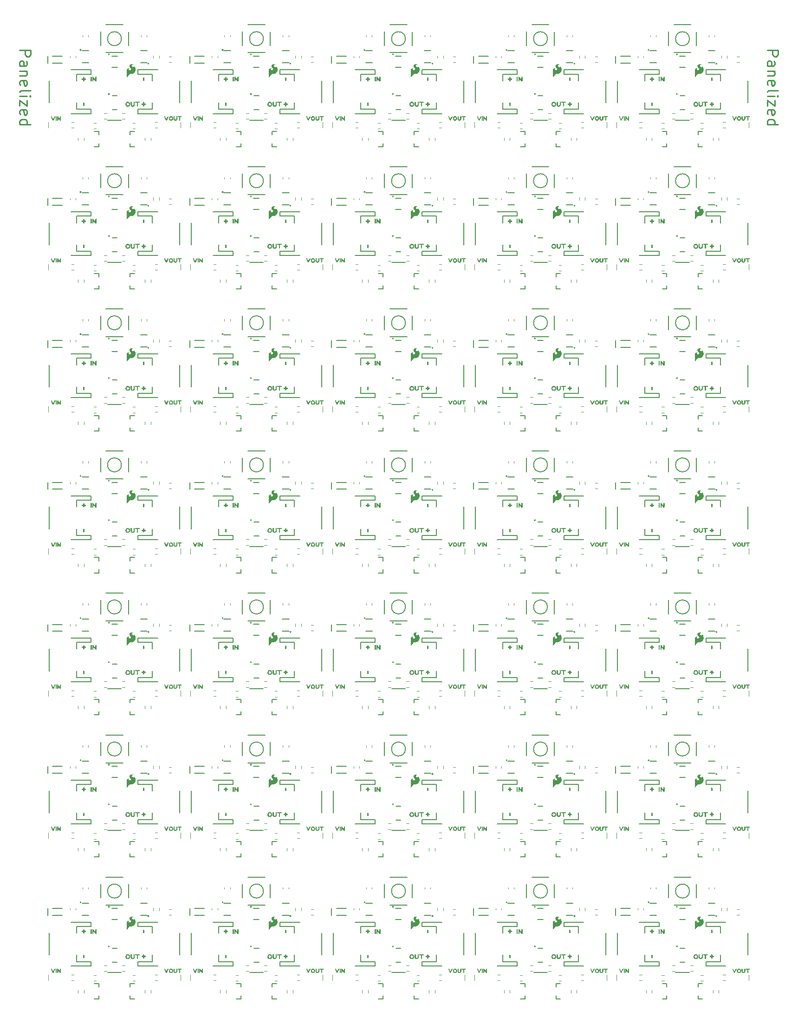
<source format=gto>
%TF.GenerationSoftware,KiCad,Pcbnew,8.0.7*%
%TF.CreationDate,2025-01-03T07:35:05+00:00*%
%TF.ProjectId,Soft_Power_Switch_panelized,536f6674-5f50-46f7-9765-725f53776974,v10*%
%TF.SameCoordinates,Original*%
%TF.FileFunction,Legend,Top*%
%TF.FilePolarity,Positive*%
%FSLAX46Y46*%
G04 Gerber Fmt 4.6, Leading zero omitted, Abs format (unit mm)*
G04 Created by KiCad (PCBNEW 8.0.7) date 2025-01-03 07:35:05*
%MOMM*%
%LPD*%
G01*
G04 APERTURE LIST*
%ADD10C,0.250000*%
%ADD11C,0.203200*%
%ADD12C,0.200000*%
%ADD13C,0.127000*%
%ADD14C,0.000000*%
%ADD15C,0.120000*%
G04 APERTURE END LIST*
D10*
X-4587239Y175659336D02*
X-2587239Y175659336D01*
X-2587239Y175659336D02*
X-2587239Y174897431D01*
X-2587239Y174897431D02*
X-2682477Y174706955D01*
X-2682477Y174706955D02*
X-2777715Y174611717D01*
X-2777715Y174611717D02*
X-2968191Y174516479D01*
X-2968191Y174516479D02*
X-3253905Y174516479D01*
X-3253905Y174516479D02*
X-3444381Y174611717D01*
X-3444381Y174611717D02*
X-3539620Y174706955D01*
X-3539620Y174706955D02*
X-3634858Y174897431D01*
X-3634858Y174897431D02*
X-3634858Y175659336D01*
X-4587239Y172802193D02*
X-3539620Y172802193D01*
X-3539620Y172802193D02*
X-3349143Y172897431D01*
X-3349143Y172897431D02*
X-3253905Y173087907D01*
X-3253905Y173087907D02*
X-3253905Y173468860D01*
X-3253905Y173468860D02*
X-3349143Y173659336D01*
X-4492000Y172802193D02*
X-4587239Y172992669D01*
X-4587239Y172992669D02*
X-4587239Y173468860D01*
X-4587239Y173468860D02*
X-4492000Y173659336D01*
X-4492000Y173659336D02*
X-4301524Y173754574D01*
X-4301524Y173754574D02*
X-4111048Y173754574D01*
X-4111048Y173754574D02*
X-3920572Y173659336D01*
X-3920572Y173659336D02*
X-3825334Y173468860D01*
X-3825334Y173468860D02*
X-3825334Y172992669D01*
X-3825334Y172992669D02*
X-3730096Y172802193D01*
X-3253905Y171849812D02*
X-4587239Y171849812D01*
X-3444381Y171849812D02*
X-3349143Y171754574D01*
X-3349143Y171754574D02*
X-3253905Y171564098D01*
X-3253905Y171564098D02*
X-3253905Y171278383D01*
X-3253905Y171278383D02*
X-3349143Y171087907D01*
X-3349143Y171087907D02*
X-3539620Y170992669D01*
X-3539620Y170992669D02*
X-4587239Y170992669D01*
X-4492000Y169278383D02*
X-4587239Y169468859D01*
X-4587239Y169468859D02*
X-4587239Y169849812D01*
X-4587239Y169849812D02*
X-4492000Y170040288D01*
X-4492000Y170040288D02*
X-4301524Y170135526D01*
X-4301524Y170135526D02*
X-3539620Y170135526D01*
X-3539620Y170135526D02*
X-3349143Y170040288D01*
X-3349143Y170040288D02*
X-3253905Y169849812D01*
X-3253905Y169849812D02*
X-3253905Y169468859D01*
X-3253905Y169468859D02*
X-3349143Y169278383D01*
X-3349143Y169278383D02*
X-3539620Y169183145D01*
X-3539620Y169183145D02*
X-3730096Y169183145D01*
X-3730096Y169183145D02*
X-3920572Y170135526D01*
X-4587239Y168040288D02*
X-4492000Y168230764D01*
X-4492000Y168230764D02*
X-4301524Y168326002D01*
X-4301524Y168326002D02*
X-2587239Y168326002D01*
X-4587239Y167278383D02*
X-3253905Y167278383D01*
X-2587239Y167278383D02*
X-2682477Y167373621D01*
X-2682477Y167373621D02*
X-2777715Y167278383D01*
X-2777715Y167278383D02*
X-2682477Y167183145D01*
X-2682477Y167183145D02*
X-2587239Y167278383D01*
X-2587239Y167278383D02*
X-2777715Y167278383D01*
X-3253905Y166516478D02*
X-3253905Y165468859D01*
X-3253905Y165468859D02*
X-4587239Y166516478D01*
X-4587239Y166516478D02*
X-4587239Y165468859D01*
X-4492000Y163945049D02*
X-4587239Y164135525D01*
X-4587239Y164135525D02*
X-4587239Y164516478D01*
X-4587239Y164516478D02*
X-4492000Y164706954D01*
X-4492000Y164706954D02*
X-4301524Y164802192D01*
X-4301524Y164802192D02*
X-3539620Y164802192D01*
X-3539620Y164802192D02*
X-3349143Y164706954D01*
X-3349143Y164706954D02*
X-3253905Y164516478D01*
X-3253905Y164516478D02*
X-3253905Y164135525D01*
X-3253905Y164135525D02*
X-3349143Y163945049D01*
X-3349143Y163945049D02*
X-3539620Y163849811D01*
X-3539620Y163849811D02*
X-3730096Y163849811D01*
X-3730096Y163849811D02*
X-3920572Y164802192D01*
X-4587239Y162135525D02*
X-2587239Y162135525D01*
X-4492000Y162135525D02*
X-4587239Y162326001D01*
X-4587239Y162326001D02*
X-4587239Y162706954D01*
X-4587239Y162706954D02*
X-4492000Y162897430D01*
X-4492000Y162897430D02*
X-4396762Y162992668D01*
X-4396762Y162992668D02*
X-4206286Y163087906D01*
X-4206286Y163087906D02*
X-3634858Y163087906D01*
X-3634858Y163087906D02*
X-3444381Y162992668D01*
X-3444381Y162992668D02*
X-3349143Y162897430D01*
X-3349143Y162897430D02*
X-3253905Y162706954D01*
X-3253905Y162706954D02*
X-3253905Y162326001D01*
X-3253905Y162326001D02*
X-3349143Y162135525D01*
X131762761Y175659336D02*
X133762761Y175659336D01*
X133762761Y175659336D02*
X133762761Y174897431D01*
X133762761Y174897431D02*
X133667523Y174706955D01*
X133667523Y174706955D02*
X133572285Y174611717D01*
X133572285Y174611717D02*
X133381809Y174516479D01*
X133381809Y174516479D02*
X133096095Y174516479D01*
X133096095Y174516479D02*
X132905619Y174611717D01*
X132905619Y174611717D02*
X132810380Y174706955D01*
X132810380Y174706955D02*
X132715142Y174897431D01*
X132715142Y174897431D02*
X132715142Y175659336D01*
X131762761Y172802193D02*
X132810380Y172802193D01*
X132810380Y172802193D02*
X133000857Y172897431D01*
X133000857Y172897431D02*
X133096095Y173087907D01*
X133096095Y173087907D02*
X133096095Y173468860D01*
X133096095Y173468860D02*
X133000857Y173659336D01*
X131858000Y172802193D02*
X131762761Y172992669D01*
X131762761Y172992669D02*
X131762761Y173468860D01*
X131762761Y173468860D02*
X131858000Y173659336D01*
X131858000Y173659336D02*
X132048476Y173754574D01*
X132048476Y173754574D02*
X132238952Y173754574D01*
X132238952Y173754574D02*
X132429428Y173659336D01*
X132429428Y173659336D02*
X132524666Y173468860D01*
X132524666Y173468860D02*
X132524666Y172992669D01*
X132524666Y172992669D02*
X132619904Y172802193D01*
X133096095Y171849812D02*
X131762761Y171849812D01*
X132905619Y171849812D02*
X133000857Y171754574D01*
X133000857Y171754574D02*
X133096095Y171564098D01*
X133096095Y171564098D02*
X133096095Y171278383D01*
X133096095Y171278383D02*
X133000857Y171087907D01*
X133000857Y171087907D02*
X132810380Y170992669D01*
X132810380Y170992669D02*
X131762761Y170992669D01*
X131858000Y169278383D02*
X131762761Y169468859D01*
X131762761Y169468859D02*
X131762761Y169849812D01*
X131762761Y169849812D02*
X131858000Y170040288D01*
X131858000Y170040288D02*
X132048476Y170135526D01*
X132048476Y170135526D02*
X132810380Y170135526D01*
X132810380Y170135526D02*
X133000857Y170040288D01*
X133000857Y170040288D02*
X133096095Y169849812D01*
X133096095Y169849812D02*
X133096095Y169468859D01*
X133096095Y169468859D02*
X133000857Y169278383D01*
X133000857Y169278383D02*
X132810380Y169183145D01*
X132810380Y169183145D02*
X132619904Y169183145D01*
X132619904Y169183145D02*
X132429428Y170135526D01*
X131762761Y168040288D02*
X131858000Y168230764D01*
X131858000Y168230764D02*
X132048476Y168326002D01*
X132048476Y168326002D02*
X133762761Y168326002D01*
X131762761Y167278383D02*
X133096095Y167278383D01*
X133762761Y167278383D02*
X133667523Y167373621D01*
X133667523Y167373621D02*
X133572285Y167278383D01*
X133572285Y167278383D02*
X133667523Y167183145D01*
X133667523Y167183145D02*
X133762761Y167278383D01*
X133762761Y167278383D02*
X133572285Y167278383D01*
X133096095Y166516478D02*
X133096095Y165468859D01*
X133096095Y165468859D02*
X131762761Y166516478D01*
X131762761Y166516478D02*
X131762761Y165468859D01*
X131858000Y163945049D02*
X131762761Y164135525D01*
X131762761Y164135525D02*
X131762761Y164516478D01*
X131762761Y164516478D02*
X131858000Y164706954D01*
X131858000Y164706954D02*
X132048476Y164802192D01*
X132048476Y164802192D02*
X132810380Y164802192D01*
X132810380Y164802192D02*
X133000857Y164706954D01*
X133000857Y164706954D02*
X133096095Y164516478D01*
X133096095Y164516478D02*
X133096095Y164135525D01*
X133096095Y164135525D02*
X133000857Y163945049D01*
X133000857Y163945049D02*
X132810380Y163849811D01*
X132810380Y163849811D02*
X132619904Y163849811D01*
X132619904Y163849811D02*
X132429428Y164802192D01*
X131762761Y162135525D02*
X133762761Y162135525D01*
X131858000Y162135525D02*
X131762761Y162326001D01*
X131762761Y162326001D02*
X131762761Y162706954D01*
X131762761Y162706954D02*
X131858000Y162897430D01*
X131858000Y162897430D02*
X131953238Y162992668D01*
X131953238Y162992668D02*
X132143714Y163087906D01*
X132143714Y163087906D02*
X132715142Y163087906D01*
X132715142Y163087906D02*
X132905619Y162992668D01*
X132905619Y162992668D02*
X133000857Y162897430D01*
X133000857Y162897430D02*
X133096095Y162706954D01*
X133096095Y162706954D02*
X133096095Y162326001D01*
X133096095Y162326001D02*
X133000857Y162135525D01*
D11*
%TO.C,Q3*%
X12270600Y11938000D02*
X13129400Y11938000D01*
X13129400Y9398000D02*
X12270600Y9398000D01*
D12*
X11784000Y12268200D02*
G75*
G02*
X11584000Y12268200I-100000J0D01*
G01*
X11584000Y12268200D02*
G75*
G02*
X11784000Y12268200I100000J0D01*
G01*
D11*
X89970600Y115538000D02*
X90829400Y115538000D01*
X90829400Y112998000D02*
X89970600Y112998000D01*
D12*
X89484000Y115868200D02*
G75*
G02*
X89284000Y115868200I-100000J0D01*
G01*
X89284000Y115868200D02*
G75*
G02*
X89484000Y115868200I100000J0D01*
G01*
D11*
X89970600Y63738000D02*
X90829400Y63738000D01*
X90829400Y61198000D02*
X89970600Y61198000D01*
D12*
X89484000Y64068200D02*
G75*
G02*
X89284000Y64068200I-100000J0D01*
G01*
X89284000Y64068200D02*
G75*
G02*
X89484000Y64068200I100000J0D01*
G01*
D11*
X64070600Y167338000D02*
X64929400Y167338000D01*
X64929400Y164798000D02*
X64070600Y164798000D01*
D12*
X63584000Y167668200D02*
G75*
G02*
X63384000Y167668200I-100000J0D01*
G01*
X63384000Y167668200D02*
G75*
G02*
X63584000Y167668200I100000J0D01*
G01*
D11*
X89970600Y11938000D02*
X90829400Y11938000D01*
X90829400Y9398000D02*
X89970600Y9398000D01*
D12*
X89484000Y12268200D02*
G75*
G02*
X89284000Y12268200I-100000J0D01*
G01*
X89284000Y12268200D02*
G75*
G02*
X89484000Y12268200I100000J0D01*
G01*
D11*
X64070600Y115538000D02*
X64929400Y115538000D01*
X64929400Y112998000D02*
X64070600Y112998000D01*
D12*
X63584000Y115868200D02*
G75*
G02*
X63384000Y115868200I-100000J0D01*
G01*
X63384000Y115868200D02*
G75*
G02*
X63584000Y115868200I100000J0D01*
G01*
D11*
X64070600Y141438000D02*
X64929400Y141438000D01*
X64929400Y138898000D02*
X64070600Y138898000D01*
D12*
X63584000Y141768200D02*
G75*
G02*
X63384000Y141768200I-100000J0D01*
G01*
X63384000Y141768200D02*
G75*
G02*
X63584000Y141768200I100000J0D01*
G01*
D11*
X89970600Y37838000D02*
X90829400Y37838000D01*
X90829400Y35298000D02*
X89970600Y35298000D01*
D12*
X89484000Y38168200D02*
G75*
G02*
X89284000Y38168200I-100000J0D01*
G01*
X89284000Y38168200D02*
G75*
G02*
X89484000Y38168200I100000J0D01*
G01*
D11*
X89970600Y89638000D02*
X90829400Y89638000D01*
X90829400Y87098000D02*
X89970600Y87098000D01*
D12*
X89484000Y89968200D02*
G75*
G02*
X89284000Y89968200I-100000J0D01*
G01*
X89284000Y89968200D02*
G75*
G02*
X89484000Y89968200I100000J0D01*
G01*
D11*
X89970600Y141438000D02*
X90829400Y141438000D01*
X90829400Y138898000D02*
X89970600Y138898000D01*
D12*
X89484000Y141768200D02*
G75*
G02*
X89284000Y141768200I-100000J0D01*
G01*
X89284000Y141768200D02*
G75*
G02*
X89484000Y141768200I100000J0D01*
G01*
D11*
X89970600Y167338000D02*
X90829400Y167338000D01*
X90829400Y164798000D02*
X89970600Y164798000D01*
D12*
X89484000Y167668200D02*
G75*
G02*
X89284000Y167668200I-100000J0D01*
G01*
X89284000Y167668200D02*
G75*
G02*
X89484000Y167668200I100000J0D01*
G01*
D11*
X115870600Y11938000D02*
X116729400Y11938000D01*
X116729400Y9398000D02*
X115870600Y9398000D01*
D12*
X115384000Y12268200D02*
G75*
G02*
X115184000Y12268200I-100000J0D01*
G01*
X115184000Y12268200D02*
G75*
G02*
X115384000Y12268200I100000J0D01*
G01*
D11*
X115870600Y37838000D02*
X116729400Y37838000D01*
X116729400Y35298000D02*
X115870600Y35298000D01*
D12*
X115384000Y38168200D02*
G75*
G02*
X115184000Y38168200I-100000J0D01*
G01*
X115184000Y38168200D02*
G75*
G02*
X115384000Y38168200I100000J0D01*
G01*
D11*
X115870600Y63738000D02*
X116729400Y63738000D01*
X116729400Y61198000D02*
X115870600Y61198000D01*
D12*
X115384000Y64068200D02*
G75*
G02*
X115184000Y64068200I-100000J0D01*
G01*
X115184000Y64068200D02*
G75*
G02*
X115384000Y64068200I100000J0D01*
G01*
D11*
X115870600Y89638000D02*
X116729400Y89638000D01*
X116729400Y87098000D02*
X115870600Y87098000D01*
D12*
X115384000Y89968200D02*
G75*
G02*
X115184000Y89968200I-100000J0D01*
G01*
X115184000Y89968200D02*
G75*
G02*
X115384000Y89968200I100000J0D01*
G01*
D11*
X115870600Y115538000D02*
X116729400Y115538000D01*
X116729400Y112998000D02*
X115870600Y112998000D01*
D12*
X115384000Y115868200D02*
G75*
G02*
X115184000Y115868200I-100000J0D01*
G01*
X115184000Y115868200D02*
G75*
G02*
X115384000Y115868200I100000J0D01*
G01*
D11*
X115870600Y141438000D02*
X116729400Y141438000D01*
X116729400Y138898000D02*
X115870600Y138898000D01*
D12*
X115384000Y141768200D02*
G75*
G02*
X115184000Y141768200I-100000J0D01*
G01*
X115184000Y141768200D02*
G75*
G02*
X115384000Y141768200I100000J0D01*
G01*
D11*
X115870600Y167338000D02*
X116729400Y167338000D01*
X116729400Y164798000D02*
X115870600Y164798000D01*
D12*
X115384000Y167668200D02*
G75*
G02*
X115184000Y167668200I-100000J0D01*
G01*
X115184000Y167668200D02*
G75*
G02*
X115384000Y167668200I100000J0D01*
G01*
D11*
X12270600Y167338000D02*
X13129400Y167338000D01*
X13129400Y164798000D02*
X12270600Y164798000D01*
D12*
X11784000Y167668200D02*
G75*
G02*
X11584000Y167668200I-100000J0D01*
G01*
X11584000Y167668200D02*
G75*
G02*
X11784000Y167668200I100000J0D01*
G01*
D11*
X38170600Y11938000D02*
X39029400Y11938000D01*
X39029400Y9398000D02*
X38170600Y9398000D01*
D12*
X37684000Y12268200D02*
G75*
G02*
X37484000Y12268200I-100000J0D01*
G01*
X37484000Y12268200D02*
G75*
G02*
X37684000Y12268200I100000J0D01*
G01*
D11*
X12270600Y89638000D02*
X13129400Y89638000D01*
X13129400Y87098000D02*
X12270600Y87098000D01*
D12*
X11784000Y89968200D02*
G75*
G02*
X11584000Y89968200I-100000J0D01*
G01*
X11584000Y89968200D02*
G75*
G02*
X11784000Y89968200I100000J0D01*
G01*
D11*
X38170600Y115538000D02*
X39029400Y115538000D01*
X39029400Y112998000D02*
X38170600Y112998000D01*
D12*
X37684000Y115868200D02*
G75*
G02*
X37484000Y115868200I-100000J0D01*
G01*
X37484000Y115868200D02*
G75*
G02*
X37684000Y115868200I100000J0D01*
G01*
D11*
X12270600Y63738000D02*
X13129400Y63738000D01*
X13129400Y61198000D02*
X12270600Y61198000D01*
D12*
X11784000Y64068200D02*
G75*
G02*
X11584000Y64068200I-100000J0D01*
G01*
X11584000Y64068200D02*
G75*
G02*
X11784000Y64068200I100000J0D01*
G01*
D11*
X12270600Y37838000D02*
X13129400Y37838000D01*
X13129400Y35298000D02*
X12270600Y35298000D01*
D12*
X11784000Y38168200D02*
G75*
G02*
X11584000Y38168200I-100000J0D01*
G01*
X11584000Y38168200D02*
G75*
G02*
X11784000Y38168200I100000J0D01*
G01*
D11*
X12270600Y115538000D02*
X13129400Y115538000D01*
X13129400Y112998000D02*
X12270600Y112998000D01*
D12*
X11784000Y115868200D02*
G75*
G02*
X11584000Y115868200I-100000J0D01*
G01*
X11584000Y115868200D02*
G75*
G02*
X11784000Y115868200I100000J0D01*
G01*
D11*
X12270600Y141438000D02*
X13129400Y141438000D01*
X13129400Y138898000D02*
X12270600Y138898000D01*
D12*
X11784000Y141768200D02*
G75*
G02*
X11584000Y141768200I-100000J0D01*
G01*
X11584000Y141768200D02*
G75*
G02*
X11784000Y141768200I100000J0D01*
G01*
D11*
X38170600Y37838000D02*
X39029400Y37838000D01*
X39029400Y35298000D02*
X38170600Y35298000D01*
D12*
X37684000Y38168200D02*
G75*
G02*
X37484000Y38168200I-100000J0D01*
G01*
X37484000Y38168200D02*
G75*
G02*
X37684000Y38168200I100000J0D01*
G01*
D11*
X38170600Y63738000D02*
X39029400Y63738000D01*
X39029400Y61198000D02*
X38170600Y61198000D01*
D12*
X37684000Y64068200D02*
G75*
G02*
X37484000Y64068200I-100000J0D01*
G01*
X37484000Y64068200D02*
G75*
G02*
X37684000Y64068200I100000J0D01*
G01*
D11*
X38170600Y89638000D02*
X39029400Y89638000D01*
X39029400Y87098000D02*
X38170600Y87098000D01*
D12*
X37684000Y89968200D02*
G75*
G02*
X37484000Y89968200I-100000J0D01*
G01*
X37484000Y89968200D02*
G75*
G02*
X37684000Y89968200I100000J0D01*
G01*
D11*
X38170600Y167338000D02*
X39029400Y167338000D01*
X39029400Y164798000D02*
X38170600Y164798000D01*
D12*
X37684000Y167668200D02*
G75*
G02*
X37484000Y167668200I-100000J0D01*
G01*
X37484000Y167668200D02*
G75*
G02*
X37684000Y167668200I100000J0D01*
G01*
D11*
X64070600Y11938000D02*
X64929400Y11938000D01*
X64929400Y9398000D02*
X64070600Y9398000D01*
D12*
X63584000Y12268200D02*
G75*
G02*
X63384000Y12268200I-100000J0D01*
G01*
X63384000Y12268200D02*
G75*
G02*
X63584000Y12268200I100000J0D01*
G01*
D11*
X64070600Y37838000D02*
X64929400Y37838000D01*
X64929400Y35298000D02*
X64070600Y35298000D01*
D12*
X63584000Y38168200D02*
G75*
G02*
X63384000Y38168200I-100000J0D01*
G01*
X63384000Y38168200D02*
G75*
G02*
X63584000Y38168200I100000J0D01*
G01*
D11*
X64070600Y89638000D02*
X64929400Y89638000D01*
X64929400Y87098000D02*
X64070600Y87098000D01*
D12*
X63584000Y89968200D02*
G75*
G02*
X63384000Y89968200I-100000J0D01*
G01*
X63384000Y89968200D02*
G75*
G02*
X63584000Y89968200I100000J0D01*
G01*
D11*
X38170600Y141438000D02*
X39029400Y141438000D01*
X39029400Y138898000D02*
X38170600Y138898000D01*
D12*
X37684000Y141768200D02*
G75*
G02*
X37484000Y141768200I-100000J0D01*
G01*
X37484000Y141768200D02*
G75*
G02*
X37684000Y141768200I100000J0D01*
G01*
D11*
X64070600Y63738000D02*
X64929400Y63738000D01*
X64929400Y61198000D02*
X64070600Y61198000D01*
D12*
X63584000Y64068200D02*
G75*
G02*
X63384000Y64068200I-100000J0D01*
G01*
X63384000Y64068200D02*
G75*
G02*
X63584000Y64068200I100000J0D01*
G01*
D13*
%TO.C,U2*%
X7966000Y20150000D02*
X6766000Y20150000D01*
X7966000Y17950000D02*
X6766000Y17950000D01*
D12*
X6616000Y20300000D02*
G75*
G02*
X6416000Y20300000I-100000J0D01*
G01*
X6416000Y20300000D02*
G75*
G02*
X6616000Y20300000I100000J0D01*
G01*
D13*
X7966000Y97850000D02*
X6766000Y97850000D01*
X7966000Y95650000D02*
X6766000Y95650000D01*
D12*
X6616000Y98000000D02*
G75*
G02*
X6416000Y98000000I-100000J0D01*
G01*
X6416000Y98000000D02*
G75*
G02*
X6616000Y98000000I100000J0D01*
G01*
D13*
X7966000Y149650000D02*
X6766000Y149650000D01*
X7966000Y147450000D02*
X6766000Y147450000D01*
D12*
X6616000Y149800000D02*
G75*
G02*
X6416000Y149800000I-100000J0D01*
G01*
X6416000Y149800000D02*
G75*
G02*
X6616000Y149800000I100000J0D01*
G01*
D13*
X7966000Y46050000D02*
X6766000Y46050000D01*
X7966000Y43850000D02*
X6766000Y43850000D01*
D12*
X6616000Y46200000D02*
G75*
G02*
X6416000Y46200000I-100000J0D01*
G01*
X6416000Y46200000D02*
G75*
G02*
X6616000Y46200000I100000J0D01*
G01*
D13*
X7966000Y71950000D02*
X6766000Y71950000D01*
X7966000Y69750000D02*
X6766000Y69750000D01*
D12*
X6616000Y72100000D02*
G75*
G02*
X6416000Y72100000I-100000J0D01*
G01*
X6416000Y72100000D02*
G75*
G02*
X6616000Y72100000I100000J0D01*
G01*
D13*
X33866000Y71950000D02*
X32666000Y71950000D01*
X33866000Y69750000D02*
X32666000Y69750000D01*
D12*
X32516000Y72100000D02*
G75*
G02*
X32316000Y72100000I-100000J0D01*
G01*
X32316000Y72100000D02*
G75*
G02*
X32516000Y72100000I100000J0D01*
G01*
D13*
X33866000Y123750000D02*
X32666000Y123750000D01*
X33866000Y121550000D02*
X32666000Y121550000D01*
D12*
X32516000Y123900000D02*
G75*
G02*
X32316000Y123900000I-100000J0D01*
G01*
X32316000Y123900000D02*
G75*
G02*
X32516000Y123900000I100000J0D01*
G01*
D13*
X59766000Y20150000D02*
X58566000Y20150000D01*
X59766000Y17950000D02*
X58566000Y17950000D01*
D12*
X58416000Y20300000D02*
G75*
G02*
X58216000Y20300000I-100000J0D01*
G01*
X58216000Y20300000D02*
G75*
G02*
X58416000Y20300000I100000J0D01*
G01*
D13*
X33866000Y149650000D02*
X32666000Y149650000D01*
X33866000Y147450000D02*
X32666000Y147450000D01*
D12*
X32516000Y149800000D02*
G75*
G02*
X32316000Y149800000I-100000J0D01*
G01*
X32316000Y149800000D02*
G75*
G02*
X32516000Y149800000I100000J0D01*
G01*
D13*
X7966000Y123750000D02*
X6766000Y123750000D01*
X7966000Y121550000D02*
X6766000Y121550000D01*
D12*
X6616000Y123900000D02*
G75*
G02*
X6416000Y123900000I-100000J0D01*
G01*
X6416000Y123900000D02*
G75*
G02*
X6616000Y123900000I100000J0D01*
G01*
D13*
X7966000Y175550000D02*
X6766000Y175550000D01*
X7966000Y173350000D02*
X6766000Y173350000D01*
D12*
X6616000Y175700000D02*
G75*
G02*
X6416000Y175700000I-100000J0D01*
G01*
X6416000Y175700000D02*
G75*
G02*
X6616000Y175700000I100000J0D01*
G01*
D13*
X33866000Y20150000D02*
X32666000Y20150000D01*
X33866000Y17950000D02*
X32666000Y17950000D01*
D12*
X32516000Y20300000D02*
G75*
G02*
X32316000Y20300000I-100000J0D01*
G01*
X32316000Y20300000D02*
G75*
G02*
X32516000Y20300000I100000J0D01*
G01*
D13*
X33866000Y46050000D02*
X32666000Y46050000D01*
X33866000Y43850000D02*
X32666000Y43850000D01*
D12*
X32516000Y46200000D02*
G75*
G02*
X32316000Y46200000I-100000J0D01*
G01*
X32316000Y46200000D02*
G75*
G02*
X32516000Y46200000I100000J0D01*
G01*
D13*
X33866000Y97850000D02*
X32666000Y97850000D01*
X33866000Y95650000D02*
X32666000Y95650000D01*
D12*
X32516000Y98000000D02*
G75*
G02*
X32316000Y98000000I-100000J0D01*
G01*
X32316000Y98000000D02*
G75*
G02*
X32516000Y98000000I100000J0D01*
G01*
D13*
X33866000Y175550000D02*
X32666000Y175550000D01*
X33866000Y173350000D02*
X32666000Y173350000D01*
D12*
X32516000Y175700000D02*
G75*
G02*
X32316000Y175700000I-100000J0D01*
G01*
X32316000Y175700000D02*
G75*
G02*
X32516000Y175700000I100000J0D01*
G01*
D13*
X85666000Y46050000D02*
X84466000Y46050000D01*
X85666000Y43850000D02*
X84466000Y43850000D01*
D12*
X84316000Y46200000D02*
G75*
G02*
X84116000Y46200000I-100000J0D01*
G01*
X84116000Y46200000D02*
G75*
G02*
X84316000Y46200000I100000J0D01*
G01*
D13*
X85666000Y20150000D02*
X84466000Y20150000D01*
X85666000Y17950000D02*
X84466000Y17950000D01*
D12*
X84316000Y20300000D02*
G75*
G02*
X84116000Y20300000I-100000J0D01*
G01*
X84116000Y20300000D02*
G75*
G02*
X84316000Y20300000I100000J0D01*
G01*
D13*
X85666000Y97850000D02*
X84466000Y97850000D01*
X85666000Y95650000D02*
X84466000Y95650000D01*
D12*
X84316000Y98000000D02*
G75*
G02*
X84116000Y98000000I-100000J0D01*
G01*
X84116000Y98000000D02*
G75*
G02*
X84316000Y98000000I100000J0D01*
G01*
D13*
X59766000Y46050000D02*
X58566000Y46050000D01*
X59766000Y43850000D02*
X58566000Y43850000D01*
D12*
X58416000Y46200000D02*
G75*
G02*
X58216000Y46200000I-100000J0D01*
G01*
X58216000Y46200000D02*
G75*
G02*
X58416000Y46200000I100000J0D01*
G01*
D13*
X59766000Y97850000D02*
X58566000Y97850000D01*
X59766000Y95650000D02*
X58566000Y95650000D01*
D12*
X58416000Y98000000D02*
G75*
G02*
X58216000Y98000000I-100000J0D01*
G01*
X58216000Y98000000D02*
G75*
G02*
X58416000Y98000000I100000J0D01*
G01*
D13*
X59766000Y123750000D02*
X58566000Y123750000D01*
X59766000Y121550000D02*
X58566000Y121550000D01*
D12*
X58416000Y123900000D02*
G75*
G02*
X58216000Y123900000I-100000J0D01*
G01*
X58216000Y123900000D02*
G75*
G02*
X58416000Y123900000I100000J0D01*
G01*
D13*
X59766000Y71950000D02*
X58566000Y71950000D01*
X59766000Y69750000D02*
X58566000Y69750000D01*
D12*
X58416000Y72100000D02*
G75*
G02*
X58216000Y72100000I-100000J0D01*
G01*
X58216000Y72100000D02*
G75*
G02*
X58416000Y72100000I100000J0D01*
G01*
D13*
X59766000Y149650000D02*
X58566000Y149650000D01*
X59766000Y147450000D02*
X58566000Y147450000D01*
D12*
X58416000Y149800000D02*
G75*
G02*
X58216000Y149800000I-100000J0D01*
G01*
X58216000Y149800000D02*
G75*
G02*
X58416000Y149800000I100000J0D01*
G01*
D13*
X59766000Y175550000D02*
X58566000Y175550000D01*
X59766000Y173350000D02*
X58566000Y173350000D01*
D12*
X58416000Y175700000D02*
G75*
G02*
X58216000Y175700000I-100000J0D01*
G01*
X58216000Y175700000D02*
G75*
G02*
X58416000Y175700000I100000J0D01*
G01*
D13*
X85666000Y71950000D02*
X84466000Y71950000D01*
X85666000Y69750000D02*
X84466000Y69750000D01*
D12*
X84316000Y72100000D02*
G75*
G02*
X84116000Y72100000I-100000J0D01*
G01*
X84116000Y72100000D02*
G75*
G02*
X84316000Y72100000I100000J0D01*
G01*
D13*
X111566000Y149650000D02*
X110366000Y149650000D01*
X111566000Y147450000D02*
X110366000Y147450000D01*
D12*
X110216000Y149800000D02*
G75*
G02*
X110016000Y149800000I-100000J0D01*
G01*
X110016000Y149800000D02*
G75*
G02*
X110216000Y149800000I100000J0D01*
G01*
D13*
X111566000Y46050000D02*
X110366000Y46050000D01*
X111566000Y43850000D02*
X110366000Y43850000D01*
D12*
X110216000Y46200000D02*
G75*
G02*
X110016000Y46200000I-100000J0D01*
G01*
X110016000Y46200000D02*
G75*
G02*
X110216000Y46200000I100000J0D01*
G01*
D13*
X111566000Y71950000D02*
X110366000Y71950000D01*
X111566000Y69750000D02*
X110366000Y69750000D01*
D12*
X110216000Y72100000D02*
G75*
G02*
X110016000Y72100000I-100000J0D01*
G01*
X110016000Y72100000D02*
G75*
G02*
X110216000Y72100000I100000J0D01*
G01*
D13*
X85666000Y175550000D02*
X84466000Y175550000D01*
X85666000Y173350000D02*
X84466000Y173350000D01*
D12*
X84316000Y175700000D02*
G75*
G02*
X84116000Y175700000I-100000J0D01*
G01*
X84116000Y175700000D02*
G75*
G02*
X84316000Y175700000I100000J0D01*
G01*
D13*
X111566000Y97850000D02*
X110366000Y97850000D01*
X111566000Y95650000D02*
X110366000Y95650000D01*
D12*
X110216000Y98000000D02*
G75*
G02*
X110016000Y98000000I-100000J0D01*
G01*
X110016000Y98000000D02*
G75*
G02*
X110216000Y98000000I100000J0D01*
G01*
D13*
X111566000Y123750000D02*
X110366000Y123750000D01*
X111566000Y121550000D02*
X110366000Y121550000D01*
D12*
X110216000Y123900000D02*
G75*
G02*
X110016000Y123900000I-100000J0D01*
G01*
X110016000Y123900000D02*
G75*
G02*
X110216000Y123900000I100000J0D01*
G01*
D13*
X85666000Y149650000D02*
X84466000Y149650000D01*
X85666000Y147450000D02*
X84466000Y147450000D01*
D12*
X84316000Y149800000D02*
G75*
G02*
X84116000Y149800000I-100000J0D01*
G01*
X84116000Y149800000D02*
G75*
G02*
X84316000Y149800000I100000J0D01*
G01*
D13*
X85666000Y123750000D02*
X84466000Y123750000D01*
X85666000Y121550000D02*
X84466000Y121550000D01*
D12*
X84316000Y123900000D02*
G75*
G02*
X84116000Y123900000I-100000J0D01*
G01*
X84116000Y123900000D02*
G75*
G02*
X84316000Y123900000I100000J0D01*
G01*
D13*
X111566000Y20150000D02*
X110366000Y20150000D01*
X111566000Y17950000D02*
X110366000Y17950000D01*
D12*
X110216000Y20300000D02*
G75*
G02*
X110016000Y20300000I-100000J0D01*
G01*
X110016000Y20300000D02*
G75*
G02*
X110216000Y20300000I100000J0D01*
G01*
D13*
X111566000Y175550000D02*
X110366000Y175550000D01*
X111566000Y173350000D02*
X110366000Y173350000D01*
D12*
X110216000Y175700000D02*
G75*
G02*
X110016000Y175700000I-100000J0D01*
G01*
X110016000Y175700000D02*
G75*
G02*
X110216000Y175700000I100000J0D01*
G01*
D14*
%TO.C,kibuzzard-65F1758C*%
G36*
X34428348Y119011351D02*
G01*
X34460792Y118978311D01*
X34466745Y118916398D01*
X34466745Y118254411D01*
X34464959Y118212739D01*
X34453648Y118181783D01*
X34422097Y118157673D01*
X34360780Y118149636D01*
X34294700Y118160947D01*
X34263148Y118194880D01*
X34256005Y118255602D01*
X34256005Y118917589D01*
X34257791Y118958666D01*
X34269102Y118990217D01*
X34300653Y119014327D01*
X34361970Y119022364D01*
X34428348Y119011351D01*
G37*
G36*
X35271013Y119015220D02*
G01*
X35301969Y119000933D01*
X35316852Y118975930D01*
X35323995Y118915208D01*
X35323995Y118254411D01*
X35322209Y118212739D01*
X35310898Y118181783D01*
X35279347Y118157673D01*
X35218030Y118149636D01*
X35153736Y118156780D01*
X35123970Y118179402D01*
X35039767Y118291585D01*
X34965749Y118390010D01*
X34901919Y118474677D01*
X34848274Y118545585D01*
X34804817Y118602735D01*
X34771545Y118646127D01*
X34771545Y118254411D01*
X34769759Y118212739D01*
X34758448Y118181783D01*
X34726897Y118157673D01*
X34665580Y118149636D01*
X34606048Y118157673D01*
X34575092Y118181783D01*
X34563781Y118213930D01*
X34561995Y118255602D01*
X34561995Y118919970D01*
X34573306Y118986050D01*
X34607239Y119014030D01*
X34665580Y119021173D01*
X34722134Y119014625D01*
X34751305Y118999742D01*
X34778689Y118968786D01*
X34857799Y118861332D01*
X34927649Y118766777D01*
X34988239Y118685120D01*
X35039568Y118616361D01*
X35081637Y118560501D01*
X35114445Y118517539D01*
X35114445Y118919970D01*
X35125756Y118986050D01*
X35159689Y119014030D01*
X35216244Y119021173D01*
X35271013Y119015220D01*
G37*
G36*
X60328348Y67211351D02*
G01*
X60360792Y67178311D01*
X60366745Y67116398D01*
X60366745Y66454411D01*
X60364959Y66412739D01*
X60353648Y66381783D01*
X60322097Y66357673D01*
X60260780Y66349636D01*
X60194700Y66360947D01*
X60163148Y66394880D01*
X60156005Y66455602D01*
X60156005Y67117589D01*
X60157791Y67158666D01*
X60169102Y67190217D01*
X60200653Y67214327D01*
X60261970Y67222364D01*
X60328348Y67211351D01*
G37*
G36*
X61171013Y67215220D02*
G01*
X61201969Y67200933D01*
X61216852Y67175930D01*
X61223995Y67115208D01*
X61223995Y66454411D01*
X61222209Y66412739D01*
X61210898Y66381783D01*
X61179347Y66357673D01*
X61118030Y66349636D01*
X61053736Y66356780D01*
X61023970Y66379402D01*
X60939767Y66491585D01*
X60865749Y66590010D01*
X60801919Y66674677D01*
X60748274Y66745585D01*
X60704817Y66802735D01*
X60671545Y66846127D01*
X60671545Y66454411D01*
X60669759Y66412739D01*
X60658448Y66381783D01*
X60626897Y66357673D01*
X60565580Y66349636D01*
X60506048Y66357673D01*
X60475092Y66381783D01*
X60463781Y66413930D01*
X60461995Y66455602D01*
X60461995Y67119970D01*
X60473306Y67186050D01*
X60507239Y67214030D01*
X60565580Y67221173D01*
X60622134Y67214625D01*
X60651305Y67199742D01*
X60678689Y67168786D01*
X60757799Y67061332D01*
X60827649Y66966777D01*
X60888239Y66885120D01*
X60939568Y66816361D01*
X60981637Y66760501D01*
X61014445Y66717539D01*
X61014445Y67119970D01*
X61025756Y67186050D01*
X61059689Y67214030D01*
X61116244Y67221173D01*
X61171013Y67215220D01*
G37*
G36*
X34428348Y144911351D02*
G01*
X34460792Y144878311D01*
X34466745Y144816398D01*
X34466745Y144154411D01*
X34464959Y144112739D01*
X34453648Y144081783D01*
X34422097Y144057673D01*
X34360780Y144049636D01*
X34294700Y144060947D01*
X34263148Y144094880D01*
X34256005Y144155602D01*
X34256005Y144817589D01*
X34257791Y144858666D01*
X34269102Y144890217D01*
X34300653Y144914327D01*
X34361970Y144922364D01*
X34428348Y144911351D01*
G37*
G36*
X35271013Y144915220D02*
G01*
X35301969Y144900933D01*
X35316852Y144875930D01*
X35323995Y144815208D01*
X35323995Y144154411D01*
X35322209Y144112739D01*
X35310898Y144081783D01*
X35279347Y144057673D01*
X35218030Y144049636D01*
X35153736Y144056780D01*
X35123970Y144079402D01*
X35039767Y144191585D01*
X34965749Y144290010D01*
X34901919Y144374677D01*
X34848274Y144445585D01*
X34804817Y144502735D01*
X34771545Y144546127D01*
X34771545Y144154411D01*
X34769759Y144112739D01*
X34758448Y144081783D01*
X34726897Y144057673D01*
X34665580Y144049636D01*
X34606048Y144057673D01*
X34575092Y144081783D01*
X34563781Y144113930D01*
X34561995Y144155602D01*
X34561995Y144819970D01*
X34573306Y144886050D01*
X34607239Y144914030D01*
X34665580Y144921173D01*
X34722134Y144914625D01*
X34751305Y144899742D01*
X34778689Y144868786D01*
X34857799Y144761332D01*
X34927649Y144666777D01*
X34988239Y144585120D01*
X35039568Y144516361D01*
X35081637Y144460501D01*
X35114445Y144417539D01*
X35114445Y144819970D01*
X35125756Y144886050D01*
X35159689Y144914030D01*
X35216244Y144921173D01*
X35271013Y144915220D01*
G37*
G36*
X34428348Y67211351D02*
G01*
X34460792Y67178311D01*
X34466745Y67116398D01*
X34466745Y66454411D01*
X34464959Y66412739D01*
X34453648Y66381783D01*
X34422097Y66357673D01*
X34360780Y66349636D01*
X34294700Y66360947D01*
X34263148Y66394880D01*
X34256005Y66455602D01*
X34256005Y67117589D01*
X34257791Y67158666D01*
X34269102Y67190217D01*
X34300653Y67214327D01*
X34361970Y67222364D01*
X34428348Y67211351D01*
G37*
G36*
X35271013Y67215220D02*
G01*
X35301969Y67200933D01*
X35316852Y67175930D01*
X35323995Y67115208D01*
X35323995Y66454411D01*
X35322209Y66412739D01*
X35310898Y66381783D01*
X35279347Y66357673D01*
X35218030Y66349636D01*
X35153736Y66356780D01*
X35123970Y66379402D01*
X35039767Y66491585D01*
X34965749Y66590010D01*
X34901919Y66674677D01*
X34848274Y66745585D01*
X34804817Y66802735D01*
X34771545Y66846127D01*
X34771545Y66454411D01*
X34769759Y66412739D01*
X34758448Y66381783D01*
X34726897Y66357673D01*
X34665580Y66349636D01*
X34606048Y66357673D01*
X34575092Y66381783D01*
X34563781Y66413930D01*
X34561995Y66455602D01*
X34561995Y67119970D01*
X34573306Y67186050D01*
X34607239Y67214030D01*
X34665580Y67221173D01*
X34722134Y67214625D01*
X34751305Y67199742D01*
X34778689Y67168786D01*
X34857799Y67061332D01*
X34927649Y66966777D01*
X34988239Y66885120D01*
X35039568Y66816361D01*
X35081637Y66760501D01*
X35114445Y66717539D01*
X35114445Y67119970D01*
X35125756Y67186050D01*
X35159689Y67214030D01*
X35216244Y67221173D01*
X35271013Y67215220D01*
G37*
G36*
X34428348Y93111351D02*
G01*
X34460792Y93078311D01*
X34466745Y93016398D01*
X34466745Y92354411D01*
X34464959Y92312739D01*
X34453648Y92281783D01*
X34422097Y92257673D01*
X34360780Y92249636D01*
X34294700Y92260947D01*
X34263148Y92294880D01*
X34256005Y92355602D01*
X34256005Y93017589D01*
X34257791Y93058666D01*
X34269102Y93090217D01*
X34300653Y93114327D01*
X34361970Y93122364D01*
X34428348Y93111351D01*
G37*
G36*
X35271013Y93115220D02*
G01*
X35301969Y93100933D01*
X35316852Y93075930D01*
X35323995Y93015208D01*
X35323995Y92354411D01*
X35322209Y92312739D01*
X35310898Y92281783D01*
X35279347Y92257673D01*
X35218030Y92249636D01*
X35153736Y92256780D01*
X35123970Y92279402D01*
X35039767Y92391585D01*
X34965749Y92490010D01*
X34901919Y92574677D01*
X34848274Y92645585D01*
X34804817Y92702735D01*
X34771545Y92746127D01*
X34771545Y92354411D01*
X34769759Y92312739D01*
X34758448Y92281783D01*
X34726897Y92257673D01*
X34665580Y92249636D01*
X34606048Y92257673D01*
X34575092Y92281783D01*
X34563781Y92313930D01*
X34561995Y92355602D01*
X34561995Y93019970D01*
X34573306Y93086050D01*
X34607239Y93114030D01*
X34665580Y93121173D01*
X34722134Y93114625D01*
X34751305Y93099742D01*
X34778689Y93068786D01*
X34857799Y92961332D01*
X34927649Y92866777D01*
X34988239Y92785120D01*
X35039568Y92716361D01*
X35081637Y92660501D01*
X35114445Y92617539D01*
X35114445Y93019970D01*
X35125756Y93086050D01*
X35159689Y93114030D01*
X35216244Y93121173D01*
X35271013Y93115220D01*
G37*
G36*
X60328348Y15411351D02*
G01*
X60360792Y15378311D01*
X60366745Y15316398D01*
X60366745Y14654411D01*
X60364959Y14612739D01*
X60353648Y14581783D01*
X60322097Y14557673D01*
X60260780Y14549636D01*
X60194700Y14560947D01*
X60163148Y14594880D01*
X60156005Y14655602D01*
X60156005Y15317589D01*
X60157791Y15358666D01*
X60169102Y15390217D01*
X60200653Y15414327D01*
X60261970Y15422364D01*
X60328348Y15411351D01*
G37*
G36*
X61171013Y15415220D02*
G01*
X61201969Y15400933D01*
X61216852Y15375930D01*
X61223995Y15315208D01*
X61223995Y14654411D01*
X61222209Y14612739D01*
X61210898Y14581783D01*
X61179347Y14557673D01*
X61118030Y14549636D01*
X61053736Y14556780D01*
X61023970Y14579402D01*
X60939767Y14691585D01*
X60865749Y14790010D01*
X60801919Y14874677D01*
X60748274Y14945585D01*
X60704817Y15002735D01*
X60671545Y15046127D01*
X60671545Y14654411D01*
X60669759Y14612739D01*
X60658448Y14581783D01*
X60626897Y14557673D01*
X60565580Y14549636D01*
X60506048Y14557673D01*
X60475092Y14581783D01*
X60463781Y14613930D01*
X60461995Y14655602D01*
X60461995Y15319970D01*
X60473306Y15386050D01*
X60507239Y15414030D01*
X60565580Y15421173D01*
X60622134Y15414625D01*
X60651305Y15399742D01*
X60678689Y15368786D01*
X60757799Y15261332D01*
X60827649Y15166777D01*
X60888239Y15085120D01*
X60939568Y15016361D01*
X60981637Y14960501D01*
X61014445Y14917539D01*
X61014445Y15319970D01*
X61025756Y15386050D01*
X61059689Y15414030D01*
X61116244Y15421173D01*
X61171013Y15415220D01*
G37*
G36*
X60328348Y41311351D02*
G01*
X60360792Y41278311D01*
X60366745Y41216398D01*
X60366745Y40554411D01*
X60364959Y40512739D01*
X60353648Y40481783D01*
X60322097Y40457673D01*
X60260780Y40449636D01*
X60194700Y40460947D01*
X60163148Y40494880D01*
X60156005Y40555602D01*
X60156005Y41217589D01*
X60157791Y41258666D01*
X60169102Y41290217D01*
X60200653Y41314327D01*
X60261970Y41322364D01*
X60328348Y41311351D01*
G37*
G36*
X61171013Y41315220D02*
G01*
X61201969Y41300933D01*
X61216852Y41275930D01*
X61223995Y41215208D01*
X61223995Y40554411D01*
X61222209Y40512739D01*
X61210898Y40481783D01*
X61179347Y40457673D01*
X61118030Y40449636D01*
X61053736Y40456780D01*
X61023970Y40479402D01*
X60939767Y40591585D01*
X60865749Y40690010D01*
X60801919Y40774677D01*
X60748274Y40845585D01*
X60704817Y40902735D01*
X60671545Y40946127D01*
X60671545Y40554411D01*
X60669759Y40512739D01*
X60658448Y40481783D01*
X60626897Y40457673D01*
X60565580Y40449636D01*
X60506048Y40457673D01*
X60475092Y40481783D01*
X60463781Y40513930D01*
X60461995Y40555602D01*
X60461995Y41219970D01*
X60473306Y41286050D01*
X60507239Y41314030D01*
X60565580Y41321173D01*
X60622134Y41314625D01*
X60651305Y41299742D01*
X60678689Y41268786D01*
X60757799Y41161332D01*
X60827649Y41066777D01*
X60888239Y40985120D01*
X60939568Y40916361D01*
X60981637Y40860501D01*
X61014445Y40817539D01*
X61014445Y41219970D01*
X61025756Y41286050D01*
X61059689Y41314030D01*
X61116244Y41321173D01*
X61171013Y41315220D01*
G37*
G36*
X34428348Y170811351D02*
G01*
X34460792Y170778311D01*
X34466745Y170716398D01*
X34466745Y170054411D01*
X34464959Y170012739D01*
X34453648Y169981783D01*
X34422097Y169957673D01*
X34360780Y169949636D01*
X34294700Y169960947D01*
X34263148Y169994880D01*
X34256005Y170055602D01*
X34256005Y170717589D01*
X34257791Y170758666D01*
X34269102Y170790217D01*
X34300653Y170814327D01*
X34361970Y170822364D01*
X34428348Y170811351D01*
G37*
G36*
X35271013Y170815220D02*
G01*
X35301969Y170800933D01*
X35316852Y170775930D01*
X35323995Y170715208D01*
X35323995Y170054411D01*
X35322209Y170012739D01*
X35310898Y169981783D01*
X35279347Y169957673D01*
X35218030Y169949636D01*
X35153736Y169956780D01*
X35123970Y169979402D01*
X35039767Y170091585D01*
X34965749Y170190010D01*
X34901919Y170274677D01*
X34848274Y170345585D01*
X34804817Y170402735D01*
X34771545Y170446127D01*
X34771545Y170054411D01*
X34769759Y170012739D01*
X34758448Y169981783D01*
X34726897Y169957673D01*
X34665580Y169949636D01*
X34606048Y169957673D01*
X34575092Y169981783D01*
X34563781Y170013930D01*
X34561995Y170055602D01*
X34561995Y170719970D01*
X34573306Y170786050D01*
X34607239Y170814030D01*
X34665580Y170821173D01*
X34722134Y170814625D01*
X34751305Y170799742D01*
X34778689Y170768786D01*
X34857799Y170661332D01*
X34927649Y170566777D01*
X34988239Y170485120D01*
X35039568Y170416361D01*
X35081637Y170360501D01*
X35114445Y170317539D01*
X35114445Y170719970D01*
X35125756Y170786050D01*
X35159689Y170814030D01*
X35216244Y170821173D01*
X35271013Y170815220D01*
G37*
G36*
X60328348Y144911351D02*
G01*
X60360792Y144878311D01*
X60366745Y144816398D01*
X60366745Y144154411D01*
X60364959Y144112739D01*
X60353648Y144081783D01*
X60322097Y144057673D01*
X60260780Y144049636D01*
X60194700Y144060947D01*
X60163148Y144094880D01*
X60156005Y144155602D01*
X60156005Y144817589D01*
X60157791Y144858666D01*
X60169102Y144890217D01*
X60200653Y144914327D01*
X60261970Y144922364D01*
X60328348Y144911351D01*
G37*
G36*
X61171013Y144915220D02*
G01*
X61201969Y144900933D01*
X61216852Y144875930D01*
X61223995Y144815208D01*
X61223995Y144154411D01*
X61222209Y144112739D01*
X61210898Y144081783D01*
X61179347Y144057673D01*
X61118030Y144049636D01*
X61053736Y144056780D01*
X61023970Y144079402D01*
X60939767Y144191585D01*
X60865749Y144290010D01*
X60801919Y144374677D01*
X60748274Y144445585D01*
X60704817Y144502735D01*
X60671545Y144546127D01*
X60671545Y144154411D01*
X60669759Y144112739D01*
X60658448Y144081783D01*
X60626897Y144057673D01*
X60565580Y144049636D01*
X60506048Y144057673D01*
X60475092Y144081783D01*
X60463781Y144113930D01*
X60461995Y144155602D01*
X60461995Y144819970D01*
X60473306Y144886050D01*
X60507239Y144914030D01*
X60565580Y144921173D01*
X60622134Y144914625D01*
X60651305Y144899742D01*
X60678689Y144868786D01*
X60757799Y144761332D01*
X60827649Y144666777D01*
X60888239Y144585120D01*
X60939568Y144516361D01*
X60981637Y144460501D01*
X61014445Y144417539D01*
X61014445Y144819970D01*
X61025756Y144886050D01*
X61059689Y144914030D01*
X61116244Y144921173D01*
X61171013Y144915220D01*
G37*
G36*
X60328348Y170811351D02*
G01*
X60360792Y170778311D01*
X60366745Y170716398D01*
X60366745Y170054411D01*
X60364959Y170012739D01*
X60353648Y169981783D01*
X60322097Y169957673D01*
X60260780Y169949636D01*
X60194700Y169960947D01*
X60163148Y169994880D01*
X60156005Y170055602D01*
X60156005Y170717589D01*
X60157791Y170758666D01*
X60169102Y170790217D01*
X60200653Y170814327D01*
X60261970Y170822364D01*
X60328348Y170811351D01*
G37*
G36*
X61171013Y170815220D02*
G01*
X61201969Y170800933D01*
X61216852Y170775930D01*
X61223995Y170715208D01*
X61223995Y170054411D01*
X61222209Y170012739D01*
X61210898Y169981783D01*
X61179347Y169957673D01*
X61118030Y169949636D01*
X61053736Y169956780D01*
X61023970Y169979402D01*
X60939767Y170091585D01*
X60865749Y170190010D01*
X60801919Y170274677D01*
X60748274Y170345585D01*
X60704817Y170402735D01*
X60671545Y170446127D01*
X60671545Y170054411D01*
X60669759Y170012739D01*
X60658448Y169981783D01*
X60626897Y169957673D01*
X60565580Y169949636D01*
X60506048Y169957673D01*
X60475092Y169981783D01*
X60463781Y170013930D01*
X60461995Y170055602D01*
X60461995Y170719970D01*
X60473306Y170786050D01*
X60507239Y170814030D01*
X60565580Y170821173D01*
X60622134Y170814625D01*
X60651305Y170799742D01*
X60678689Y170768786D01*
X60757799Y170661332D01*
X60827649Y170566777D01*
X60888239Y170485120D01*
X60939568Y170416361D01*
X60981637Y170360501D01*
X61014445Y170317539D01*
X61014445Y170719970D01*
X61025756Y170786050D01*
X61059689Y170814030D01*
X61116244Y170821173D01*
X61171013Y170815220D01*
G37*
G36*
X60328348Y119011351D02*
G01*
X60360792Y118978311D01*
X60366745Y118916398D01*
X60366745Y118254411D01*
X60364959Y118212739D01*
X60353648Y118181783D01*
X60322097Y118157673D01*
X60260780Y118149636D01*
X60194700Y118160947D01*
X60163148Y118194880D01*
X60156005Y118255602D01*
X60156005Y118917589D01*
X60157791Y118958666D01*
X60169102Y118990217D01*
X60200653Y119014327D01*
X60261970Y119022364D01*
X60328348Y119011351D01*
G37*
G36*
X61171013Y119015220D02*
G01*
X61201969Y119000933D01*
X61216852Y118975930D01*
X61223995Y118915208D01*
X61223995Y118254411D01*
X61222209Y118212739D01*
X61210898Y118181783D01*
X61179347Y118157673D01*
X61118030Y118149636D01*
X61053736Y118156780D01*
X61023970Y118179402D01*
X60939767Y118291585D01*
X60865749Y118390010D01*
X60801919Y118474677D01*
X60748274Y118545585D01*
X60704817Y118602735D01*
X60671545Y118646127D01*
X60671545Y118254411D01*
X60669759Y118212739D01*
X60658448Y118181783D01*
X60626897Y118157673D01*
X60565580Y118149636D01*
X60506048Y118157673D01*
X60475092Y118181783D01*
X60463781Y118213930D01*
X60461995Y118255602D01*
X60461995Y118919970D01*
X60473306Y118986050D01*
X60507239Y119014030D01*
X60565580Y119021173D01*
X60622134Y119014625D01*
X60651305Y118999742D01*
X60678689Y118968786D01*
X60757799Y118861332D01*
X60827649Y118766777D01*
X60888239Y118685120D01*
X60939568Y118616361D01*
X60981637Y118560501D01*
X61014445Y118517539D01*
X61014445Y118919970D01*
X61025756Y118986050D01*
X61059689Y119014030D01*
X61116244Y119021173D01*
X61171013Y119015220D01*
G37*
G36*
X86228348Y15411351D02*
G01*
X86260792Y15378311D01*
X86266745Y15316398D01*
X86266745Y14654411D01*
X86264959Y14612739D01*
X86253648Y14581783D01*
X86222097Y14557673D01*
X86160780Y14549636D01*
X86094700Y14560947D01*
X86063148Y14594880D01*
X86056005Y14655602D01*
X86056005Y15317589D01*
X86057791Y15358666D01*
X86069102Y15390217D01*
X86100653Y15414327D01*
X86161970Y15422364D01*
X86228348Y15411351D01*
G37*
G36*
X87071013Y15415220D02*
G01*
X87101969Y15400933D01*
X87116852Y15375930D01*
X87123995Y15315208D01*
X87123995Y14654411D01*
X87122209Y14612739D01*
X87110898Y14581783D01*
X87079347Y14557673D01*
X87018030Y14549636D01*
X86953736Y14556780D01*
X86923970Y14579402D01*
X86839767Y14691585D01*
X86765749Y14790010D01*
X86701919Y14874677D01*
X86648274Y14945585D01*
X86604817Y15002735D01*
X86571545Y15046127D01*
X86571545Y14654411D01*
X86569759Y14612739D01*
X86558448Y14581783D01*
X86526897Y14557673D01*
X86465580Y14549636D01*
X86406048Y14557673D01*
X86375092Y14581783D01*
X86363781Y14613930D01*
X86361995Y14655602D01*
X86361995Y15319970D01*
X86373306Y15386050D01*
X86407239Y15414030D01*
X86465580Y15421173D01*
X86522134Y15414625D01*
X86551305Y15399742D01*
X86578689Y15368786D01*
X86657799Y15261332D01*
X86727649Y15166777D01*
X86788239Y15085120D01*
X86839568Y15016361D01*
X86881637Y14960501D01*
X86914445Y14917539D01*
X86914445Y15319970D01*
X86925756Y15386050D01*
X86959689Y15414030D01*
X87016244Y15421173D01*
X87071013Y15415220D01*
G37*
G36*
X60328348Y93111351D02*
G01*
X60360792Y93078311D01*
X60366745Y93016398D01*
X60366745Y92354411D01*
X60364959Y92312739D01*
X60353648Y92281783D01*
X60322097Y92257673D01*
X60260780Y92249636D01*
X60194700Y92260947D01*
X60163148Y92294880D01*
X60156005Y92355602D01*
X60156005Y93017589D01*
X60157791Y93058666D01*
X60169102Y93090217D01*
X60200653Y93114327D01*
X60261970Y93122364D01*
X60328348Y93111351D01*
G37*
G36*
X61171013Y93115220D02*
G01*
X61201969Y93100933D01*
X61216852Y93075930D01*
X61223995Y93015208D01*
X61223995Y92354411D01*
X61222209Y92312739D01*
X61210898Y92281783D01*
X61179347Y92257673D01*
X61118030Y92249636D01*
X61053736Y92256780D01*
X61023970Y92279402D01*
X60939767Y92391585D01*
X60865749Y92490010D01*
X60801919Y92574677D01*
X60748274Y92645585D01*
X60704817Y92702735D01*
X60671545Y92746127D01*
X60671545Y92354411D01*
X60669759Y92312739D01*
X60658448Y92281783D01*
X60626897Y92257673D01*
X60565580Y92249636D01*
X60506048Y92257673D01*
X60475092Y92281783D01*
X60463781Y92313930D01*
X60461995Y92355602D01*
X60461995Y93019970D01*
X60473306Y93086050D01*
X60507239Y93114030D01*
X60565580Y93121173D01*
X60622134Y93114625D01*
X60651305Y93099742D01*
X60678689Y93068786D01*
X60757799Y92961332D01*
X60827649Y92866777D01*
X60888239Y92785120D01*
X60939568Y92716361D01*
X60981637Y92660501D01*
X61014445Y92617539D01*
X61014445Y93019970D01*
X61025756Y93086050D01*
X61059689Y93114030D01*
X61116244Y93121173D01*
X61171013Y93115220D01*
G37*
G36*
X8528348Y15411351D02*
G01*
X8560792Y15378311D01*
X8566745Y15316398D01*
X8566745Y14654411D01*
X8564959Y14612739D01*
X8553648Y14581783D01*
X8522097Y14557673D01*
X8460780Y14549636D01*
X8394700Y14560947D01*
X8363148Y14594880D01*
X8356005Y14655602D01*
X8356005Y15317589D01*
X8357791Y15358666D01*
X8369102Y15390217D01*
X8400653Y15414327D01*
X8461970Y15422364D01*
X8528348Y15411351D01*
G37*
G36*
X9371013Y15415220D02*
G01*
X9401969Y15400933D01*
X9416852Y15375930D01*
X9423995Y15315208D01*
X9423995Y14654411D01*
X9422209Y14612739D01*
X9410898Y14581783D01*
X9379347Y14557673D01*
X9318030Y14549636D01*
X9253736Y14556780D01*
X9223970Y14579402D01*
X9139767Y14691585D01*
X9065749Y14790010D01*
X9001919Y14874677D01*
X8948274Y14945585D01*
X8904817Y15002735D01*
X8871545Y15046127D01*
X8871545Y14654411D01*
X8869759Y14612739D01*
X8858448Y14581783D01*
X8826897Y14557673D01*
X8765580Y14549636D01*
X8706048Y14557673D01*
X8675092Y14581783D01*
X8663781Y14613930D01*
X8661995Y14655602D01*
X8661995Y15319970D01*
X8673306Y15386050D01*
X8707239Y15414030D01*
X8765580Y15421173D01*
X8822134Y15414625D01*
X8851305Y15399742D01*
X8878689Y15368786D01*
X8957799Y15261332D01*
X9027649Y15166777D01*
X9088239Y15085120D01*
X9139568Y15016361D01*
X9181637Y14960501D01*
X9214445Y14917539D01*
X9214445Y15319970D01*
X9225756Y15386050D01*
X9259689Y15414030D01*
X9316244Y15421173D01*
X9371013Y15415220D01*
G37*
G36*
X8528348Y93111351D02*
G01*
X8560792Y93078311D01*
X8566745Y93016398D01*
X8566745Y92354411D01*
X8564959Y92312739D01*
X8553648Y92281783D01*
X8522097Y92257673D01*
X8460780Y92249636D01*
X8394700Y92260947D01*
X8363148Y92294880D01*
X8356005Y92355602D01*
X8356005Y93017589D01*
X8357791Y93058666D01*
X8369102Y93090217D01*
X8400653Y93114327D01*
X8461970Y93122364D01*
X8528348Y93111351D01*
G37*
G36*
X9371013Y93115220D02*
G01*
X9401969Y93100933D01*
X9416852Y93075930D01*
X9423995Y93015208D01*
X9423995Y92354411D01*
X9422209Y92312739D01*
X9410898Y92281783D01*
X9379347Y92257673D01*
X9318030Y92249636D01*
X9253736Y92256780D01*
X9223970Y92279402D01*
X9139767Y92391585D01*
X9065749Y92490010D01*
X9001919Y92574677D01*
X8948274Y92645585D01*
X8904817Y92702735D01*
X8871545Y92746127D01*
X8871545Y92354411D01*
X8869759Y92312739D01*
X8858448Y92281783D01*
X8826897Y92257673D01*
X8765580Y92249636D01*
X8706048Y92257673D01*
X8675092Y92281783D01*
X8663781Y92313930D01*
X8661995Y92355602D01*
X8661995Y93019970D01*
X8673306Y93086050D01*
X8707239Y93114030D01*
X8765580Y93121173D01*
X8822134Y93114625D01*
X8851305Y93099742D01*
X8878689Y93068786D01*
X8957799Y92961332D01*
X9027649Y92866777D01*
X9088239Y92785120D01*
X9139568Y92716361D01*
X9181637Y92660501D01*
X9214445Y92617539D01*
X9214445Y93019970D01*
X9225756Y93086050D01*
X9259689Y93114030D01*
X9316244Y93121173D01*
X9371013Y93115220D01*
G37*
G36*
X8528348Y67211351D02*
G01*
X8560792Y67178311D01*
X8566745Y67116398D01*
X8566745Y66454411D01*
X8564959Y66412739D01*
X8553648Y66381783D01*
X8522097Y66357673D01*
X8460780Y66349636D01*
X8394700Y66360947D01*
X8363148Y66394880D01*
X8356005Y66455602D01*
X8356005Y67117589D01*
X8357791Y67158666D01*
X8369102Y67190217D01*
X8400653Y67214327D01*
X8461970Y67222364D01*
X8528348Y67211351D01*
G37*
G36*
X9371013Y67215220D02*
G01*
X9401969Y67200933D01*
X9416852Y67175930D01*
X9423995Y67115208D01*
X9423995Y66454411D01*
X9422209Y66412739D01*
X9410898Y66381783D01*
X9379347Y66357673D01*
X9318030Y66349636D01*
X9253736Y66356780D01*
X9223970Y66379402D01*
X9139767Y66491585D01*
X9065749Y66590010D01*
X9001919Y66674677D01*
X8948274Y66745585D01*
X8904817Y66802735D01*
X8871545Y66846127D01*
X8871545Y66454411D01*
X8869759Y66412739D01*
X8858448Y66381783D01*
X8826897Y66357673D01*
X8765580Y66349636D01*
X8706048Y66357673D01*
X8675092Y66381783D01*
X8663781Y66413930D01*
X8661995Y66455602D01*
X8661995Y67119970D01*
X8673306Y67186050D01*
X8707239Y67214030D01*
X8765580Y67221173D01*
X8822134Y67214625D01*
X8851305Y67199742D01*
X8878689Y67168786D01*
X8957799Y67061332D01*
X9027649Y66966777D01*
X9088239Y66885120D01*
X9139568Y66816361D01*
X9181637Y66760501D01*
X9214445Y66717539D01*
X9214445Y67119970D01*
X9225756Y67186050D01*
X9259689Y67214030D01*
X9316244Y67221173D01*
X9371013Y67215220D01*
G37*
G36*
X34428348Y41311351D02*
G01*
X34460792Y41278311D01*
X34466745Y41216398D01*
X34466745Y40554411D01*
X34464959Y40512739D01*
X34453648Y40481783D01*
X34422097Y40457673D01*
X34360780Y40449636D01*
X34294700Y40460947D01*
X34263148Y40494880D01*
X34256005Y40555602D01*
X34256005Y41217589D01*
X34257791Y41258666D01*
X34269102Y41290217D01*
X34300653Y41314327D01*
X34361970Y41322364D01*
X34428348Y41311351D01*
G37*
G36*
X35271013Y41315220D02*
G01*
X35301969Y41300933D01*
X35316852Y41275930D01*
X35323995Y41215208D01*
X35323995Y40554411D01*
X35322209Y40512739D01*
X35310898Y40481783D01*
X35279347Y40457673D01*
X35218030Y40449636D01*
X35153736Y40456780D01*
X35123970Y40479402D01*
X35039767Y40591585D01*
X34965749Y40690010D01*
X34901919Y40774677D01*
X34848274Y40845585D01*
X34804817Y40902735D01*
X34771545Y40946127D01*
X34771545Y40554411D01*
X34769759Y40512739D01*
X34758448Y40481783D01*
X34726897Y40457673D01*
X34665580Y40449636D01*
X34606048Y40457673D01*
X34575092Y40481783D01*
X34563781Y40513930D01*
X34561995Y40555602D01*
X34561995Y41219970D01*
X34573306Y41286050D01*
X34607239Y41314030D01*
X34665580Y41321173D01*
X34722134Y41314625D01*
X34751305Y41299742D01*
X34778689Y41268786D01*
X34857799Y41161332D01*
X34927649Y41066777D01*
X34988239Y40985120D01*
X35039568Y40916361D01*
X35081637Y40860501D01*
X35114445Y40817539D01*
X35114445Y41219970D01*
X35125756Y41286050D01*
X35159689Y41314030D01*
X35216244Y41321173D01*
X35271013Y41315220D01*
G37*
G36*
X8528348Y41311351D02*
G01*
X8560792Y41278311D01*
X8566745Y41216398D01*
X8566745Y40554411D01*
X8564959Y40512739D01*
X8553648Y40481783D01*
X8522097Y40457673D01*
X8460780Y40449636D01*
X8394700Y40460947D01*
X8363148Y40494880D01*
X8356005Y40555602D01*
X8356005Y41217589D01*
X8357791Y41258666D01*
X8369102Y41290217D01*
X8400653Y41314327D01*
X8461970Y41322364D01*
X8528348Y41311351D01*
G37*
G36*
X9371013Y41315220D02*
G01*
X9401969Y41300933D01*
X9416852Y41275930D01*
X9423995Y41215208D01*
X9423995Y40554411D01*
X9422209Y40512739D01*
X9410898Y40481783D01*
X9379347Y40457673D01*
X9318030Y40449636D01*
X9253736Y40456780D01*
X9223970Y40479402D01*
X9139767Y40591585D01*
X9065749Y40690010D01*
X9001919Y40774677D01*
X8948274Y40845585D01*
X8904817Y40902735D01*
X8871545Y40946127D01*
X8871545Y40554411D01*
X8869759Y40512739D01*
X8858448Y40481783D01*
X8826897Y40457673D01*
X8765580Y40449636D01*
X8706048Y40457673D01*
X8675092Y40481783D01*
X8663781Y40513930D01*
X8661995Y40555602D01*
X8661995Y41219970D01*
X8673306Y41286050D01*
X8707239Y41314030D01*
X8765580Y41321173D01*
X8822134Y41314625D01*
X8851305Y41299742D01*
X8878689Y41268786D01*
X8957799Y41161332D01*
X9027649Y41066777D01*
X9088239Y40985120D01*
X9139568Y40916361D01*
X9181637Y40860501D01*
X9214445Y40817539D01*
X9214445Y41219970D01*
X9225756Y41286050D01*
X9259689Y41314030D01*
X9316244Y41321173D01*
X9371013Y41315220D01*
G37*
G36*
X8528348Y119011351D02*
G01*
X8560792Y118978311D01*
X8566745Y118916398D01*
X8566745Y118254411D01*
X8564959Y118212739D01*
X8553648Y118181783D01*
X8522097Y118157673D01*
X8460780Y118149636D01*
X8394700Y118160947D01*
X8363148Y118194880D01*
X8356005Y118255602D01*
X8356005Y118917589D01*
X8357791Y118958666D01*
X8369102Y118990217D01*
X8400653Y119014327D01*
X8461970Y119022364D01*
X8528348Y119011351D01*
G37*
G36*
X9371013Y119015220D02*
G01*
X9401969Y119000933D01*
X9416852Y118975930D01*
X9423995Y118915208D01*
X9423995Y118254411D01*
X9422209Y118212739D01*
X9410898Y118181783D01*
X9379347Y118157673D01*
X9318030Y118149636D01*
X9253736Y118156780D01*
X9223970Y118179402D01*
X9139767Y118291585D01*
X9065749Y118390010D01*
X9001919Y118474677D01*
X8948274Y118545585D01*
X8904817Y118602735D01*
X8871545Y118646127D01*
X8871545Y118254411D01*
X8869759Y118212739D01*
X8858448Y118181783D01*
X8826897Y118157673D01*
X8765580Y118149636D01*
X8706048Y118157673D01*
X8675092Y118181783D01*
X8663781Y118213930D01*
X8661995Y118255602D01*
X8661995Y118919970D01*
X8673306Y118986050D01*
X8707239Y119014030D01*
X8765580Y119021173D01*
X8822134Y119014625D01*
X8851305Y118999742D01*
X8878689Y118968786D01*
X8957799Y118861332D01*
X9027649Y118766777D01*
X9088239Y118685120D01*
X9139568Y118616361D01*
X9181637Y118560501D01*
X9214445Y118517539D01*
X9214445Y118919970D01*
X9225756Y118986050D01*
X9259689Y119014030D01*
X9316244Y119021173D01*
X9371013Y119015220D01*
G37*
G36*
X8528348Y170811351D02*
G01*
X8560792Y170778311D01*
X8566745Y170716398D01*
X8566745Y170054411D01*
X8564959Y170012739D01*
X8553648Y169981783D01*
X8522097Y169957673D01*
X8460780Y169949636D01*
X8394700Y169960947D01*
X8363148Y169994880D01*
X8356005Y170055602D01*
X8356005Y170717589D01*
X8357791Y170758666D01*
X8369102Y170790217D01*
X8400653Y170814327D01*
X8461970Y170822364D01*
X8528348Y170811351D01*
G37*
G36*
X9371013Y170815220D02*
G01*
X9401969Y170800933D01*
X9416852Y170775930D01*
X9423995Y170715208D01*
X9423995Y170054411D01*
X9422209Y170012739D01*
X9410898Y169981783D01*
X9379347Y169957673D01*
X9318030Y169949636D01*
X9253736Y169956780D01*
X9223970Y169979402D01*
X9139767Y170091585D01*
X9065749Y170190010D01*
X9001919Y170274677D01*
X8948274Y170345585D01*
X8904817Y170402735D01*
X8871545Y170446127D01*
X8871545Y170054411D01*
X8869759Y170012739D01*
X8858448Y169981783D01*
X8826897Y169957673D01*
X8765580Y169949636D01*
X8706048Y169957673D01*
X8675092Y169981783D01*
X8663781Y170013930D01*
X8661995Y170055602D01*
X8661995Y170719970D01*
X8673306Y170786050D01*
X8707239Y170814030D01*
X8765580Y170821173D01*
X8822134Y170814625D01*
X8851305Y170799742D01*
X8878689Y170768786D01*
X8957799Y170661332D01*
X9027649Y170566777D01*
X9088239Y170485120D01*
X9139568Y170416361D01*
X9181637Y170360501D01*
X9214445Y170317539D01*
X9214445Y170719970D01*
X9225756Y170786050D01*
X9259689Y170814030D01*
X9316244Y170821173D01*
X9371013Y170815220D01*
G37*
G36*
X34428348Y15411351D02*
G01*
X34460792Y15378311D01*
X34466745Y15316398D01*
X34466745Y14654411D01*
X34464959Y14612739D01*
X34453648Y14581783D01*
X34422097Y14557673D01*
X34360780Y14549636D01*
X34294700Y14560947D01*
X34263148Y14594880D01*
X34256005Y14655602D01*
X34256005Y15317589D01*
X34257791Y15358666D01*
X34269102Y15390217D01*
X34300653Y15414327D01*
X34361970Y15422364D01*
X34428348Y15411351D01*
G37*
G36*
X35271013Y15415220D02*
G01*
X35301969Y15400933D01*
X35316852Y15375930D01*
X35323995Y15315208D01*
X35323995Y14654411D01*
X35322209Y14612739D01*
X35310898Y14581783D01*
X35279347Y14557673D01*
X35218030Y14549636D01*
X35153736Y14556780D01*
X35123970Y14579402D01*
X35039767Y14691585D01*
X34965749Y14790010D01*
X34901919Y14874677D01*
X34848274Y14945585D01*
X34804817Y15002735D01*
X34771545Y15046127D01*
X34771545Y14654411D01*
X34769759Y14612739D01*
X34758448Y14581783D01*
X34726897Y14557673D01*
X34665580Y14549636D01*
X34606048Y14557673D01*
X34575092Y14581783D01*
X34563781Y14613930D01*
X34561995Y14655602D01*
X34561995Y15319970D01*
X34573306Y15386050D01*
X34607239Y15414030D01*
X34665580Y15421173D01*
X34722134Y15414625D01*
X34751305Y15399742D01*
X34778689Y15368786D01*
X34857799Y15261332D01*
X34927649Y15166777D01*
X34988239Y15085120D01*
X35039568Y15016361D01*
X35081637Y14960501D01*
X35114445Y14917539D01*
X35114445Y15319970D01*
X35125756Y15386050D01*
X35159689Y15414030D01*
X35216244Y15421173D01*
X35271013Y15415220D01*
G37*
G36*
X8528348Y144911351D02*
G01*
X8560792Y144878311D01*
X8566745Y144816398D01*
X8566745Y144154411D01*
X8564959Y144112739D01*
X8553648Y144081783D01*
X8522097Y144057673D01*
X8460780Y144049636D01*
X8394700Y144060947D01*
X8363148Y144094880D01*
X8356005Y144155602D01*
X8356005Y144817589D01*
X8357791Y144858666D01*
X8369102Y144890217D01*
X8400653Y144914327D01*
X8461970Y144922364D01*
X8528348Y144911351D01*
G37*
G36*
X9371013Y144915220D02*
G01*
X9401969Y144900933D01*
X9416852Y144875930D01*
X9423995Y144815208D01*
X9423995Y144154411D01*
X9422209Y144112739D01*
X9410898Y144081783D01*
X9379347Y144057673D01*
X9318030Y144049636D01*
X9253736Y144056780D01*
X9223970Y144079402D01*
X9139767Y144191585D01*
X9065749Y144290010D01*
X9001919Y144374677D01*
X8948274Y144445585D01*
X8904817Y144502735D01*
X8871545Y144546127D01*
X8871545Y144154411D01*
X8869759Y144112739D01*
X8858448Y144081783D01*
X8826897Y144057673D01*
X8765580Y144049636D01*
X8706048Y144057673D01*
X8675092Y144081783D01*
X8663781Y144113930D01*
X8661995Y144155602D01*
X8661995Y144819970D01*
X8673306Y144886050D01*
X8707239Y144914030D01*
X8765580Y144921173D01*
X8822134Y144914625D01*
X8851305Y144899742D01*
X8878689Y144868786D01*
X8957799Y144761332D01*
X9027649Y144666777D01*
X9088239Y144585120D01*
X9139568Y144516361D01*
X9181637Y144460501D01*
X9214445Y144417539D01*
X9214445Y144819970D01*
X9225756Y144886050D01*
X9259689Y144914030D01*
X9316244Y144921173D01*
X9371013Y144915220D01*
G37*
G36*
X86228348Y41311351D02*
G01*
X86260792Y41278311D01*
X86266745Y41216398D01*
X86266745Y40554411D01*
X86264959Y40512739D01*
X86253648Y40481783D01*
X86222097Y40457673D01*
X86160780Y40449636D01*
X86094700Y40460947D01*
X86063148Y40494880D01*
X86056005Y40555602D01*
X86056005Y41217589D01*
X86057791Y41258666D01*
X86069102Y41290217D01*
X86100653Y41314327D01*
X86161970Y41322364D01*
X86228348Y41311351D01*
G37*
G36*
X87071013Y41315220D02*
G01*
X87101969Y41300933D01*
X87116852Y41275930D01*
X87123995Y41215208D01*
X87123995Y40554411D01*
X87122209Y40512739D01*
X87110898Y40481783D01*
X87079347Y40457673D01*
X87018030Y40449636D01*
X86953736Y40456780D01*
X86923970Y40479402D01*
X86839767Y40591585D01*
X86765749Y40690010D01*
X86701919Y40774677D01*
X86648274Y40845585D01*
X86604817Y40902735D01*
X86571545Y40946127D01*
X86571545Y40554411D01*
X86569759Y40512739D01*
X86558448Y40481783D01*
X86526897Y40457673D01*
X86465580Y40449636D01*
X86406048Y40457673D01*
X86375092Y40481783D01*
X86363781Y40513930D01*
X86361995Y40555602D01*
X86361995Y41219970D01*
X86373306Y41286050D01*
X86407239Y41314030D01*
X86465580Y41321173D01*
X86522134Y41314625D01*
X86551305Y41299742D01*
X86578689Y41268786D01*
X86657799Y41161332D01*
X86727649Y41066777D01*
X86788239Y40985120D01*
X86839568Y40916361D01*
X86881637Y40860501D01*
X86914445Y40817539D01*
X86914445Y41219970D01*
X86925756Y41286050D01*
X86959689Y41314030D01*
X87016244Y41321173D01*
X87071013Y41315220D01*
G37*
G36*
X112128348Y15411351D02*
G01*
X112160792Y15378311D01*
X112166745Y15316398D01*
X112166745Y14654411D01*
X112164959Y14612739D01*
X112153648Y14581783D01*
X112122097Y14557673D01*
X112060780Y14549636D01*
X111994700Y14560947D01*
X111963148Y14594880D01*
X111956005Y14655602D01*
X111956005Y15317589D01*
X111957791Y15358666D01*
X111969102Y15390217D01*
X112000653Y15414327D01*
X112061970Y15422364D01*
X112128348Y15411351D01*
G37*
G36*
X112971013Y15415220D02*
G01*
X113001969Y15400933D01*
X113016852Y15375930D01*
X113023995Y15315208D01*
X113023995Y14654411D01*
X113022209Y14612739D01*
X113010898Y14581783D01*
X112979347Y14557673D01*
X112918030Y14549636D01*
X112853736Y14556780D01*
X112823970Y14579402D01*
X112739767Y14691585D01*
X112665749Y14790010D01*
X112601919Y14874677D01*
X112548274Y14945585D01*
X112504817Y15002735D01*
X112471545Y15046127D01*
X112471545Y14654411D01*
X112469759Y14612739D01*
X112458448Y14581783D01*
X112426897Y14557673D01*
X112365580Y14549636D01*
X112306048Y14557673D01*
X112275092Y14581783D01*
X112263781Y14613930D01*
X112261995Y14655602D01*
X112261995Y15319970D01*
X112273306Y15386050D01*
X112307239Y15414030D01*
X112365580Y15421173D01*
X112422134Y15414625D01*
X112451305Y15399742D01*
X112478689Y15368786D01*
X112557799Y15261332D01*
X112627649Y15166777D01*
X112688239Y15085120D01*
X112739568Y15016361D01*
X112781637Y14960501D01*
X112814445Y14917539D01*
X112814445Y15319970D01*
X112825756Y15386050D01*
X112859689Y15414030D01*
X112916244Y15421173D01*
X112971013Y15415220D01*
G37*
G36*
X112128348Y119011351D02*
G01*
X112160792Y118978311D01*
X112166745Y118916398D01*
X112166745Y118254411D01*
X112164959Y118212739D01*
X112153648Y118181783D01*
X112122097Y118157673D01*
X112060780Y118149636D01*
X111994700Y118160947D01*
X111963148Y118194880D01*
X111956005Y118255602D01*
X111956005Y118917589D01*
X111957791Y118958666D01*
X111969102Y118990217D01*
X112000653Y119014327D01*
X112061970Y119022364D01*
X112128348Y119011351D01*
G37*
G36*
X112971013Y119015220D02*
G01*
X113001969Y119000933D01*
X113016852Y118975930D01*
X113023995Y118915208D01*
X113023995Y118254411D01*
X113022209Y118212739D01*
X113010898Y118181783D01*
X112979347Y118157673D01*
X112918030Y118149636D01*
X112853736Y118156780D01*
X112823970Y118179402D01*
X112739767Y118291585D01*
X112665749Y118390010D01*
X112601919Y118474677D01*
X112548274Y118545585D01*
X112504817Y118602735D01*
X112471545Y118646127D01*
X112471545Y118254411D01*
X112469759Y118212739D01*
X112458448Y118181783D01*
X112426897Y118157673D01*
X112365580Y118149636D01*
X112306048Y118157673D01*
X112275092Y118181783D01*
X112263781Y118213930D01*
X112261995Y118255602D01*
X112261995Y118919970D01*
X112273306Y118986050D01*
X112307239Y119014030D01*
X112365580Y119021173D01*
X112422134Y119014625D01*
X112451305Y118999742D01*
X112478689Y118968786D01*
X112557799Y118861332D01*
X112627649Y118766777D01*
X112688239Y118685120D01*
X112739568Y118616361D01*
X112781637Y118560501D01*
X112814445Y118517539D01*
X112814445Y118919970D01*
X112825756Y118986050D01*
X112859689Y119014030D01*
X112916244Y119021173D01*
X112971013Y119015220D01*
G37*
G36*
X112128348Y41311351D02*
G01*
X112160792Y41278311D01*
X112166745Y41216398D01*
X112166745Y40554411D01*
X112164959Y40512739D01*
X112153648Y40481783D01*
X112122097Y40457673D01*
X112060780Y40449636D01*
X111994700Y40460947D01*
X111963148Y40494880D01*
X111956005Y40555602D01*
X111956005Y41217589D01*
X111957791Y41258666D01*
X111969102Y41290217D01*
X112000653Y41314327D01*
X112061970Y41322364D01*
X112128348Y41311351D01*
G37*
G36*
X112971013Y41315220D02*
G01*
X113001969Y41300933D01*
X113016852Y41275930D01*
X113023995Y41215208D01*
X113023995Y40554411D01*
X113022209Y40512739D01*
X113010898Y40481783D01*
X112979347Y40457673D01*
X112918030Y40449636D01*
X112853736Y40456780D01*
X112823970Y40479402D01*
X112739767Y40591585D01*
X112665749Y40690010D01*
X112601919Y40774677D01*
X112548274Y40845585D01*
X112504817Y40902735D01*
X112471545Y40946127D01*
X112471545Y40554411D01*
X112469759Y40512739D01*
X112458448Y40481783D01*
X112426897Y40457673D01*
X112365580Y40449636D01*
X112306048Y40457673D01*
X112275092Y40481783D01*
X112263781Y40513930D01*
X112261995Y40555602D01*
X112261995Y41219970D01*
X112273306Y41286050D01*
X112307239Y41314030D01*
X112365580Y41321173D01*
X112422134Y41314625D01*
X112451305Y41299742D01*
X112478689Y41268786D01*
X112557799Y41161332D01*
X112627649Y41066777D01*
X112688239Y40985120D01*
X112739568Y40916361D01*
X112781637Y40860501D01*
X112814445Y40817539D01*
X112814445Y41219970D01*
X112825756Y41286050D01*
X112859689Y41314030D01*
X112916244Y41321173D01*
X112971013Y41315220D01*
G37*
G36*
X86228348Y119011351D02*
G01*
X86260792Y118978311D01*
X86266745Y118916398D01*
X86266745Y118254411D01*
X86264959Y118212739D01*
X86253648Y118181783D01*
X86222097Y118157673D01*
X86160780Y118149636D01*
X86094700Y118160947D01*
X86063148Y118194880D01*
X86056005Y118255602D01*
X86056005Y118917589D01*
X86057791Y118958666D01*
X86069102Y118990217D01*
X86100653Y119014327D01*
X86161970Y119022364D01*
X86228348Y119011351D01*
G37*
G36*
X87071013Y119015220D02*
G01*
X87101969Y119000933D01*
X87116852Y118975930D01*
X87123995Y118915208D01*
X87123995Y118254411D01*
X87122209Y118212739D01*
X87110898Y118181783D01*
X87079347Y118157673D01*
X87018030Y118149636D01*
X86953736Y118156780D01*
X86923970Y118179402D01*
X86839767Y118291585D01*
X86765749Y118390010D01*
X86701919Y118474677D01*
X86648274Y118545585D01*
X86604817Y118602735D01*
X86571545Y118646127D01*
X86571545Y118254411D01*
X86569759Y118212739D01*
X86558448Y118181783D01*
X86526897Y118157673D01*
X86465580Y118149636D01*
X86406048Y118157673D01*
X86375092Y118181783D01*
X86363781Y118213930D01*
X86361995Y118255602D01*
X86361995Y118919970D01*
X86373306Y118986050D01*
X86407239Y119014030D01*
X86465580Y119021173D01*
X86522134Y119014625D01*
X86551305Y118999742D01*
X86578689Y118968786D01*
X86657799Y118861332D01*
X86727649Y118766777D01*
X86788239Y118685120D01*
X86839568Y118616361D01*
X86881637Y118560501D01*
X86914445Y118517539D01*
X86914445Y118919970D01*
X86925756Y118986050D01*
X86959689Y119014030D01*
X87016244Y119021173D01*
X87071013Y119015220D01*
G37*
G36*
X86228348Y93111351D02*
G01*
X86260792Y93078311D01*
X86266745Y93016398D01*
X86266745Y92354411D01*
X86264959Y92312739D01*
X86253648Y92281783D01*
X86222097Y92257673D01*
X86160780Y92249636D01*
X86094700Y92260947D01*
X86063148Y92294880D01*
X86056005Y92355602D01*
X86056005Y93017589D01*
X86057791Y93058666D01*
X86069102Y93090217D01*
X86100653Y93114327D01*
X86161970Y93122364D01*
X86228348Y93111351D01*
G37*
G36*
X87071013Y93115220D02*
G01*
X87101969Y93100933D01*
X87116852Y93075930D01*
X87123995Y93015208D01*
X87123995Y92354411D01*
X87122209Y92312739D01*
X87110898Y92281783D01*
X87079347Y92257673D01*
X87018030Y92249636D01*
X86953736Y92256780D01*
X86923970Y92279402D01*
X86839767Y92391585D01*
X86765749Y92490010D01*
X86701919Y92574677D01*
X86648274Y92645585D01*
X86604817Y92702735D01*
X86571545Y92746127D01*
X86571545Y92354411D01*
X86569759Y92312739D01*
X86558448Y92281783D01*
X86526897Y92257673D01*
X86465580Y92249636D01*
X86406048Y92257673D01*
X86375092Y92281783D01*
X86363781Y92313930D01*
X86361995Y92355602D01*
X86361995Y93019970D01*
X86373306Y93086050D01*
X86407239Y93114030D01*
X86465580Y93121173D01*
X86522134Y93114625D01*
X86551305Y93099742D01*
X86578689Y93068786D01*
X86657799Y92961332D01*
X86727649Y92866777D01*
X86788239Y92785120D01*
X86839568Y92716361D01*
X86881637Y92660501D01*
X86914445Y92617539D01*
X86914445Y93019970D01*
X86925756Y93086050D01*
X86959689Y93114030D01*
X87016244Y93121173D01*
X87071013Y93115220D01*
G37*
G36*
X86228348Y67211351D02*
G01*
X86260792Y67178311D01*
X86266745Y67116398D01*
X86266745Y66454411D01*
X86264959Y66412739D01*
X86253648Y66381783D01*
X86222097Y66357673D01*
X86160780Y66349636D01*
X86094700Y66360947D01*
X86063148Y66394880D01*
X86056005Y66455602D01*
X86056005Y67117589D01*
X86057791Y67158666D01*
X86069102Y67190217D01*
X86100653Y67214327D01*
X86161970Y67222364D01*
X86228348Y67211351D01*
G37*
G36*
X87071013Y67215220D02*
G01*
X87101969Y67200933D01*
X87116852Y67175930D01*
X87123995Y67115208D01*
X87123995Y66454411D01*
X87122209Y66412739D01*
X87110898Y66381783D01*
X87079347Y66357673D01*
X87018030Y66349636D01*
X86953736Y66356780D01*
X86923970Y66379402D01*
X86839767Y66491585D01*
X86765749Y66590010D01*
X86701919Y66674677D01*
X86648274Y66745585D01*
X86604817Y66802735D01*
X86571545Y66846127D01*
X86571545Y66454411D01*
X86569759Y66412739D01*
X86558448Y66381783D01*
X86526897Y66357673D01*
X86465580Y66349636D01*
X86406048Y66357673D01*
X86375092Y66381783D01*
X86363781Y66413930D01*
X86361995Y66455602D01*
X86361995Y67119970D01*
X86373306Y67186050D01*
X86407239Y67214030D01*
X86465580Y67221173D01*
X86522134Y67214625D01*
X86551305Y67199742D01*
X86578689Y67168786D01*
X86657799Y67061332D01*
X86727649Y66966777D01*
X86788239Y66885120D01*
X86839568Y66816361D01*
X86881637Y66760501D01*
X86914445Y66717539D01*
X86914445Y67119970D01*
X86925756Y67186050D01*
X86959689Y67214030D01*
X87016244Y67221173D01*
X87071013Y67215220D01*
G37*
G36*
X86228348Y144911351D02*
G01*
X86260792Y144878311D01*
X86266745Y144816398D01*
X86266745Y144154411D01*
X86264959Y144112739D01*
X86253648Y144081783D01*
X86222097Y144057673D01*
X86160780Y144049636D01*
X86094700Y144060947D01*
X86063148Y144094880D01*
X86056005Y144155602D01*
X86056005Y144817589D01*
X86057791Y144858666D01*
X86069102Y144890217D01*
X86100653Y144914327D01*
X86161970Y144922364D01*
X86228348Y144911351D01*
G37*
G36*
X87071013Y144915220D02*
G01*
X87101969Y144900933D01*
X87116852Y144875930D01*
X87123995Y144815208D01*
X87123995Y144154411D01*
X87122209Y144112739D01*
X87110898Y144081783D01*
X87079347Y144057673D01*
X87018030Y144049636D01*
X86953736Y144056780D01*
X86923970Y144079402D01*
X86839767Y144191585D01*
X86765749Y144290010D01*
X86701919Y144374677D01*
X86648274Y144445585D01*
X86604817Y144502735D01*
X86571545Y144546127D01*
X86571545Y144154411D01*
X86569759Y144112739D01*
X86558448Y144081783D01*
X86526897Y144057673D01*
X86465580Y144049636D01*
X86406048Y144057673D01*
X86375092Y144081783D01*
X86363781Y144113930D01*
X86361995Y144155602D01*
X86361995Y144819970D01*
X86373306Y144886050D01*
X86407239Y144914030D01*
X86465580Y144921173D01*
X86522134Y144914625D01*
X86551305Y144899742D01*
X86578689Y144868786D01*
X86657799Y144761332D01*
X86727649Y144666777D01*
X86788239Y144585120D01*
X86839568Y144516361D01*
X86881637Y144460501D01*
X86914445Y144417539D01*
X86914445Y144819970D01*
X86925756Y144886050D01*
X86959689Y144914030D01*
X87016244Y144921173D01*
X87071013Y144915220D01*
G37*
G36*
X86228348Y170811351D02*
G01*
X86260792Y170778311D01*
X86266745Y170716398D01*
X86266745Y170054411D01*
X86264959Y170012739D01*
X86253648Y169981783D01*
X86222097Y169957673D01*
X86160780Y169949636D01*
X86094700Y169960947D01*
X86063148Y169994880D01*
X86056005Y170055602D01*
X86056005Y170717589D01*
X86057791Y170758666D01*
X86069102Y170790217D01*
X86100653Y170814327D01*
X86161970Y170822364D01*
X86228348Y170811351D01*
G37*
G36*
X87071013Y170815220D02*
G01*
X87101969Y170800933D01*
X87116852Y170775930D01*
X87123995Y170715208D01*
X87123995Y170054411D01*
X87122209Y170012739D01*
X87110898Y169981783D01*
X87079347Y169957673D01*
X87018030Y169949636D01*
X86953736Y169956780D01*
X86923970Y169979402D01*
X86839767Y170091585D01*
X86765749Y170190010D01*
X86701919Y170274677D01*
X86648274Y170345585D01*
X86604817Y170402735D01*
X86571545Y170446127D01*
X86571545Y170054411D01*
X86569759Y170012739D01*
X86558448Y169981783D01*
X86526897Y169957673D01*
X86465580Y169949636D01*
X86406048Y169957673D01*
X86375092Y169981783D01*
X86363781Y170013930D01*
X86361995Y170055602D01*
X86361995Y170719970D01*
X86373306Y170786050D01*
X86407239Y170814030D01*
X86465580Y170821173D01*
X86522134Y170814625D01*
X86551305Y170799742D01*
X86578689Y170768786D01*
X86657799Y170661332D01*
X86727649Y170566777D01*
X86788239Y170485120D01*
X86839568Y170416361D01*
X86881637Y170360501D01*
X86914445Y170317539D01*
X86914445Y170719970D01*
X86925756Y170786050D01*
X86959689Y170814030D01*
X87016244Y170821173D01*
X87071013Y170815220D01*
G37*
G36*
X112128348Y67211351D02*
G01*
X112160792Y67178311D01*
X112166745Y67116398D01*
X112166745Y66454411D01*
X112164959Y66412739D01*
X112153648Y66381783D01*
X112122097Y66357673D01*
X112060780Y66349636D01*
X111994700Y66360947D01*
X111963148Y66394880D01*
X111956005Y66455602D01*
X111956005Y67117589D01*
X111957791Y67158666D01*
X111969102Y67190217D01*
X112000653Y67214327D01*
X112061970Y67222364D01*
X112128348Y67211351D01*
G37*
G36*
X112971013Y67215220D02*
G01*
X113001969Y67200933D01*
X113016852Y67175930D01*
X113023995Y67115208D01*
X113023995Y66454411D01*
X113022209Y66412739D01*
X113010898Y66381783D01*
X112979347Y66357673D01*
X112918030Y66349636D01*
X112853736Y66356780D01*
X112823970Y66379402D01*
X112739767Y66491585D01*
X112665749Y66590010D01*
X112601919Y66674677D01*
X112548274Y66745585D01*
X112504817Y66802735D01*
X112471545Y66846127D01*
X112471545Y66454411D01*
X112469759Y66412739D01*
X112458448Y66381783D01*
X112426897Y66357673D01*
X112365580Y66349636D01*
X112306048Y66357673D01*
X112275092Y66381783D01*
X112263781Y66413930D01*
X112261995Y66455602D01*
X112261995Y67119970D01*
X112273306Y67186050D01*
X112307239Y67214030D01*
X112365580Y67221173D01*
X112422134Y67214625D01*
X112451305Y67199742D01*
X112478689Y67168786D01*
X112557799Y67061332D01*
X112627649Y66966777D01*
X112688239Y66885120D01*
X112739568Y66816361D01*
X112781637Y66760501D01*
X112814445Y66717539D01*
X112814445Y67119970D01*
X112825756Y67186050D01*
X112859689Y67214030D01*
X112916244Y67221173D01*
X112971013Y67215220D01*
G37*
G36*
X112128348Y93111351D02*
G01*
X112160792Y93078311D01*
X112166745Y93016398D01*
X112166745Y92354411D01*
X112164959Y92312739D01*
X112153648Y92281783D01*
X112122097Y92257673D01*
X112060780Y92249636D01*
X111994700Y92260947D01*
X111963148Y92294880D01*
X111956005Y92355602D01*
X111956005Y93017589D01*
X111957791Y93058666D01*
X111969102Y93090217D01*
X112000653Y93114327D01*
X112061970Y93122364D01*
X112128348Y93111351D01*
G37*
G36*
X112971013Y93115220D02*
G01*
X113001969Y93100933D01*
X113016852Y93075930D01*
X113023995Y93015208D01*
X113023995Y92354411D01*
X113022209Y92312739D01*
X113010898Y92281783D01*
X112979347Y92257673D01*
X112918030Y92249636D01*
X112853736Y92256780D01*
X112823970Y92279402D01*
X112739767Y92391585D01*
X112665749Y92490010D01*
X112601919Y92574677D01*
X112548274Y92645585D01*
X112504817Y92702735D01*
X112471545Y92746127D01*
X112471545Y92354411D01*
X112469759Y92312739D01*
X112458448Y92281783D01*
X112426897Y92257673D01*
X112365580Y92249636D01*
X112306048Y92257673D01*
X112275092Y92281783D01*
X112263781Y92313930D01*
X112261995Y92355602D01*
X112261995Y93019970D01*
X112273306Y93086050D01*
X112307239Y93114030D01*
X112365580Y93121173D01*
X112422134Y93114625D01*
X112451305Y93099742D01*
X112478689Y93068786D01*
X112557799Y92961332D01*
X112627649Y92866777D01*
X112688239Y92785120D01*
X112739568Y92716361D01*
X112781637Y92660501D01*
X112814445Y92617539D01*
X112814445Y93019970D01*
X112825756Y93086050D01*
X112859689Y93114030D01*
X112916244Y93121173D01*
X112971013Y93115220D01*
G37*
G36*
X112128348Y144911351D02*
G01*
X112160792Y144878311D01*
X112166745Y144816398D01*
X112166745Y144154411D01*
X112164959Y144112739D01*
X112153648Y144081783D01*
X112122097Y144057673D01*
X112060780Y144049636D01*
X111994700Y144060947D01*
X111963148Y144094880D01*
X111956005Y144155602D01*
X111956005Y144817589D01*
X111957791Y144858666D01*
X111969102Y144890217D01*
X112000653Y144914327D01*
X112061970Y144922364D01*
X112128348Y144911351D01*
G37*
G36*
X112971013Y144915220D02*
G01*
X113001969Y144900933D01*
X113016852Y144875930D01*
X113023995Y144815208D01*
X113023995Y144154411D01*
X113022209Y144112739D01*
X113010898Y144081783D01*
X112979347Y144057673D01*
X112918030Y144049636D01*
X112853736Y144056780D01*
X112823970Y144079402D01*
X112739767Y144191585D01*
X112665749Y144290010D01*
X112601919Y144374677D01*
X112548274Y144445585D01*
X112504817Y144502735D01*
X112471545Y144546127D01*
X112471545Y144154411D01*
X112469759Y144112739D01*
X112458448Y144081783D01*
X112426897Y144057673D01*
X112365580Y144049636D01*
X112306048Y144057673D01*
X112275092Y144081783D01*
X112263781Y144113930D01*
X112261995Y144155602D01*
X112261995Y144819970D01*
X112273306Y144886050D01*
X112307239Y144914030D01*
X112365580Y144921173D01*
X112422134Y144914625D01*
X112451305Y144899742D01*
X112478689Y144868786D01*
X112557799Y144761332D01*
X112627649Y144666777D01*
X112688239Y144585120D01*
X112739568Y144516361D01*
X112781637Y144460501D01*
X112814445Y144417539D01*
X112814445Y144819970D01*
X112825756Y144886050D01*
X112859689Y144914030D01*
X112916244Y144921173D01*
X112971013Y144915220D01*
G37*
G36*
X112128348Y170811351D02*
G01*
X112160792Y170778311D01*
X112166745Y170716398D01*
X112166745Y170054411D01*
X112164959Y170012739D01*
X112153648Y169981783D01*
X112122097Y169957673D01*
X112060780Y169949636D01*
X111994700Y169960947D01*
X111963148Y169994880D01*
X111956005Y170055602D01*
X111956005Y170717589D01*
X111957791Y170758666D01*
X111969102Y170790217D01*
X112000653Y170814327D01*
X112061970Y170822364D01*
X112128348Y170811351D01*
G37*
G36*
X112971013Y170815220D02*
G01*
X113001969Y170800933D01*
X113016852Y170775930D01*
X113023995Y170715208D01*
X113023995Y170054411D01*
X113022209Y170012739D01*
X113010898Y169981783D01*
X112979347Y169957673D01*
X112918030Y169949636D01*
X112853736Y169956780D01*
X112823970Y169979402D01*
X112739767Y170091585D01*
X112665749Y170190010D01*
X112601919Y170274677D01*
X112548274Y170345585D01*
X112504817Y170402735D01*
X112471545Y170446127D01*
X112471545Y170054411D01*
X112469759Y170012739D01*
X112458448Y169981783D01*
X112426897Y169957673D01*
X112365580Y169949636D01*
X112306048Y169957673D01*
X112275092Y169981783D01*
X112263781Y170013930D01*
X112261995Y170055602D01*
X112261995Y170719970D01*
X112273306Y170786050D01*
X112307239Y170814030D01*
X112365580Y170821173D01*
X112422134Y170814625D01*
X112451305Y170799742D01*
X112478689Y170768786D01*
X112557799Y170661332D01*
X112627649Y170566777D01*
X112688239Y170485120D01*
X112739568Y170416361D01*
X112781637Y170360501D01*
X112814445Y170317539D01*
X112814445Y170719970D01*
X112825756Y170786050D01*
X112859689Y170814030D01*
X112916244Y170821173D01*
X112971013Y170815220D01*
G37*
D15*
%TO.C,R8*%
X18273500Y4301258D02*
X18273500Y3826742D01*
X19318500Y4301258D02*
X19318500Y3826742D01*
X121873500Y133801258D02*
X121873500Y133326742D01*
X122918500Y133801258D02*
X122918500Y133326742D01*
X95973500Y107901258D02*
X95973500Y107426742D01*
X97018500Y107901258D02*
X97018500Y107426742D01*
X121873500Y30201258D02*
X121873500Y29726742D01*
X122918500Y30201258D02*
X122918500Y29726742D01*
X121873500Y82001258D02*
X121873500Y81526742D01*
X122918500Y82001258D02*
X122918500Y81526742D01*
X121873500Y4301258D02*
X121873500Y3826742D01*
X122918500Y4301258D02*
X122918500Y3826742D01*
X95973500Y133801258D02*
X95973500Y133326742D01*
X97018500Y133801258D02*
X97018500Y133326742D01*
X121873500Y56101258D02*
X121873500Y55626742D01*
X122918500Y56101258D02*
X122918500Y55626742D01*
X95973500Y159701258D02*
X95973500Y159226742D01*
X97018500Y159701258D02*
X97018500Y159226742D01*
X121873500Y107901258D02*
X121873500Y107426742D01*
X122918500Y107901258D02*
X122918500Y107426742D01*
X121873500Y159701258D02*
X121873500Y159226742D01*
X122918500Y159701258D02*
X122918500Y159226742D01*
X18273500Y107901258D02*
X18273500Y107426742D01*
X19318500Y107901258D02*
X19318500Y107426742D01*
X44173500Y30201258D02*
X44173500Y29726742D01*
X45218500Y30201258D02*
X45218500Y29726742D01*
X18273500Y133801258D02*
X18273500Y133326742D01*
X19318500Y133801258D02*
X19318500Y133326742D01*
X44173500Y107901258D02*
X44173500Y107426742D01*
X45218500Y107901258D02*
X45218500Y107426742D01*
X18273500Y30201258D02*
X18273500Y29726742D01*
X19318500Y30201258D02*
X19318500Y29726742D01*
X18273500Y56101258D02*
X18273500Y55626742D01*
X19318500Y56101258D02*
X19318500Y55626742D01*
X18273500Y82001258D02*
X18273500Y81526742D01*
X19318500Y82001258D02*
X19318500Y81526742D01*
X18273500Y159701258D02*
X18273500Y159226742D01*
X19318500Y159701258D02*
X19318500Y159226742D01*
X44173500Y4301258D02*
X44173500Y3826742D01*
X45218500Y4301258D02*
X45218500Y3826742D01*
X44173500Y56101258D02*
X44173500Y55626742D01*
X45218500Y56101258D02*
X45218500Y55626742D01*
X44173500Y82001258D02*
X44173500Y81526742D01*
X45218500Y82001258D02*
X45218500Y81526742D01*
X70073500Y82001258D02*
X70073500Y81526742D01*
X71118500Y82001258D02*
X71118500Y81526742D01*
X70073500Y133801258D02*
X70073500Y133326742D01*
X71118500Y133801258D02*
X71118500Y133326742D01*
X95973500Y30201258D02*
X95973500Y29726742D01*
X97018500Y30201258D02*
X97018500Y29726742D01*
X44173500Y159701258D02*
X44173500Y159226742D01*
X45218500Y159701258D02*
X45218500Y159226742D01*
X70073500Y4301258D02*
X70073500Y3826742D01*
X71118500Y4301258D02*
X71118500Y3826742D01*
X70073500Y56101258D02*
X70073500Y55626742D01*
X71118500Y56101258D02*
X71118500Y55626742D01*
X44173500Y133801258D02*
X44173500Y133326742D01*
X45218500Y133801258D02*
X45218500Y133326742D01*
X70073500Y30201258D02*
X70073500Y29726742D01*
X71118500Y30201258D02*
X71118500Y29726742D01*
X70073500Y107901258D02*
X70073500Y107426742D01*
X71118500Y107901258D02*
X71118500Y107426742D01*
X70073500Y159701258D02*
X70073500Y159226742D01*
X71118500Y159701258D02*
X71118500Y159226742D01*
X95973500Y4301258D02*
X95973500Y3826742D01*
X97018500Y4301258D02*
X97018500Y3826742D01*
X95973500Y56101258D02*
X95973500Y55626742D01*
X97018500Y56101258D02*
X97018500Y55626742D01*
X95973500Y82001258D02*
X95973500Y81526742D01*
X97018500Y82001258D02*
X97018500Y81526742D01*
%TO.C,R4*%
X20082742Y7126500D02*
X20557258Y7126500D01*
X20082742Y6081500D02*
X20557258Y6081500D01*
X123682742Y33026500D02*
X124157258Y33026500D01*
X123682742Y31981500D02*
X124157258Y31981500D01*
X123682742Y110726500D02*
X124157258Y110726500D01*
X123682742Y109681500D02*
X124157258Y109681500D01*
X123682742Y162526500D02*
X124157258Y162526500D01*
X123682742Y161481500D02*
X124157258Y161481500D01*
X123682742Y84826500D02*
X124157258Y84826500D01*
X123682742Y83781500D02*
X124157258Y83781500D01*
X123682742Y7126500D02*
X124157258Y7126500D01*
X123682742Y6081500D02*
X124157258Y6081500D01*
X123682742Y58926500D02*
X124157258Y58926500D01*
X123682742Y57881500D02*
X124157258Y57881500D01*
X97782742Y162526500D02*
X98257258Y162526500D01*
X97782742Y161481500D02*
X98257258Y161481500D01*
X123682742Y136626500D02*
X124157258Y136626500D01*
X123682742Y135581500D02*
X124157258Y135581500D01*
X20082742Y58926500D02*
X20557258Y58926500D01*
X20082742Y57881500D02*
X20557258Y57881500D01*
X20082742Y136626500D02*
X20557258Y136626500D01*
X20082742Y135581500D02*
X20557258Y135581500D01*
X20082742Y110726500D02*
X20557258Y110726500D01*
X20082742Y109681500D02*
X20557258Y109681500D01*
X20082742Y33026500D02*
X20557258Y33026500D01*
X20082742Y31981500D02*
X20557258Y31981500D01*
X20082742Y84826500D02*
X20557258Y84826500D01*
X20082742Y83781500D02*
X20557258Y83781500D01*
X71882742Y7126500D02*
X72357258Y7126500D01*
X71882742Y6081500D02*
X72357258Y6081500D01*
X45982742Y7126500D02*
X46457258Y7126500D01*
X45982742Y6081500D02*
X46457258Y6081500D01*
X20082742Y162526500D02*
X20557258Y162526500D01*
X20082742Y161481500D02*
X20557258Y161481500D01*
X45982742Y58926500D02*
X46457258Y58926500D01*
X45982742Y57881500D02*
X46457258Y57881500D01*
X45982742Y110726500D02*
X46457258Y110726500D01*
X45982742Y109681500D02*
X46457258Y109681500D01*
X45982742Y84826500D02*
X46457258Y84826500D01*
X45982742Y83781500D02*
X46457258Y83781500D01*
X45982742Y162526500D02*
X46457258Y162526500D01*
X45982742Y161481500D02*
X46457258Y161481500D01*
X45982742Y33026500D02*
X46457258Y33026500D01*
X45982742Y31981500D02*
X46457258Y31981500D01*
X45982742Y136626500D02*
X46457258Y136626500D01*
X45982742Y135581500D02*
X46457258Y135581500D01*
X71882742Y136626500D02*
X72357258Y136626500D01*
X71882742Y135581500D02*
X72357258Y135581500D01*
X71882742Y58926500D02*
X72357258Y58926500D01*
X71882742Y57881500D02*
X72357258Y57881500D01*
X71882742Y84826500D02*
X72357258Y84826500D01*
X71882742Y83781500D02*
X72357258Y83781500D01*
X97782742Y84826500D02*
X98257258Y84826500D01*
X97782742Y83781500D02*
X98257258Y83781500D01*
X97782742Y110726500D02*
X98257258Y110726500D01*
X97782742Y109681500D02*
X98257258Y109681500D01*
X97782742Y136626500D02*
X98257258Y136626500D01*
X97782742Y135581500D02*
X98257258Y135581500D01*
X71882742Y110726500D02*
X72357258Y110726500D01*
X71882742Y109681500D02*
X72357258Y109681500D01*
X71882742Y33026500D02*
X72357258Y33026500D01*
X71882742Y31981500D02*
X72357258Y31981500D01*
X71882742Y162526500D02*
X72357258Y162526500D01*
X71882742Y161481500D02*
X72357258Y161481500D01*
X97782742Y33026500D02*
X98257258Y33026500D01*
X97782742Y31981500D02*
X98257258Y31981500D01*
X97782742Y7126500D02*
X98257258Y7126500D01*
X97782742Y6081500D02*
X98257258Y6081500D01*
X97782742Y58926500D02*
X98257258Y58926500D01*
X97782742Y57881500D02*
X98257258Y57881500D01*
%TO.C,R1*%
X19797500Y18812742D02*
X19797500Y19287258D01*
X20842500Y18812742D02*
X20842500Y19287258D01*
X19797500Y96512742D02*
X19797500Y96987258D01*
X20842500Y96512742D02*
X20842500Y96987258D01*
X19797500Y148312742D02*
X19797500Y148787258D01*
X20842500Y148312742D02*
X20842500Y148787258D01*
X19797500Y70612742D02*
X19797500Y71087258D01*
X20842500Y70612742D02*
X20842500Y71087258D01*
X19797500Y44712742D02*
X19797500Y45187258D01*
X20842500Y44712742D02*
X20842500Y45187258D01*
X19797500Y122412742D02*
X19797500Y122887258D01*
X20842500Y122412742D02*
X20842500Y122887258D01*
X45697500Y174212742D02*
X45697500Y174687258D01*
X46742500Y174212742D02*
X46742500Y174687258D01*
X71597500Y44712742D02*
X71597500Y45187258D01*
X72642500Y44712742D02*
X72642500Y45187258D01*
X45697500Y148312742D02*
X45697500Y148787258D01*
X46742500Y148312742D02*
X46742500Y148787258D01*
X45697500Y18812742D02*
X45697500Y19287258D01*
X46742500Y18812742D02*
X46742500Y19287258D01*
X45697500Y44712742D02*
X45697500Y45187258D01*
X46742500Y44712742D02*
X46742500Y45187258D01*
X45697500Y70612742D02*
X45697500Y71087258D01*
X46742500Y70612742D02*
X46742500Y71087258D01*
X45697500Y96512742D02*
X45697500Y96987258D01*
X46742500Y96512742D02*
X46742500Y96987258D01*
X19797500Y174212742D02*
X19797500Y174687258D01*
X20842500Y174212742D02*
X20842500Y174687258D01*
X45697500Y122412742D02*
X45697500Y122887258D01*
X46742500Y122412742D02*
X46742500Y122887258D01*
X71597500Y18812742D02*
X71597500Y19287258D01*
X72642500Y18812742D02*
X72642500Y19287258D01*
X71597500Y148312742D02*
X71597500Y148787258D01*
X72642500Y148312742D02*
X72642500Y148787258D01*
X97497500Y122412742D02*
X97497500Y122887258D01*
X98542500Y122412742D02*
X98542500Y122887258D01*
X97497500Y18812742D02*
X97497500Y19287258D01*
X98542500Y18812742D02*
X98542500Y19287258D01*
X71597500Y96512742D02*
X71597500Y96987258D01*
X72642500Y96512742D02*
X72642500Y96987258D01*
X71597500Y174212742D02*
X71597500Y174687258D01*
X72642500Y174212742D02*
X72642500Y174687258D01*
X97497500Y70612742D02*
X97497500Y71087258D01*
X98542500Y70612742D02*
X98542500Y71087258D01*
X71597500Y70612742D02*
X71597500Y71087258D01*
X72642500Y70612742D02*
X72642500Y71087258D01*
X71597500Y122412742D02*
X71597500Y122887258D01*
X72642500Y122412742D02*
X72642500Y122887258D01*
X97497500Y44712742D02*
X97497500Y45187258D01*
X98542500Y44712742D02*
X98542500Y45187258D01*
X97497500Y96512742D02*
X97497500Y96987258D01*
X98542500Y96512742D02*
X98542500Y96987258D01*
X123397500Y174212742D02*
X123397500Y174687258D01*
X124442500Y174212742D02*
X124442500Y174687258D01*
X123397500Y122412742D02*
X123397500Y122887258D01*
X124442500Y122412742D02*
X124442500Y122887258D01*
X97497500Y148312742D02*
X97497500Y148787258D01*
X98542500Y148312742D02*
X98542500Y148787258D01*
X123397500Y18812742D02*
X123397500Y19287258D01*
X124442500Y18812742D02*
X124442500Y19287258D01*
X123397500Y70612742D02*
X123397500Y71087258D01*
X124442500Y70612742D02*
X124442500Y71087258D01*
X97497500Y174212742D02*
X97497500Y174687258D01*
X98542500Y174212742D02*
X98542500Y174687258D01*
X123397500Y44712742D02*
X123397500Y45187258D01*
X124442500Y44712742D02*
X124442500Y45187258D01*
X123397500Y96512742D02*
X123397500Y96987258D01*
X124442500Y96512742D02*
X124442500Y96987258D01*
X123397500Y148312742D02*
X123397500Y148787258D01*
X124442500Y148312742D02*
X124442500Y148787258D01*
%TO.C,D3*%
X24768000Y109704000D02*
X24768000Y110704000D01*
X50668000Y6104000D02*
X50668000Y7104000D01*
X24768000Y135604000D02*
X24768000Y136604000D01*
X24768000Y32004000D02*
X24768000Y33004000D01*
X24768000Y57904000D02*
X24768000Y58904000D01*
X24768000Y83804000D02*
X24768000Y84804000D01*
X24768000Y161504000D02*
X24768000Y162504000D01*
X76568000Y32004000D02*
X76568000Y33004000D01*
X76568000Y57904000D02*
X76568000Y58904000D01*
X50668000Y135604000D02*
X50668000Y136604000D01*
X50668000Y83804000D02*
X50668000Y84804000D01*
X50668000Y109704000D02*
X50668000Y110704000D01*
X50668000Y57904000D02*
X50668000Y58904000D01*
X50668000Y32004000D02*
X50668000Y33004000D01*
X50668000Y161504000D02*
X50668000Y162504000D01*
X76568000Y6104000D02*
X76568000Y7104000D01*
X102468000Y57904000D02*
X102468000Y58904000D01*
X76568000Y83804000D02*
X76568000Y84804000D01*
X102468000Y135604000D02*
X102468000Y136604000D01*
X128368000Y6104000D02*
X128368000Y7104000D01*
X76568000Y109704000D02*
X76568000Y110704000D01*
X76568000Y161504000D02*
X76568000Y162504000D01*
X102468000Y32004000D02*
X102468000Y33004000D01*
X102468000Y6104000D02*
X102468000Y7104000D01*
X76568000Y135604000D02*
X76568000Y136604000D01*
X102468000Y83804000D02*
X102468000Y84804000D01*
X102468000Y109704000D02*
X102468000Y110704000D01*
X102468000Y161504000D02*
X102468000Y162504000D01*
X128368000Y83804000D02*
X128368000Y84804000D01*
X128368000Y57904000D02*
X128368000Y58904000D01*
X128368000Y32004000D02*
X128368000Y33004000D01*
X128368000Y109704000D02*
X128368000Y110704000D01*
X128368000Y135604000D02*
X128368000Y136604000D01*
X128368000Y161504000D02*
X128368000Y162504000D01*
X24768000Y6104000D02*
X24768000Y7104000D01*
D11*
%TO.C,Q1*%
X9844000Y134964000D02*
X9044000Y134964000D01*
X9844000Y134364000D02*
X9844000Y134964000D01*
X9844000Y132764000D02*
X9844000Y132164000D01*
X9844000Y132164000D02*
X9044000Y132164000D01*
X9844000Y57264000D02*
X9044000Y57264000D01*
X9844000Y56664000D02*
X9844000Y57264000D01*
X9844000Y55064000D02*
X9844000Y54464000D01*
X9844000Y54464000D02*
X9044000Y54464000D01*
X35744000Y83164000D02*
X34944000Y83164000D01*
X35744000Y82564000D02*
X35744000Y83164000D01*
X35744000Y80964000D02*
X35744000Y80364000D01*
X35744000Y80364000D02*
X34944000Y80364000D01*
X35744000Y57264000D02*
X34944000Y57264000D01*
X35744000Y56664000D02*
X35744000Y57264000D01*
X35744000Y55064000D02*
X35744000Y54464000D01*
X35744000Y54464000D02*
X34944000Y54464000D01*
X9844000Y31364000D02*
X9044000Y31364000D01*
X9844000Y30764000D02*
X9844000Y31364000D01*
X9844000Y29164000D02*
X9844000Y28564000D01*
X9844000Y28564000D02*
X9044000Y28564000D01*
X35744000Y160864000D02*
X34944000Y160864000D01*
X35744000Y160264000D02*
X35744000Y160864000D01*
X35744000Y158664000D02*
X35744000Y158064000D01*
X35744000Y158064000D02*
X34944000Y158064000D01*
X35744000Y31364000D02*
X34944000Y31364000D01*
X35744000Y30764000D02*
X35744000Y31364000D01*
X35744000Y29164000D02*
X35744000Y28564000D01*
X35744000Y28564000D02*
X34944000Y28564000D01*
X9844000Y83164000D02*
X9044000Y83164000D01*
X9844000Y82564000D02*
X9844000Y83164000D01*
X9844000Y80964000D02*
X9844000Y80364000D01*
X9844000Y80364000D02*
X9044000Y80364000D01*
X9844000Y109064000D02*
X9044000Y109064000D01*
X9844000Y108464000D02*
X9844000Y109064000D01*
X9844000Y106864000D02*
X9844000Y106264000D01*
X9844000Y106264000D02*
X9044000Y106264000D01*
X9844000Y160864000D02*
X9044000Y160864000D01*
X9844000Y160264000D02*
X9844000Y160864000D01*
X9844000Y158664000D02*
X9844000Y158064000D01*
X9844000Y158064000D02*
X9044000Y158064000D01*
X35744000Y5464000D02*
X34944000Y5464000D01*
X35744000Y4864000D02*
X35744000Y5464000D01*
X35744000Y3264000D02*
X35744000Y2664000D01*
X35744000Y2664000D02*
X34944000Y2664000D01*
X35744000Y134964000D02*
X34944000Y134964000D01*
X35744000Y134364000D02*
X35744000Y134964000D01*
X35744000Y132764000D02*
X35744000Y132164000D01*
X35744000Y132164000D02*
X34944000Y132164000D01*
X61644000Y134964000D02*
X60844000Y134964000D01*
X61644000Y134364000D02*
X61644000Y134964000D01*
X61644000Y132764000D02*
X61644000Y132164000D01*
X61644000Y132164000D02*
X60844000Y132164000D01*
X35744000Y109064000D02*
X34944000Y109064000D01*
X35744000Y108464000D02*
X35744000Y109064000D01*
X35744000Y106864000D02*
X35744000Y106264000D01*
X35744000Y106264000D02*
X34944000Y106264000D01*
X61644000Y83164000D02*
X60844000Y83164000D01*
X61644000Y82564000D02*
X61644000Y83164000D01*
X61644000Y80964000D02*
X61644000Y80364000D01*
X61644000Y80364000D02*
X60844000Y80364000D01*
X61644000Y5464000D02*
X60844000Y5464000D01*
X61644000Y4864000D02*
X61644000Y5464000D01*
X61644000Y3264000D02*
X61644000Y2664000D01*
X61644000Y2664000D02*
X60844000Y2664000D01*
X61644000Y31364000D02*
X60844000Y31364000D01*
X61644000Y30764000D02*
X61644000Y31364000D01*
X61644000Y29164000D02*
X61644000Y28564000D01*
X61644000Y28564000D02*
X60844000Y28564000D01*
X61644000Y57264000D02*
X60844000Y57264000D01*
X61644000Y56664000D02*
X61644000Y57264000D01*
X61644000Y55064000D02*
X61644000Y54464000D01*
X61644000Y54464000D02*
X60844000Y54464000D01*
X87544000Y5464000D02*
X86744000Y5464000D01*
X87544000Y4864000D02*
X87544000Y5464000D01*
X87544000Y3264000D02*
X87544000Y2664000D01*
X87544000Y2664000D02*
X86744000Y2664000D01*
X113444000Y5464000D02*
X112644000Y5464000D01*
X113444000Y4864000D02*
X113444000Y5464000D01*
X113444000Y3264000D02*
X113444000Y2664000D01*
X113444000Y2664000D02*
X112644000Y2664000D01*
X61644000Y109064000D02*
X60844000Y109064000D01*
X61644000Y108464000D02*
X61644000Y109064000D01*
X61644000Y106864000D02*
X61644000Y106264000D01*
X61644000Y106264000D02*
X60844000Y106264000D01*
X87544000Y57264000D02*
X86744000Y57264000D01*
X87544000Y56664000D02*
X87544000Y57264000D01*
X87544000Y55064000D02*
X87544000Y54464000D01*
X87544000Y54464000D02*
X86744000Y54464000D01*
X87544000Y31364000D02*
X86744000Y31364000D01*
X87544000Y30764000D02*
X87544000Y31364000D01*
X87544000Y29164000D02*
X87544000Y28564000D01*
X87544000Y28564000D02*
X86744000Y28564000D01*
X87544000Y109064000D02*
X86744000Y109064000D01*
X87544000Y108464000D02*
X87544000Y109064000D01*
X87544000Y106864000D02*
X87544000Y106264000D01*
X87544000Y106264000D02*
X86744000Y106264000D01*
X87544000Y134964000D02*
X86744000Y134964000D01*
X87544000Y134364000D02*
X87544000Y134964000D01*
X87544000Y132764000D02*
X87544000Y132164000D01*
X87544000Y132164000D02*
X86744000Y132164000D01*
X61644000Y160864000D02*
X60844000Y160864000D01*
X61644000Y160264000D02*
X61644000Y160864000D01*
X61644000Y158664000D02*
X61644000Y158064000D01*
X61644000Y158064000D02*
X60844000Y158064000D01*
X87544000Y160864000D02*
X86744000Y160864000D01*
X87544000Y160264000D02*
X87544000Y160864000D01*
X87544000Y158664000D02*
X87544000Y158064000D01*
X87544000Y158064000D02*
X86744000Y158064000D01*
X87544000Y83164000D02*
X86744000Y83164000D01*
X87544000Y82564000D02*
X87544000Y83164000D01*
X87544000Y80964000D02*
X87544000Y80364000D01*
X87544000Y80364000D02*
X86744000Y80364000D01*
X113444000Y31364000D02*
X112644000Y31364000D01*
X113444000Y30764000D02*
X113444000Y31364000D01*
X113444000Y29164000D02*
X113444000Y28564000D01*
X113444000Y28564000D02*
X112644000Y28564000D01*
X113444000Y109064000D02*
X112644000Y109064000D01*
X113444000Y108464000D02*
X113444000Y109064000D01*
X113444000Y106864000D02*
X113444000Y106264000D01*
X113444000Y106264000D02*
X112644000Y106264000D01*
X113444000Y83164000D02*
X112644000Y83164000D01*
X113444000Y82564000D02*
X113444000Y83164000D01*
X113444000Y80964000D02*
X113444000Y80364000D01*
X113444000Y80364000D02*
X112644000Y80364000D01*
X113444000Y57264000D02*
X112644000Y57264000D01*
X113444000Y56664000D02*
X113444000Y57264000D01*
X113444000Y55064000D02*
X113444000Y54464000D01*
X113444000Y54464000D02*
X112644000Y54464000D01*
X113444000Y134964000D02*
X112644000Y134964000D01*
X113444000Y134364000D02*
X113444000Y134964000D01*
X113444000Y132764000D02*
X113444000Y132164000D01*
X113444000Y132164000D02*
X112644000Y132164000D01*
X113444000Y160864000D02*
X112644000Y160864000D01*
X113444000Y160264000D02*
X113444000Y160864000D01*
X113444000Y158664000D02*
X113444000Y158064000D01*
X113444000Y158064000D02*
X112644000Y158064000D01*
X9844000Y5464000D02*
X9044000Y5464000D01*
X9844000Y4864000D02*
X9844000Y5464000D01*
X9844000Y3264000D02*
X9844000Y2664000D01*
X9844000Y2664000D02*
X9044000Y2664000D01*
D15*
%TO.C,R6*%
X31981500Y4301258D02*
X31981500Y3826742D01*
X33026500Y4301258D02*
X33026500Y3826742D01*
X31981500Y107901258D02*
X31981500Y107426742D01*
X33026500Y107901258D02*
X33026500Y107426742D01*
X31981500Y82001258D02*
X31981500Y81526742D01*
X33026500Y82001258D02*
X33026500Y81526742D01*
X57881500Y4301258D02*
X57881500Y3826742D01*
X58926500Y4301258D02*
X58926500Y3826742D01*
X57881500Y56101258D02*
X57881500Y55626742D01*
X58926500Y56101258D02*
X58926500Y55626742D01*
X57881500Y107901258D02*
X57881500Y107426742D01*
X58926500Y107901258D02*
X58926500Y107426742D01*
X6081500Y133801258D02*
X6081500Y133326742D01*
X7126500Y133801258D02*
X7126500Y133326742D01*
X31981500Y30201258D02*
X31981500Y29726742D01*
X33026500Y30201258D02*
X33026500Y29726742D01*
X6081500Y159701258D02*
X6081500Y159226742D01*
X7126500Y159701258D02*
X7126500Y159226742D01*
X31981500Y56101258D02*
X31981500Y55626742D01*
X33026500Y56101258D02*
X33026500Y55626742D01*
X31981500Y133801258D02*
X31981500Y133326742D01*
X33026500Y133801258D02*
X33026500Y133326742D01*
X31981500Y159701258D02*
X31981500Y159226742D01*
X33026500Y159701258D02*
X33026500Y159226742D01*
X57881500Y30201258D02*
X57881500Y29726742D01*
X58926500Y30201258D02*
X58926500Y29726742D01*
X57881500Y82001258D02*
X57881500Y81526742D01*
X58926500Y82001258D02*
X58926500Y81526742D01*
X83781500Y159701258D02*
X83781500Y159226742D01*
X84826500Y159701258D02*
X84826500Y159226742D01*
X57881500Y133801258D02*
X57881500Y133326742D01*
X58926500Y133801258D02*
X58926500Y133326742D01*
X83781500Y4301258D02*
X83781500Y3826742D01*
X84826500Y4301258D02*
X84826500Y3826742D01*
X83781500Y82001258D02*
X83781500Y81526742D01*
X84826500Y82001258D02*
X84826500Y81526742D01*
X83781500Y30201258D02*
X83781500Y29726742D01*
X84826500Y30201258D02*
X84826500Y29726742D01*
X83781500Y56101258D02*
X83781500Y55626742D01*
X84826500Y56101258D02*
X84826500Y55626742D01*
X57881500Y159701258D02*
X57881500Y159226742D01*
X58926500Y159701258D02*
X58926500Y159226742D01*
X83781500Y107901258D02*
X83781500Y107426742D01*
X84826500Y107901258D02*
X84826500Y107426742D01*
X83781500Y133801258D02*
X83781500Y133326742D01*
X84826500Y133801258D02*
X84826500Y133326742D01*
X109681500Y133801258D02*
X109681500Y133326742D01*
X110726500Y133801258D02*
X110726500Y133326742D01*
X109681500Y107901258D02*
X109681500Y107426742D01*
X110726500Y107901258D02*
X110726500Y107426742D01*
X109681500Y82001258D02*
X109681500Y81526742D01*
X110726500Y82001258D02*
X110726500Y81526742D01*
X109681500Y159701258D02*
X109681500Y159226742D01*
X110726500Y159701258D02*
X110726500Y159226742D01*
X109681500Y56101258D02*
X109681500Y55626742D01*
X110726500Y56101258D02*
X110726500Y55626742D01*
X109681500Y4301258D02*
X109681500Y3826742D01*
X110726500Y4301258D02*
X110726500Y3826742D01*
X109681500Y30201258D02*
X109681500Y29726742D01*
X110726500Y30201258D02*
X110726500Y29726742D01*
X6081500Y56101258D02*
X6081500Y55626742D01*
X7126500Y56101258D02*
X7126500Y55626742D01*
X6081500Y82001258D02*
X6081500Y81526742D01*
X7126500Y82001258D02*
X7126500Y81526742D01*
X6081500Y107901258D02*
X6081500Y107426742D01*
X7126500Y107901258D02*
X7126500Y107426742D01*
X6081500Y30201258D02*
X6081500Y29726742D01*
X7126500Y30201258D02*
X7126500Y29726742D01*
X6081500Y4301258D02*
X6081500Y3826742D01*
X7126500Y4301258D02*
X7126500Y3826742D01*
D11*
%TO.C,J2*%
X16990000Y94400000D02*
X16990000Y93600000D01*
X16990000Y93600000D02*
X19590000Y93600000D01*
X16990000Y87200000D02*
X16990000Y86400000D01*
X16990000Y86400000D02*
X20590000Y86400000D01*
X19590000Y93600000D02*
X19590000Y92400000D01*
X19590000Y88400000D02*
X19590000Y87200000D01*
X19590000Y87200000D02*
X16990000Y87200000D01*
X20590000Y94400000D02*
X16990000Y94400000D01*
X24590000Y88400000D02*
X24590000Y92400000D01*
X16990000Y42600000D02*
X16990000Y41800000D01*
X16990000Y41800000D02*
X19590000Y41800000D01*
X16990000Y35400000D02*
X16990000Y34600000D01*
X16990000Y34600000D02*
X20590000Y34600000D01*
X19590000Y41800000D02*
X19590000Y40600000D01*
X19590000Y36600000D02*
X19590000Y35400000D01*
X19590000Y35400000D02*
X16990000Y35400000D01*
X20590000Y42600000D02*
X16990000Y42600000D01*
X24590000Y36600000D02*
X24590000Y40600000D01*
X16990000Y68500000D02*
X16990000Y67700000D01*
X16990000Y67700000D02*
X19590000Y67700000D01*
X16990000Y61300000D02*
X16990000Y60500000D01*
X16990000Y60500000D02*
X20590000Y60500000D01*
X19590000Y67700000D02*
X19590000Y66500000D01*
X19590000Y62500000D02*
X19590000Y61300000D01*
X19590000Y61300000D02*
X16990000Y61300000D01*
X20590000Y68500000D02*
X16990000Y68500000D01*
X24590000Y62500000D02*
X24590000Y66500000D01*
X42890000Y16700000D02*
X42890000Y15900000D01*
X42890000Y15900000D02*
X45490000Y15900000D01*
X42890000Y9500000D02*
X42890000Y8700000D01*
X42890000Y8700000D02*
X46490000Y8700000D01*
X45490000Y15900000D02*
X45490000Y14700000D01*
X45490000Y10700000D02*
X45490000Y9500000D01*
X45490000Y9500000D02*
X42890000Y9500000D01*
X46490000Y16700000D02*
X42890000Y16700000D01*
X50490000Y10700000D02*
X50490000Y14700000D01*
X42890000Y94400000D02*
X42890000Y93600000D01*
X42890000Y93600000D02*
X45490000Y93600000D01*
X42890000Y87200000D02*
X42890000Y86400000D01*
X42890000Y86400000D02*
X46490000Y86400000D01*
X45490000Y93600000D02*
X45490000Y92400000D01*
X45490000Y88400000D02*
X45490000Y87200000D01*
X45490000Y87200000D02*
X42890000Y87200000D01*
X46490000Y94400000D02*
X42890000Y94400000D01*
X50490000Y88400000D02*
X50490000Y92400000D01*
X68790000Y16700000D02*
X68790000Y15900000D01*
X68790000Y15900000D02*
X71390000Y15900000D01*
X68790000Y9500000D02*
X68790000Y8700000D01*
X68790000Y8700000D02*
X72390000Y8700000D01*
X71390000Y15900000D02*
X71390000Y14700000D01*
X71390000Y10700000D02*
X71390000Y9500000D01*
X71390000Y9500000D02*
X68790000Y9500000D01*
X72390000Y16700000D02*
X68790000Y16700000D01*
X76390000Y10700000D02*
X76390000Y14700000D01*
X16990000Y146200000D02*
X16990000Y145400000D01*
X16990000Y145400000D02*
X19590000Y145400000D01*
X16990000Y139000000D02*
X16990000Y138200000D01*
X16990000Y138200000D02*
X20590000Y138200000D01*
X19590000Y145400000D02*
X19590000Y144200000D01*
X19590000Y140200000D02*
X19590000Y139000000D01*
X19590000Y139000000D02*
X16990000Y139000000D01*
X20590000Y146200000D02*
X16990000Y146200000D01*
X24590000Y140200000D02*
X24590000Y144200000D01*
X42890000Y68500000D02*
X42890000Y67700000D01*
X42890000Y67700000D02*
X45490000Y67700000D01*
X42890000Y61300000D02*
X42890000Y60500000D01*
X42890000Y60500000D02*
X46490000Y60500000D01*
X45490000Y67700000D02*
X45490000Y66500000D01*
X45490000Y62500000D02*
X45490000Y61300000D01*
X45490000Y61300000D02*
X42890000Y61300000D01*
X46490000Y68500000D02*
X42890000Y68500000D01*
X50490000Y62500000D02*
X50490000Y66500000D01*
X42890000Y120300000D02*
X42890000Y119500000D01*
X42890000Y119500000D02*
X45490000Y119500000D01*
X42890000Y113100000D02*
X42890000Y112300000D01*
X42890000Y112300000D02*
X46490000Y112300000D01*
X45490000Y119500000D02*
X45490000Y118300000D01*
X45490000Y114300000D02*
X45490000Y113100000D01*
X45490000Y113100000D02*
X42890000Y113100000D01*
X46490000Y120300000D02*
X42890000Y120300000D01*
X50490000Y114300000D02*
X50490000Y118300000D01*
X42890000Y146200000D02*
X42890000Y145400000D01*
X42890000Y145400000D02*
X45490000Y145400000D01*
X42890000Y139000000D02*
X42890000Y138200000D01*
X42890000Y138200000D02*
X46490000Y138200000D01*
X45490000Y145400000D02*
X45490000Y144200000D01*
X45490000Y140200000D02*
X45490000Y139000000D01*
X45490000Y139000000D02*
X42890000Y139000000D01*
X46490000Y146200000D02*
X42890000Y146200000D01*
X50490000Y140200000D02*
X50490000Y144200000D01*
X16990000Y120300000D02*
X16990000Y119500000D01*
X16990000Y119500000D02*
X19590000Y119500000D01*
X16990000Y113100000D02*
X16990000Y112300000D01*
X16990000Y112300000D02*
X20590000Y112300000D01*
X19590000Y119500000D02*
X19590000Y118300000D01*
X19590000Y114300000D02*
X19590000Y113100000D01*
X19590000Y113100000D02*
X16990000Y113100000D01*
X20590000Y120300000D02*
X16990000Y120300000D01*
X24590000Y114300000D02*
X24590000Y118300000D01*
X16990000Y172100000D02*
X16990000Y171300000D01*
X16990000Y171300000D02*
X19590000Y171300000D01*
X16990000Y164900000D02*
X16990000Y164100000D01*
X16990000Y164100000D02*
X20590000Y164100000D01*
X19590000Y171300000D02*
X19590000Y170100000D01*
X19590000Y166100000D02*
X19590000Y164900000D01*
X19590000Y164900000D02*
X16990000Y164900000D01*
X20590000Y172100000D02*
X16990000Y172100000D01*
X24590000Y166100000D02*
X24590000Y170100000D01*
X42890000Y42600000D02*
X42890000Y41800000D01*
X42890000Y41800000D02*
X45490000Y41800000D01*
X42890000Y35400000D02*
X42890000Y34600000D01*
X42890000Y34600000D02*
X46490000Y34600000D01*
X45490000Y41800000D02*
X45490000Y40600000D01*
X45490000Y36600000D02*
X45490000Y35400000D01*
X45490000Y35400000D02*
X42890000Y35400000D01*
X46490000Y42600000D02*
X42890000Y42600000D01*
X50490000Y36600000D02*
X50490000Y40600000D01*
X42890000Y172100000D02*
X42890000Y171300000D01*
X42890000Y171300000D02*
X45490000Y171300000D01*
X42890000Y164900000D02*
X42890000Y164100000D01*
X42890000Y164100000D02*
X46490000Y164100000D01*
X45490000Y171300000D02*
X45490000Y170100000D01*
X45490000Y166100000D02*
X45490000Y164900000D01*
X45490000Y164900000D02*
X42890000Y164900000D01*
X46490000Y172100000D02*
X42890000Y172100000D01*
X50490000Y166100000D02*
X50490000Y170100000D01*
X94690000Y42600000D02*
X94690000Y41800000D01*
X94690000Y41800000D02*
X97290000Y41800000D01*
X94690000Y35400000D02*
X94690000Y34600000D01*
X94690000Y34600000D02*
X98290000Y34600000D01*
X97290000Y41800000D02*
X97290000Y40600000D01*
X97290000Y36600000D02*
X97290000Y35400000D01*
X97290000Y35400000D02*
X94690000Y35400000D01*
X98290000Y42600000D02*
X94690000Y42600000D01*
X102290000Y36600000D02*
X102290000Y40600000D01*
X94690000Y94400000D02*
X94690000Y93600000D01*
X94690000Y93600000D02*
X97290000Y93600000D01*
X94690000Y87200000D02*
X94690000Y86400000D01*
X94690000Y86400000D02*
X98290000Y86400000D01*
X97290000Y93600000D02*
X97290000Y92400000D01*
X97290000Y88400000D02*
X97290000Y87200000D01*
X97290000Y87200000D02*
X94690000Y87200000D01*
X98290000Y94400000D02*
X94690000Y94400000D01*
X102290000Y88400000D02*
X102290000Y92400000D01*
X68790000Y172100000D02*
X68790000Y171300000D01*
X68790000Y171300000D02*
X71390000Y171300000D01*
X68790000Y164900000D02*
X68790000Y164100000D01*
X68790000Y164100000D02*
X72390000Y164100000D01*
X71390000Y171300000D02*
X71390000Y170100000D01*
X71390000Y166100000D02*
X71390000Y164900000D01*
X71390000Y164900000D02*
X68790000Y164900000D01*
X72390000Y172100000D02*
X68790000Y172100000D01*
X76390000Y166100000D02*
X76390000Y170100000D01*
X94690000Y16700000D02*
X94690000Y15900000D01*
X94690000Y15900000D02*
X97290000Y15900000D01*
X94690000Y9500000D02*
X94690000Y8700000D01*
X94690000Y8700000D02*
X98290000Y8700000D01*
X97290000Y15900000D02*
X97290000Y14700000D01*
X97290000Y10700000D02*
X97290000Y9500000D01*
X97290000Y9500000D02*
X94690000Y9500000D01*
X98290000Y16700000D02*
X94690000Y16700000D01*
X102290000Y10700000D02*
X102290000Y14700000D01*
X68790000Y42600000D02*
X68790000Y41800000D01*
X68790000Y41800000D02*
X71390000Y41800000D01*
X68790000Y35400000D02*
X68790000Y34600000D01*
X68790000Y34600000D02*
X72390000Y34600000D01*
X71390000Y41800000D02*
X71390000Y40600000D01*
X71390000Y36600000D02*
X71390000Y35400000D01*
X71390000Y35400000D02*
X68790000Y35400000D01*
X72390000Y42600000D02*
X68790000Y42600000D01*
X76390000Y36600000D02*
X76390000Y40600000D01*
X68790000Y68500000D02*
X68790000Y67700000D01*
X68790000Y67700000D02*
X71390000Y67700000D01*
X68790000Y61300000D02*
X68790000Y60500000D01*
X68790000Y60500000D02*
X72390000Y60500000D01*
X71390000Y67700000D02*
X71390000Y66500000D01*
X71390000Y62500000D02*
X71390000Y61300000D01*
X71390000Y61300000D02*
X68790000Y61300000D01*
X72390000Y68500000D02*
X68790000Y68500000D01*
X76390000Y62500000D02*
X76390000Y66500000D01*
X68790000Y94400000D02*
X68790000Y93600000D01*
X68790000Y93600000D02*
X71390000Y93600000D01*
X68790000Y87200000D02*
X68790000Y86400000D01*
X68790000Y86400000D02*
X72390000Y86400000D01*
X71390000Y93600000D02*
X71390000Y92400000D01*
X71390000Y88400000D02*
X71390000Y87200000D01*
X71390000Y87200000D02*
X68790000Y87200000D01*
X72390000Y94400000D02*
X68790000Y94400000D01*
X76390000Y88400000D02*
X76390000Y92400000D01*
X68790000Y120300000D02*
X68790000Y119500000D01*
X68790000Y119500000D02*
X71390000Y119500000D01*
X68790000Y113100000D02*
X68790000Y112300000D01*
X68790000Y112300000D02*
X72390000Y112300000D01*
X71390000Y119500000D02*
X71390000Y118300000D01*
X71390000Y114300000D02*
X71390000Y113100000D01*
X71390000Y113100000D02*
X68790000Y113100000D01*
X72390000Y120300000D02*
X68790000Y120300000D01*
X76390000Y114300000D02*
X76390000Y118300000D01*
X68790000Y146200000D02*
X68790000Y145400000D01*
X68790000Y145400000D02*
X71390000Y145400000D01*
X68790000Y139000000D02*
X68790000Y138200000D01*
X68790000Y138200000D02*
X72390000Y138200000D01*
X71390000Y145400000D02*
X71390000Y144200000D01*
X71390000Y140200000D02*
X71390000Y139000000D01*
X71390000Y139000000D02*
X68790000Y139000000D01*
X72390000Y146200000D02*
X68790000Y146200000D01*
X76390000Y140200000D02*
X76390000Y144200000D01*
X94690000Y68500000D02*
X94690000Y67700000D01*
X94690000Y67700000D02*
X97290000Y67700000D01*
X94690000Y61300000D02*
X94690000Y60500000D01*
X94690000Y60500000D02*
X98290000Y60500000D01*
X97290000Y67700000D02*
X97290000Y66500000D01*
X97290000Y62500000D02*
X97290000Y61300000D01*
X97290000Y61300000D02*
X94690000Y61300000D01*
X98290000Y68500000D02*
X94690000Y68500000D01*
X102290000Y62500000D02*
X102290000Y66500000D01*
X120590000Y146200000D02*
X120590000Y145400000D01*
X120590000Y145400000D02*
X123190000Y145400000D01*
X120590000Y139000000D02*
X120590000Y138200000D01*
X120590000Y138200000D02*
X124190000Y138200000D01*
X123190000Y145400000D02*
X123190000Y144200000D01*
X123190000Y140200000D02*
X123190000Y139000000D01*
X123190000Y139000000D02*
X120590000Y139000000D01*
X124190000Y146200000D02*
X120590000Y146200000D01*
X128190000Y140200000D02*
X128190000Y144200000D01*
X94690000Y146200000D02*
X94690000Y145400000D01*
X94690000Y145400000D02*
X97290000Y145400000D01*
X94690000Y139000000D02*
X94690000Y138200000D01*
X94690000Y138200000D02*
X98290000Y138200000D01*
X97290000Y145400000D02*
X97290000Y144200000D01*
X97290000Y140200000D02*
X97290000Y139000000D01*
X97290000Y139000000D02*
X94690000Y139000000D01*
X98290000Y146200000D02*
X94690000Y146200000D01*
X102290000Y140200000D02*
X102290000Y144200000D01*
X120590000Y120300000D02*
X120590000Y119500000D01*
X120590000Y119500000D02*
X123190000Y119500000D01*
X120590000Y113100000D02*
X120590000Y112300000D01*
X120590000Y112300000D02*
X124190000Y112300000D01*
X123190000Y119500000D02*
X123190000Y118300000D01*
X123190000Y114300000D02*
X123190000Y113100000D01*
X123190000Y113100000D02*
X120590000Y113100000D01*
X124190000Y120300000D02*
X120590000Y120300000D01*
X128190000Y114300000D02*
X128190000Y118300000D01*
X94690000Y120300000D02*
X94690000Y119500000D01*
X94690000Y119500000D02*
X97290000Y119500000D01*
X94690000Y113100000D02*
X94690000Y112300000D01*
X94690000Y112300000D02*
X98290000Y112300000D01*
X97290000Y119500000D02*
X97290000Y118300000D01*
X97290000Y114300000D02*
X97290000Y113100000D01*
X97290000Y113100000D02*
X94690000Y113100000D01*
X98290000Y120300000D02*
X94690000Y120300000D01*
X102290000Y114300000D02*
X102290000Y118300000D01*
X120590000Y94400000D02*
X120590000Y93600000D01*
X120590000Y93600000D02*
X123190000Y93600000D01*
X120590000Y87200000D02*
X120590000Y86400000D01*
X120590000Y86400000D02*
X124190000Y86400000D01*
X123190000Y93600000D02*
X123190000Y92400000D01*
X123190000Y88400000D02*
X123190000Y87200000D01*
X123190000Y87200000D02*
X120590000Y87200000D01*
X124190000Y94400000D02*
X120590000Y94400000D01*
X128190000Y88400000D02*
X128190000Y92400000D01*
X120590000Y68500000D02*
X120590000Y67700000D01*
X120590000Y67700000D02*
X123190000Y67700000D01*
X120590000Y61300000D02*
X120590000Y60500000D01*
X120590000Y60500000D02*
X124190000Y60500000D01*
X123190000Y67700000D02*
X123190000Y66500000D01*
X123190000Y62500000D02*
X123190000Y61300000D01*
X123190000Y61300000D02*
X120590000Y61300000D01*
X124190000Y68500000D02*
X120590000Y68500000D01*
X128190000Y62500000D02*
X128190000Y66500000D01*
X120590000Y42600000D02*
X120590000Y41800000D01*
X120590000Y41800000D02*
X123190000Y41800000D01*
X120590000Y35400000D02*
X120590000Y34600000D01*
X120590000Y34600000D02*
X124190000Y34600000D01*
X123190000Y41800000D02*
X123190000Y40600000D01*
X123190000Y36600000D02*
X123190000Y35400000D01*
X123190000Y35400000D02*
X120590000Y35400000D01*
X124190000Y42600000D02*
X120590000Y42600000D01*
X128190000Y36600000D02*
X128190000Y40600000D01*
X120590000Y16700000D02*
X120590000Y15900000D01*
X120590000Y15900000D02*
X123190000Y15900000D01*
X120590000Y9500000D02*
X120590000Y8700000D01*
X120590000Y8700000D02*
X124190000Y8700000D01*
X123190000Y15900000D02*
X123190000Y14700000D01*
X123190000Y10700000D02*
X123190000Y9500000D01*
X123190000Y9500000D02*
X120590000Y9500000D01*
X124190000Y16700000D02*
X120590000Y16700000D01*
X128190000Y10700000D02*
X128190000Y14700000D01*
X94690000Y172100000D02*
X94690000Y171300000D01*
X94690000Y171300000D02*
X97290000Y171300000D01*
X94690000Y164900000D02*
X94690000Y164100000D01*
X94690000Y164100000D02*
X98290000Y164100000D01*
X97290000Y171300000D02*
X97290000Y170100000D01*
X97290000Y166100000D02*
X97290000Y164900000D01*
X97290000Y164900000D02*
X94690000Y164900000D01*
X98290000Y172100000D02*
X94690000Y172100000D01*
X102290000Y166100000D02*
X102290000Y170100000D01*
X120590000Y172100000D02*
X120590000Y171300000D01*
X120590000Y171300000D02*
X123190000Y171300000D01*
X120590000Y164900000D02*
X120590000Y164100000D01*
X120590000Y164100000D02*
X124190000Y164100000D01*
X123190000Y171300000D02*
X123190000Y170100000D01*
X123190000Y166100000D02*
X123190000Y164900000D01*
X123190000Y164900000D02*
X120590000Y164900000D01*
X124190000Y172100000D02*
X120590000Y172100000D01*
X128190000Y166100000D02*
X128190000Y170100000D01*
X16990000Y16700000D02*
X16990000Y15900000D01*
X16990000Y15900000D02*
X19590000Y15900000D01*
X16990000Y9500000D02*
X16990000Y8700000D01*
X16990000Y8700000D02*
X20590000Y8700000D01*
X19590000Y15900000D02*
X19590000Y14700000D01*
X19590000Y10700000D02*
X19590000Y9500000D01*
X19590000Y9500000D02*
X16990000Y9500000D01*
X20590000Y16700000D02*
X16990000Y16700000D01*
X24590000Y10700000D02*
X24590000Y14700000D01*
D14*
%TO.C,kibuzzard-65F0636B*%
G36*
X24940518Y137710570D02*
G01*
X24961949Y137685388D01*
X24967307Y137640383D01*
X24961949Y137595913D01*
X24943733Y137572874D01*
X24889083Y137563230D01*
X24684415Y137563230D01*
X24684415Y137024234D01*
X24682807Y136987801D01*
X24673163Y136960476D01*
X24644767Y136938509D01*
X24591189Y136932080D01*
X24538146Y136938509D01*
X24510286Y136960476D01*
X24500642Y136988337D01*
X24499034Y137025306D01*
X24499034Y137563230D01*
X24293294Y137563230D01*
X24242931Y137571267D01*
X24221500Y137596448D01*
X24216142Y137641454D01*
X24221500Y137685924D01*
X24239716Y137708963D01*
X24294366Y137718607D01*
X24890155Y137718607D01*
X24940518Y137710570D01*
G37*
G36*
X22512357Y137705748D02*
G01*
X22559774Y137673065D01*
X22575580Y137637168D01*
X22559506Y137585733D01*
X22263755Y136985658D01*
X22227857Y136947617D01*
X22178030Y136933151D01*
X22167314Y136933151D01*
X22116415Y136947617D01*
X22080518Y136985658D01*
X21784766Y137585733D01*
X21768693Y137637168D01*
X21784499Y137673065D01*
X21831915Y137705748D01*
X21886029Y137723964D01*
X21914425Y137719678D01*
X21932642Y137704676D01*
X21950323Y137676280D01*
X21964655Y137646276D01*
X21991578Y137587340D01*
X22026002Y137511661D01*
X22062837Y137431428D01*
X22099806Y137351195D01*
X22134632Y137275515D01*
X22161019Y137218321D01*
X22172672Y137193541D01*
X22386985Y137662885D01*
X22401986Y137695032D01*
X22449135Y137723964D01*
X22512357Y137705748D01*
G37*
G36*
X24108985Y137713249D02*
G01*
X24136846Y137700390D01*
X24150776Y137677887D01*
X24157206Y137622166D01*
X24157206Y137298554D01*
X24151714Y137229438D01*
X24135239Y137163537D01*
X24107780Y137100851D01*
X24069338Y137041379D01*
X24020314Y136991953D01*
X23958967Y136952975D01*
X23887842Y136927659D01*
X23809484Y136919221D01*
X23731260Y136927793D01*
X23660537Y136953511D01*
X23599859Y136993159D01*
X23551773Y137043522D01*
X23513799Y137102190D01*
X23486676Y137164609D01*
X23470401Y137230778D01*
X23464976Y137300697D01*
X23464976Y137623238D01*
X23466584Y137661278D01*
X23476764Y137689674D01*
X23505696Y137712177D01*
X23560345Y137718607D01*
X23614995Y137712177D01*
X23642856Y137689674D01*
X23655715Y137622166D01*
X23655715Y137300697D01*
X23663751Y137236939D01*
X23687861Y137176396D01*
X23736082Y137128176D01*
X23812163Y137109959D01*
X23880475Y137124425D01*
X23928963Y137167823D01*
X23957895Y137230242D01*
X23967539Y137301769D01*
X23967539Y137629667D01*
X23978255Y137688603D01*
X24009330Y137712177D01*
X24060229Y137718607D01*
X24108985Y137713249D01*
G37*
G36*
X23079817Y137720013D02*
G01*
X23151276Y137698515D01*
X23217512Y137662684D01*
X23278525Y137612522D01*
X23329625Y137551744D01*
X23366125Y137484068D01*
X23388025Y137409494D01*
X23395325Y137328022D01*
X23388360Y137246248D01*
X23367464Y137170770D01*
X23332638Y137101587D01*
X23283882Y137038700D01*
X23224946Y136986428D01*
X23159581Y136949091D01*
X23087786Y136926688D01*
X23009562Y136919221D01*
X23007419Y136919422D01*
X22931171Y136926588D01*
X22858874Y136948689D01*
X22792671Y136985524D01*
X22732563Y137037093D01*
X22682635Y137098842D01*
X22646972Y137166216D01*
X22625575Y137239216D01*
X22618442Y137317842D01*
X22618942Y137323200D01*
X22808109Y137323200D01*
X22814955Y137263609D01*
X22835493Y137211996D01*
X22869723Y137168359D01*
X22934955Y137123755D01*
X23007419Y137108887D01*
X23079750Y137123354D01*
X23144579Y137166752D01*
X23178512Y137209733D01*
X23198872Y137261526D01*
X23205658Y137322128D01*
X23198812Y137382850D01*
X23178274Y137435000D01*
X23144043Y137478577D01*
X23078812Y137522779D01*
X23006348Y137537513D01*
X22934017Y137522645D01*
X22869188Y137478041D01*
X22835255Y137434404D01*
X22814895Y137382791D01*
X22808109Y137323200D01*
X22618942Y137323200D01*
X22626479Y137403969D01*
X22650589Y137484470D01*
X22688094Y137555863D01*
X22736314Y137614665D01*
X22793910Y137661546D01*
X22859544Y137697175D01*
X22930267Y137719678D01*
X23003133Y137727179D01*
X23079817Y137720013D01*
G37*
G36*
X50840518Y8210570D02*
G01*
X50861949Y8185388D01*
X50867307Y8140383D01*
X50861949Y8095913D01*
X50843733Y8072874D01*
X50789083Y8063230D01*
X50584415Y8063230D01*
X50584415Y7524234D01*
X50582807Y7487801D01*
X50573163Y7460476D01*
X50544767Y7438509D01*
X50491189Y7432080D01*
X50438146Y7438509D01*
X50410286Y7460476D01*
X50400642Y7488337D01*
X50399034Y7525306D01*
X50399034Y8063230D01*
X50193294Y8063230D01*
X50142931Y8071267D01*
X50121500Y8096448D01*
X50116142Y8141454D01*
X50121500Y8185924D01*
X50139716Y8208963D01*
X50194366Y8218607D01*
X50790155Y8218607D01*
X50840518Y8210570D01*
G37*
G36*
X48412357Y8205748D02*
G01*
X48459774Y8173065D01*
X48475580Y8137168D01*
X48459506Y8085733D01*
X48163755Y7485658D01*
X48127857Y7447617D01*
X48078030Y7433151D01*
X48067314Y7433151D01*
X48016415Y7447617D01*
X47980518Y7485658D01*
X47684766Y8085733D01*
X47668693Y8137168D01*
X47684499Y8173065D01*
X47731915Y8205748D01*
X47786029Y8223964D01*
X47814425Y8219678D01*
X47832642Y8204676D01*
X47850323Y8176280D01*
X47864655Y8146276D01*
X47891578Y8087340D01*
X47926002Y8011661D01*
X47962837Y7931428D01*
X47999806Y7851195D01*
X48034632Y7775515D01*
X48061019Y7718321D01*
X48072672Y7693541D01*
X48286985Y8162885D01*
X48301986Y8195032D01*
X48349135Y8223964D01*
X48412357Y8205748D01*
G37*
G36*
X50008985Y8213249D02*
G01*
X50036846Y8200390D01*
X50050776Y8177887D01*
X50057206Y8122166D01*
X50057206Y7798554D01*
X50051714Y7729438D01*
X50035239Y7663537D01*
X50007780Y7600851D01*
X49969338Y7541379D01*
X49920314Y7491953D01*
X49858967Y7452975D01*
X49787842Y7427659D01*
X49709484Y7419221D01*
X49631260Y7427793D01*
X49560537Y7453511D01*
X49499859Y7493159D01*
X49451773Y7543522D01*
X49413799Y7602190D01*
X49386676Y7664609D01*
X49370401Y7730778D01*
X49364976Y7800697D01*
X49364976Y8123238D01*
X49366584Y8161278D01*
X49376764Y8189674D01*
X49405696Y8212177D01*
X49460345Y8218607D01*
X49514995Y8212177D01*
X49542856Y8189674D01*
X49555715Y8122166D01*
X49555715Y7800697D01*
X49563751Y7736939D01*
X49587861Y7676396D01*
X49636082Y7628176D01*
X49712163Y7609959D01*
X49780475Y7624425D01*
X49828963Y7667823D01*
X49857895Y7730242D01*
X49867539Y7801769D01*
X49867539Y8129667D01*
X49878255Y8188603D01*
X49909330Y8212177D01*
X49960229Y8218607D01*
X50008985Y8213249D01*
G37*
G36*
X48979817Y8220013D02*
G01*
X49051276Y8198515D01*
X49117512Y8162684D01*
X49178525Y8112522D01*
X49229625Y8051744D01*
X49266125Y7984068D01*
X49288025Y7909494D01*
X49295325Y7828022D01*
X49288360Y7746248D01*
X49267464Y7670770D01*
X49232638Y7601587D01*
X49183882Y7538700D01*
X49124946Y7486428D01*
X49059581Y7449091D01*
X48987786Y7426688D01*
X48909562Y7419221D01*
X48907419Y7419422D01*
X48831171Y7426588D01*
X48758874Y7448689D01*
X48692671Y7485524D01*
X48632563Y7537093D01*
X48582635Y7598842D01*
X48546972Y7666216D01*
X48525575Y7739216D01*
X48518442Y7817842D01*
X48518942Y7823200D01*
X48708109Y7823200D01*
X48714955Y7763609D01*
X48735493Y7711996D01*
X48769723Y7668359D01*
X48834955Y7623755D01*
X48907419Y7608887D01*
X48979750Y7623354D01*
X49044579Y7666752D01*
X49078512Y7709733D01*
X49098872Y7761526D01*
X49105658Y7822128D01*
X49098812Y7882850D01*
X49078274Y7935000D01*
X49044043Y7978577D01*
X48978812Y8022779D01*
X48906348Y8037513D01*
X48834017Y8022645D01*
X48769188Y7978041D01*
X48735255Y7934404D01*
X48714895Y7882791D01*
X48708109Y7823200D01*
X48518942Y7823200D01*
X48526479Y7903969D01*
X48550589Y7984470D01*
X48588094Y8055863D01*
X48636314Y8114665D01*
X48693910Y8161546D01*
X48759544Y8197175D01*
X48830267Y8219678D01*
X48903133Y8227179D01*
X48979817Y8220013D01*
G37*
G36*
X50840518Y34110570D02*
G01*
X50861949Y34085388D01*
X50867307Y34040383D01*
X50861949Y33995913D01*
X50843733Y33972874D01*
X50789083Y33963230D01*
X50584415Y33963230D01*
X50584415Y33424234D01*
X50582807Y33387801D01*
X50573163Y33360476D01*
X50544767Y33338509D01*
X50491189Y33332080D01*
X50438146Y33338509D01*
X50410286Y33360476D01*
X50400642Y33388337D01*
X50399034Y33425306D01*
X50399034Y33963230D01*
X50193294Y33963230D01*
X50142931Y33971267D01*
X50121500Y33996448D01*
X50116142Y34041454D01*
X50121500Y34085924D01*
X50139716Y34108963D01*
X50194366Y34118607D01*
X50790155Y34118607D01*
X50840518Y34110570D01*
G37*
G36*
X48412357Y34105748D02*
G01*
X48459774Y34073065D01*
X48475580Y34037168D01*
X48459506Y33985733D01*
X48163755Y33385658D01*
X48127857Y33347617D01*
X48078030Y33333151D01*
X48067314Y33333151D01*
X48016415Y33347617D01*
X47980518Y33385658D01*
X47684766Y33985733D01*
X47668693Y34037168D01*
X47684499Y34073065D01*
X47731915Y34105748D01*
X47786029Y34123964D01*
X47814425Y34119678D01*
X47832642Y34104676D01*
X47850323Y34076280D01*
X47864655Y34046276D01*
X47891578Y33987340D01*
X47926002Y33911661D01*
X47962837Y33831428D01*
X47999806Y33751195D01*
X48034632Y33675515D01*
X48061019Y33618321D01*
X48072672Y33593541D01*
X48286985Y34062885D01*
X48301986Y34095032D01*
X48349135Y34123964D01*
X48412357Y34105748D01*
G37*
G36*
X50008985Y34113249D02*
G01*
X50036846Y34100390D01*
X50050776Y34077887D01*
X50057206Y34022166D01*
X50057206Y33698554D01*
X50051714Y33629438D01*
X50035239Y33563537D01*
X50007780Y33500851D01*
X49969338Y33441379D01*
X49920314Y33391953D01*
X49858967Y33352975D01*
X49787842Y33327659D01*
X49709484Y33319221D01*
X49631260Y33327793D01*
X49560537Y33353511D01*
X49499859Y33393159D01*
X49451773Y33443522D01*
X49413799Y33502190D01*
X49386676Y33564609D01*
X49370401Y33630778D01*
X49364976Y33700697D01*
X49364976Y34023238D01*
X49366584Y34061278D01*
X49376764Y34089674D01*
X49405696Y34112177D01*
X49460345Y34118607D01*
X49514995Y34112177D01*
X49542856Y34089674D01*
X49555715Y34022166D01*
X49555715Y33700697D01*
X49563751Y33636939D01*
X49587861Y33576396D01*
X49636082Y33528176D01*
X49712163Y33509959D01*
X49780475Y33524425D01*
X49828963Y33567823D01*
X49857895Y33630242D01*
X49867539Y33701769D01*
X49867539Y34029667D01*
X49878255Y34088603D01*
X49909330Y34112177D01*
X49960229Y34118607D01*
X50008985Y34113249D01*
G37*
G36*
X48979817Y34120013D02*
G01*
X49051276Y34098515D01*
X49117512Y34062684D01*
X49178525Y34012522D01*
X49229625Y33951744D01*
X49266125Y33884068D01*
X49288025Y33809494D01*
X49295325Y33728022D01*
X49288360Y33646248D01*
X49267464Y33570770D01*
X49232638Y33501587D01*
X49183882Y33438700D01*
X49124946Y33386428D01*
X49059581Y33349091D01*
X48987786Y33326688D01*
X48909562Y33319221D01*
X48907419Y33319422D01*
X48831171Y33326588D01*
X48758874Y33348689D01*
X48692671Y33385524D01*
X48632563Y33437093D01*
X48582635Y33498842D01*
X48546972Y33566216D01*
X48525575Y33639216D01*
X48518442Y33717842D01*
X48518942Y33723200D01*
X48708109Y33723200D01*
X48714955Y33663609D01*
X48735493Y33611996D01*
X48769723Y33568359D01*
X48834955Y33523755D01*
X48907419Y33508887D01*
X48979750Y33523354D01*
X49044579Y33566752D01*
X49078512Y33609733D01*
X49098872Y33661526D01*
X49105658Y33722128D01*
X49098812Y33782850D01*
X49078274Y33835000D01*
X49044043Y33878577D01*
X48978812Y33922779D01*
X48906348Y33937513D01*
X48834017Y33922645D01*
X48769188Y33878041D01*
X48735255Y33834404D01*
X48714895Y33782791D01*
X48708109Y33723200D01*
X48518942Y33723200D01*
X48526479Y33803969D01*
X48550589Y33884470D01*
X48588094Y33955863D01*
X48636314Y34014665D01*
X48693910Y34061546D01*
X48759544Y34097175D01*
X48830267Y34119678D01*
X48903133Y34127179D01*
X48979817Y34120013D01*
G37*
G36*
X24940518Y163610570D02*
G01*
X24961949Y163585388D01*
X24967307Y163540383D01*
X24961949Y163495913D01*
X24943733Y163472874D01*
X24889083Y163463230D01*
X24684415Y163463230D01*
X24684415Y162924234D01*
X24682807Y162887801D01*
X24673163Y162860476D01*
X24644767Y162838509D01*
X24591189Y162832080D01*
X24538146Y162838509D01*
X24510286Y162860476D01*
X24500642Y162888337D01*
X24499034Y162925306D01*
X24499034Y163463230D01*
X24293294Y163463230D01*
X24242931Y163471267D01*
X24221500Y163496448D01*
X24216142Y163541454D01*
X24221500Y163585924D01*
X24239716Y163608963D01*
X24294366Y163618607D01*
X24890155Y163618607D01*
X24940518Y163610570D01*
G37*
G36*
X22512357Y163605748D02*
G01*
X22559774Y163573065D01*
X22575580Y163537168D01*
X22559506Y163485733D01*
X22263755Y162885658D01*
X22227857Y162847617D01*
X22178030Y162833151D01*
X22167314Y162833151D01*
X22116415Y162847617D01*
X22080518Y162885658D01*
X21784766Y163485733D01*
X21768693Y163537168D01*
X21784499Y163573065D01*
X21831915Y163605748D01*
X21886029Y163623964D01*
X21914425Y163619678D01*
X21932642Y163604676D01*
X21950323Y163576280D01*
X21964655Y163546276D01*
X21991578Y163487340D01*
X22026002Y163411661D01*
X22062837Y163331428D01*
X22099806Y163251195D01*
X22134632Y163175515D01*
X22161019Y163118321D01*
X22172672Y163093541D01*
X22386985Y163562885D01*
X22401986Y163595032D01*
X22449135Y163623964D01*
X22512357Y163605748D01*
G37*
G36*
X24108985Y163613249D02*
G01*
X24136846Y163600390D01*
X24150776Y163577887D01*
X24157206Y163522166D01*
X24157206Y163198554D01*
X24151714Y163129438D01*
X24135239Y163063537D01*
X24107780Y163000851D01*
X24069338Y162941379D01*
X24020314Y162891953D01*
X23958967Y162852975D01*
X23887842Y162827659D01*
X23809484Y162819221D01*
X23731260Y162827793D01*
X23660537Y162853511D01*
X23599859Y162893159D01*
X23551773Y162943522D01*
X23513799Y163002190D01*
X23486676Y163064609D01*
X23470401Y163130778D01*
X23464976Y163200697D01*
X23464976Y163523238D01*
X23466584Y163561278D01*
X23476764Y163589674D01*
X23505696Y163612177D01*
X23560345Y163618607D01*
X23614995Y163612177D01*
X23642856Y163589674D01*
X23655715Y163522166D01*
X23655715Y163200697D01*
X23663751Y163136939D01*
X23687861Y163076396D01*
X23736082Y163028176D01*
X23812163Y163009959D01*
X23880475Y163024425D01*
X23928963Y163067823D01*
X23957895Y163130242D01*
X23967539Y163201769D01*
X23967539Y163529667D01*
X23978255Y163588603D01*
X24009330Y163612177D01*
X24060229Y163618607D01*
X24108985Y163613249D01*
G37*
G36*
X23079817Y163620013D02*
G01*
X23151276Y163598515D01*
X23217512Y163562684D01*
X23278525Y163512522D01*
X23329625Y163451744D01*
X23366125Y163384068D01*
X23388025Y163309494D01*
X23395325Y163228022D01*
X23388360Y163146248D01*
X23367464Y163070770D01*
X23332638Y163001587D01*
X23283882Y162938700D01*
X23224946Y162886428D01*
X23159581Y162849091D01*
X23087786Y162826688D01*
X23009562Y162819221D01*
X23007419Y162819422D01*
X22931171Y162826588D01*
X22858874Y162848689D01*
X22792671Y162885524D01*
X22732563Y162937093D01*
X22682635Y162998842D01*
X22646972Y163066216D01*
X22625575Y163139216D01*
X22618442Y163217842D01*
X22618942Y163223200D01*
X22808109Y163223200D01*
X22814955Y163163609D01*
X22835493Y163111996D01*
X22869723Y163068359D01*
X22934955Y163023755D01*
X23007419Y163008887D01*
X23079750Y163023354D01*
X23144579Y163066752D01*
X23178512Y163109733D01*
X23198872Y163161526D01*
X23205658Y163222128D01*
X23198812Y163282850D01*
X23178274Y163335000D01*
X23144043Y163378577D01*
X23078812Y163422779D01*
X23006348Y163437513D01*
X22934017Y163422645D01*
X22869188Y163378041D01*
X22835255Y163334404D01*
X22814895Y163282791D01*
X22808109Y163223200D01*
X22618942Y163223200D01*
X22626479Y163303969D01*
X22650589Y163384470D01*
X22688094Y163455863D01*
X22736314Y163514665D01*
X22793910Y163561546D01*
X22859544Y163597175D01*
X22930267Y163619678D01*
X23003133Y163627179D01*
X23079817Y163620013D01*
G37*
G36*
X24940518Y60010570D02*
G01*
X24961949Y59985388D01*
X24967307Y59940383D01*
X24961949Y59895913D01*
X24943733Y59872874D01*
X24889083Y59863230D01*
X24684415Y59863230D01*
X24684415Y59324234D01*
X24682807Y59287801D01*
X24673163Y59260476D01*
X24644767Y59238509D01*
X24591189Y59232080D01*
X24538146Y59238509D01*
X24510286Y59260476D01*
X24500642Y59288337D01*
X24499034Y59325306D01*
X24499034Y59863230D01*
X24293294Y59863230D01*
X24242931Y59871267D01*
X24221500Y59896448D01*
X24216142Y59941454D01*
X24221500Y59985924D01*
X24239716Y60008963D01*
X24294366Y60018607D01*
X24890155Y60018607D01*
X24940518Y60010570D01*
G37*
G36*
X22512357Y60005748D02*
G01*
X22559774Y59973065D01*
X22575580Y59937168D01*
X22559506Y59885733D01*
X22263755Y59285658D01*
X22227857Y59247617D01*
X22178030Y59233151D01*
X22167314Y59233151D01*
X22116415Y59247617D01*
X22080518Y59285658D01*
X21784766Y59885733D01*
X21768693Y59937168D01*
X21784499Y59973065D01*
X21831915Y60005748D01*
X21886029Y60023964D01*
X21914425Y60019678D01*
X21932642Y60004676D01*
X21950323Y59976280D01*
X21964655Y59946276D01*
X21991578Y59887340D01*
X22026002Y59811661D01*
X22062837Y59731428D01*
X22099806Y59651195D01*
X22134632Y59575515D01*
X22161019Y59518321D01*
X22172672Y59493541D01*
X22386985Y59962885D01*
X22401986Y59995032D01*
X22449135Y60023964D01*
X22512357Y60005748D01*
G37*
G36*
X24108985Y60013249D02*
G01*
X24136846Y60000390D01*
X24150776Y59977887D01*
X24157206Y59922166D01*
X24157206Y59598554D01*
X24151714Y59529438D01*
X24135239Y59463537D01*
X24107780Y59400851D01*
X24069338Y59341379D01*
X24020314Y59291953D01*
X23958967Y59252975D01*
X23887842Y59227659D01*
X23809484Y59219221D01*
X23731260Y59227793D01*
X23660537Y59253511D01*
X23599859Y59293159D01*
X23551773Y59343522D01*
X23513799Y59402190D01*
X23486676Y59464609D01*
X23470401Y59530778D01*
X23464976Y59600697D01*
X23464976Y59923238D01*
X23466584Y59961278D01*
X23476764Y59989674D01*
X23505696Y60012177D01*
X23560345Y60018607D01*
X23614995Y60012177D01*
X23642856Y59989674D01*
X23655715Y59922166D01*
X23655715Y59600697D01*
X23663751Y59536939D01*
X23687861Y59476396D01*
X23736082Y59428176D01*
X23812163Y59409959D01*
X23880475Y59424425D01*
X23928963Y59467823D01*
X23957895Y59530242D01*
X23967539Y59601769D01*
X23967539Y59929667D01*
X23978255Y59988603D01*
X24009330Y60012177D01*
X24060229Y60018607D01*
X24108985Y60013249D01*
G37*
G36*
X23079817Y60020013D02*
G01*
X23151276Y59998515D01*
X23217512Y59962684D01*
X23278525Y59912522D01*
X23329625Y59851744D01*
X23366125Y59784068D01*
X23388025Y59709494D01*
X23395325Y59628022D01*
X23388360Y59546248D01*
X23367464Y59470770D01*
X23332638Y59401587D01*
X23283882Y59338700D01*
X23224946Y59286428D01*
X23159581Y59249091D01*
X23087786Y59226688D01*
X23009562Y59219221D01*
X23007419Y59219422D01*
X22931171Y59226588D01*
X22858874Y59248689D01*
X22792671Y59285524D01*
X22732563Y59337093D01*
X22682635Y59398842D01*
X22646972Y59466216D01*
X22625575Y59539216D01*
X22618442Y59617842D01*
X22618942Y59623200D01*
X22808109Y59623200D01*
X22814955Y59563609D01*
X22835493Y59511996D01*
X22869723Y59468359D01*
X22934955Y59423755D01*
X23007419Y59408887D01*
X23079750Y59423354D01*
X23144579Y59466752D01*
X23178512Y59509733D01*
X23198872Y59561526D01*
X23205658Y59622128D01*
X23198812Y59682850D01*
X23178274Y59735000D01*
X23144043Y59778577D01*
X23078812Y59822779D01*
X23006348Y59837513D01*
X22934017Y59822645D01*
X22869188Y59778041D01*
X22835255Y59734404D01*
X22814895Y59682791D01*
X22808109Y59623200D01*
X22618942Y59623200D01*
X22626479Y59703969D01*
X22650589Y59784470D01*
X22688094Y59855863D01*
X22736314Y59914665D01*
X22793910Y59961546D01*
X22859544Y59997175D01*
X22930267Y60019678D01*
X23003133Y60027179D01*
X23079817Y60020013D01*
G37*
G36*
X24940518Y111810570D02*
G01*
X24961949Y111785388D01*
X24967307Y111740383D01*
X24961949Y111695913D01*
X24943733Y111672874D01*
X24889083Y111663230D01*
X24684415Y111663230D01*
X24684415Y111124234D01*
X24682807Y111087801D01*
X24673163Y111060476D01*
X24644767Y111038509D01*
X24591189Y111032080D01*
X24538146Y111038509D01*
X24510286Y111060476D01*
X24500642Y111088337D01*
X24499034Y111125306D01*
X24499034Y111663230D01*
X24293294Y111663230D01*
X24242931Y111671267D01*
X24221500Y111696448D01*
X24216142Y111741454D01*
X24221500Y111785924D01*
X24239716Y111808963D01*
X24294366Y111818607D01*
X24890155Y111818607D01*
X24940518Y111810570D01*
G37*
G36*
X22512357Y111805748D02*
G01*
X22559774Y111773065D01*
X22575580Y111737168D01*
X22559506Y111685733D01*
X22263755Y111085658D01*
X22227857Y111047617D01*
X22178030Y111033151D01*
X22167314Y111033151D01*
X22116415Y111047617D01*
X22080518Y111085658D01*
X21784766Y111685733D01*
X21768693Y111737168D01*
X21784499Y111773065D01*
X21831915Y111805748D01*
X21886029Y111823964D01*
X21914425Y111819678D01*
X21932642Y111804676D01*
X21950323Y111776280D01*
X21964655Y111746276D01*
X21991578Y111687340D01*
X22026002Y111611661D01*
X22062837Y111531428D01*
X22099806Y111451195D01*
X22134632Y111375515D01*
X22161019Y111318321D01*
X22172672Y111293541D01*
X22386985Y111762885D01*
X22401986Y111795032D01*
X22449135Y111823964D01*
X22512357Y111805748D01*
G37*
G36*
X24108985Y111813249D02*
G01*
X24136846Y111800390D01*
X24150776Y111777887D01*
X24157206Y111722166D01*
X24157206Y111398554D01*
X24151714Y111329438D01*
X24135239Y111263537D01*
X24107780Y111200851D01*
X24069338Y111141379D01*
X24020314Y111091953D01*
X23958967Y111052975D01*
X23887842Y111027659D01*
X23809484Y111019221D01*
X23731260Y111027793D01*
X23660537Y111053511D01*
X23599859Y111093159D01*
X23551773Y111143522D01*
X23513799Y111202190D01*
X23486676Y111264609D01*
X23470401Y111330778D01*
X23464976Y111400697D01*
X23464976Y111723238D01*
X23466584Y111761278D01*
X23476764Y111789674D01*
X23505696Y111812177D01*
X23560345Y111818607D01*
X23614995Y111812177D01*
X23642856Y111789674D01*
X23655715Y111722166D01*
X23655715Y111400697D01*
X23663751Y111336939D01*
X23687861Y111276396D01*
X23736082Y111228176D01*
X23812163Y111209959D01*
X23880475Y111224425D01*
X23928963Y111267823D01*
X23957895Y111330242D01*
X23967539Y111401769D01*
X23967539Y111729667D01*
X23978255Y111788603D01*
X24009330Y111812177D01*
X24060229Y111818607D01*
X24108985Y111813249D01*
G37*
G36*
X23079817Y111820013D02*
G01*
X23151276Y111798515D01*
X23217512Y111762684D01*
X23278525Y111712522D01*
X23329625Y111651744D01*
X23366125Y111584068D01*
X23388025Y111509494D01*
X23395325Y111428022D01*
X23388360Y111346248D01*
X23367464Y111270770D01*
X23332638Y111201587D01*
X23283882Y111138700D01*
X23224946Y111086428D01*
X23159581Y111049091D01*
X23087786Y111026688D01*
X23009562Y111019221D01*
X23007419Y111019422D01*
X22931171Y111026588D01*
X22858874Y111048689D01*
X22792671Y111085524D01*
X22732563Y111137093D01*
X22682635Y111198842D01*
X22646972Y111266216D01*
X22625575Y111339216D01*
X22618442Y111417842D01*
X22618942Y111423200D01*
X22808109Y111423200D01*
X22814955Y111363609D01*
X22835493Y111311996D01*
X22869723Y111268359D01*
X22934955Y111223755D01*
X23007419Y111208887D01*
X23079750Y111223354D01*
X23144579Y111266752D01*
X23178512Y111309733D01*
X23198872Y111361526D01*
X23205658Y111422128D01*
X23198812Y111482850D01*
X23178274Y111535000D01*
X23144043Y111578577D01*
X23078812Y111622779D01*
X23006348Y111637513D01*
X22934017Y111622645D01*
X22869188Y111578041D01*
X22835255Y111534404D01*
X22814895Y111482791D01*
X22808109Y111423200D01*
X22618942Y111423200D01*
X22626479Y111503969D01*
X22650589Y111584470D01*
X22688094Y111655863D01*
X22736314Y111714665D01*
X22793910Y111761546D01*
X22859544Y111797175D01*
X22930267Y111819678D01*
X23003133Y111827179D01*
X23079817Y111820013D01*
G37*
G36*
X24940518Y85910570D02*
G01*
X24961949Y85885388D01*
X24967307Y85840383D01*
X24961949Y85795913D01*
X24943733Y85772874D01*
X24889083Y85763230D01*
X24684415Y85763230D01*
X24684415Y85224234D01*
X24682807Y85187801D01*
X24673163Y85160476D01*
X24644767Y85138509D01*
X24591189Y85132080D01*
X24538146Y85138509D01*
X24510286Y85160476D01*
X24500642Y85188337D01*
X24499034Y85225306D01*
X24499034Y85763230D01*
X24293294Y85763230D01*
X24242931Y85771267D01*
X24221500Y85796448D01*
X24216142Y85841454D01*
X24221500Y85885924D01*
X24239716Y85908963D01*
X24294366Y85918607D01*
X24890155Y85918607D01*
X24940518Y85910570D01*
G37*
G36*
X22512357Y85905748D02*
G01*
X22559774Y85873065D01*
X22575580Y85837168D01*
X22559506Y85785733D01*
X22263755Y85185658D01*
X22227857Y85147617D01*
X22178030Y85133151D01*
X22167314Y85133151D01*
X22116415Y85147617D01*
X22080518Y85185658D01*
X21784766Y85785733D01*
X21768693Y85837168D01*
X21784499Y85873065D01*
X21831915Y85905748D01*
X21886029Y85923964D01*
X21914425Y85919678D01*
X21932642Y85904676D01*
X21950323Y85876280D01*
X21964655Y85846276D01*
X21991578Y85787340D01*
X22026002Y85711661D01*
X22062837Y85631428D01*
X22099806Y85551195D01*
X22134632Y85475515D01*
X22161019Y85418321D01*
X22172672Y85393541D01*
X22386985Y85862885D01*
X22401986Y85895032D01*
X22449135Y85923964D01*
X22512357Y85905748D01*
G37*
G36*
X24108985Y85913249D02*
G01*
X24136846Y85900390D01*
X24150776Y85877887D01*
X24157206Y85822166D01*
X24157206Y85498554D01*
X24151714Y85429438D01*
X24135239Y85363537D01*
X24107780Y85300851D01*
X24069338Y85241379D01*
X24020314Y85191953D01*
X23958967Y85152975D01*
X23887842Y85127659D01*
X23809484Y85119221D01*
X23731260Y85127793D01*
X23660537Y85153511D01*
X23599859Y85193159D01*
X23551773Y85243522D01*
X23513799Y85302190D01*
X23486676Y85364609D01*
X23470401Y85430778D01*
X23464976Y85500697D01*
X23464976Y85823238D01*
X23466584Y85861278D01*
X23476764Y85889674D01*
X23505696Y85912177D01*
X23560345Y85918607D01*
X23614995Y85912177D01*
X23642856Y85889674D01*
X23655715Y85822166D01*
X23655715Y85500697D01*
X23663751Y85436939D01*
X23687861Y85376396D01*
X23736082Y85328176D01*
X23812163Y85309959D01*
X23880475Y85324425D01*
X23928963Y85367823D01*
X23957895Y85430242D01*
X23967539Y85501769D01*
X23967539Y85829667D01*
X23978255Y85888603D01*
X24009330Y85912177D01*
X24060229Y85918607D01*
X24108985Y85913249D01*
G37*
G36*
X23079817Y85920013D02*
G01*
X23151276Y85898515D01*
X23217512Y85862684D01*
X23278525Y85812522D01*
X23329625Y85751744D01*
X23366125Y85684068D01*
X23388025Y85609494D01*
X23395325Y85528022D01*
X23388360Y85446248D01*
X23367464Y85370770D01*
X23332638Y85301587D01*
X23283882Y85238700D01*
X23224946Y85186428D01*
X23159581Y85149091D01*
X23087786Y85126688D01*
X23009562Y85119221D01*
X23007419Y85119422D01*
X22931171Y85126588D01*
X22858874Y85148689D01*
X22792671Y85185524D01*
X22732563Y85237093D01*
X22682635Y85298842D01*
X22646972Y85366216D01*
X22625575Y85439216D01*
X22618442Y85517842D01*
X22618942Y85523200D01*
X22808109Y85523200D01*
X22814955Y85463609D01*
X22835493Y85411996D01*
X22869723Y85368359D01*
X22934955Y85323755D01*
X23007419Y85308887D01*
X23079750Y85323354D01*
X23144579Y85366752D01*
X23178512Y85409733D01*
X23198872Y85461526D01*
X23205658Y85522128D01*
X23198812Y85582850D01*
X23178274Y85635000D01*
X23144043Y85678577D01*
X23078812Y85722779D01*
X23006348Y85737513D01*
X22934017Y85722645D01*
X22869188Y85678041D01*
X22835255Y85634404D01*
X22814895Y85582791D01*
X22808109Y85523200D01*
X22618942Y85523200D01*
X22626479Y85603969D01*
X22650589Y85684470D01*
X22688094Y85755863D01*
X22736314Y85814665D01*
X22793910Y85861546D01*
X22859544Y85897175D01*
X22930267Y85919678D01*
X23003133Y85927179D01*
X23079817Y85920013D01*
G37*
G36*
X24940518Y34110570D02*
G01*
X24961949Y34085388D01*
X24967307Y34040383D01*
X24961949Y33995913D01*
X24943733Y33972874D01*
X24889083Y33963230D01*
X24684415Y33963230D01*
X24684415Y33424234D01*
X24682807Y33387801D01*
X24673163Y33360476D01*
X24644767Y33338509D01*
X24591189Y33332080D01*
X24538146Y33338509D01*
X24510286Y33360476D01*
X24500642Y33388337D01*
X24499034Y33425306D01*
X24499034Y33963230D01*
X24293294Y33963230D01*
X24242931Y33971267D01*
X24221500Y33996448D01*
X24216142Y34041454D01*
X24221500Y34085924D01*
X24239716Y34108963D01*
X24294366Y34118607D01*
X24890155Y34118607D01*
X24940518Y34110570D01*
G37*
G36*
X22512357Y34105748D02*
G01*
X22559774Y34073065D01*
X22575580Y34037168D01*
X22559506Y33985733D01*
X22263755Y33385658D01*
X22227857Y33347617D01*
X22178030Y33333151D01*
X22167314Y33333151D01*
X22116415Y33347617D01*
X22080518Y33385658D01*
X21784766Y33985733D01*
X21768693Y34037168D01*
X21784499Y34073065D01*
X21831915Y34105748D01*
X21886029Y34123964D01*
X21914425Y34119678D01*
X21932642Y34104676D01*
X21950323Y34076280D01*
X21964655Y34046276D01*
X21991578Y33987340D01*
X22026002Y33911661D01*
X22062837Y33831428D01*
X22099806Y33751195D01*
X22134632Y33675515D01*
X22161019Y33618321D01*
X22172672Y33593541D01*
X22386985Y34062885D01*
X22401986Y34095032D01*
X22449135Y34123964D01*
X22512357Y34105748D01*
G37*
G36*
X24108985Y34113249D02*
G01*
X24136846Y34100390D01*
X24150776Y34077887D01*
X24157206Y34022166D01*
X24157206Y33698554D01*
X24151714Y33629438D01*
X24135239Y33563537D01*
X24107780Y33500851D01*
X24069338Y33441379D01*
X24020314Y33391953D01*
X23958967Y33352975D01*
X23887842Y33327659D01*
X23809484Y33319221D01*
X23731260Y33327793D01*
X23660537Y33353511D01*
X23599859Y33393159D01*
X23551773Y33443522D01*
X23513799Y33502190D01*
X23486676Y33564609D01*
X23470401Y33630778D01*
X23464976Y33700697D01*
X23464976Y34023238D01*
X23466584Y34061278D01*
X23476764Y34089674D01*
X23505696Y34112177D01*
X23560345Y34118607D01*
X23614995Y34112177D01*
X23642856Y34089674D01*
X23655715Y34022166D01*
X23655715Y33700697D01*
X23663751Y33636939D01*
X23687861Y33576396D01*
X23736082Y33528176D01*
X23812163Y33509959D01*
X23880475Y33524425D01*
X23928963Y33567823D01*
X23957895Y33630242D01*
X23967539Y33701769D01*
X23967539Y34029667D01*
X23978255Y34088603D01*
X24009330Y34112177D01*
X24060229Y34118607D01*
X24108985Y34113249D01*
G37*
G36*
X23079817Y34120013D02*
G01*
X23151276Y34098515D01*
X23217512Y34062684D01*
X23278525Y34012522D01*
X23329625Y33951744D01*
X23366125Y33884068D01*
X23388025Y33809494D01*
X23395325Y33728022D01*
X23388360Y33646248D01*
X23367464Y33570770D01*
X23332638Y33501587D01*
X23283882Y33438700D01*
X23224946Y33386428D01*
X23159581Y33349091D01*
X23087786Y33326688D01*
X23009562Y33319221D01*
X23007419Y33319422D01*
X22931171Y33326588D01*
X22858874Y33348689D01*
X22792671Y33385524D01*
X22732563Y33437093D01*
X22682635Y33498842D01*
X22646972Y33566216D01*
X22625575Y33639216D01*
X22618442Y33717842D01*
X22618942Y33723200D01*
X22808109Y33723200D01*
X22814955Y33663609D01*
X22835493Y33611996D01*
X22869723Y33568359D01*
X22934955Y33523755D01*
X23007419Y33508887D01*
X23079750Y33523354D01*
X23144579Y33566752D01*
X23178512Y33609733D01*
X23198872Y33661526D01*
X23205658Y33722128D01*
X23198812Y33782850D01*
X23178274Y33835000D01*
X23144043Y33878577D01*
X23078812Y33922779D01*
X23006348Y33937513D01*
X22934017Y33922645D01*
X22869188Y33878041D01*
X22835255Y33834404D01*
X22814895Y33782791D01*
X22808109Y33723200D01*
X22618942Y33723200D01*
X22626479Y33803969D01*
X22650589Y33884470D01*
X22688094Y33955863D01*
X22736314Y34014665D01*
X22793910Y34061546D01*
X22859544Y34097175D01*
X22930267Y34119678D01*
X23003133Y34127179D01*
X23079817Y34120013D01*
G37*
G36*
X76740518Y34110570D02*
G01*
X76761949Y34085388D01*
X76767307Y34040383D01*
X76761949Y33995913D01*
X76743733Y33972874D01*
X76689083Y33963230D01*
X76484415Y33963230D01*
X76484415Y33424234D01*
X76482807Y33387801D01*
X76473163Y33360476D01*
X76444767Y33338509D01*
X76391189Y33332080D01*
X76338146Y33338509D01*
X76310286Y33360476D01*
X76300642Y33388337D01*
X76299034Y33425306D01*
X76299034Y33963230D01*
X76093294Y33963230D01*
X76042931Y33971267D01*
X76021500Y33996448D01*
X76016142Y34041454D01*
X76021500Y34085924D01*
X76039716Y34108963D01*
X76094366Y34118607D01*
X76690155Y34118607D01*
X76740518Y34110570D01*
G37*
G36*
X74312357Y34105748D02*
G01*
X74359774Y34073065D01*
X74375580Y34037168D01*
X74359506Y33985733D01*
X74063755Y33385658D01*
X74027857Y33347617D01*
X73978030Y33333151D01*
X73967314Y33333151D01*
X73916415Y33347617D01*
X73880518Y33385658D01*
X73584766Y33985733D01*
X73568693Y34037168D01*
X73584499Y34073065D01*
X73631915Y34105748D01*
X73686029Y34123964D01*
X73714425Y34119678D01*
X73732642Y34104676D01*
X73750323Y34076280D01*
X73764655Y34046276D01*
X73791578Y33987340D01*
X73826002Y33911661D01*
X73862837Y33831428D01*
X73899806Y33751195D01*
X73934632Y33675515D01*
X73961019Y33618321D01*
X73972672Y33593541D01*
X74186985Y34062885D01*
X74201986Y34095032D01*
X74249135Y34123964D01*
X74312357Y34105748D01*
G37*
G36*
X75908985Y34113249D02*
G01*
X75936846Y34100390D01*
X75950776Y34077887D01*
X75957206Y34022166D01*
X75957206Y33698554D01*
X75951714Y33629438D01*
X75935239Y33563537D01*
X75907780Y33500851D01*
X75869338Y33441379D01*
X75820314Y33391953D01*
X75758967Y33352975D01*
X75687842Y33327659D01*
X75609484Y33319221D01*
X75531260Y33327793D01*
X75460537Y33353511D01*
X75399859Y33393159D01*
X75351773Y33443522D01*
X75313799Y33502190D01*
X75286676Y33564609D01*
X75270401Y33630778D01*
X75264976Y33700697D01*
X75264976Y34023238D01*
X75266584Y34061278D01*
X75276764Y34089674D01*
X75305696Y34112177D01*
X75360345Y34118607D01*
X75414995Y34112177D01*
X75442856Y34089674D01*
X75455715Y34022166D01*
X75455715Y33700697D01*
X75463751Y33636939D01*
X75487861Y33576396D01*
X75536082Y33528176D01*
X75612163Y33509959D01*
X75680475Y33524425D01*
X75728963Y33567823D01*
X75757895Y33630242D01*
X75767539Y33701769D01*
X75767539Y34029667D01*
X75778255Y34088603D01*
X75809330Y34112177D01*
X75860229Y34118607D01*
X75908985Y34113249D01*
G37*
G36*
X74879817Y34120013D02*
G01*
X74951276Y34098515D01*
X75017512Y34062684D01*
X75078525Y34012522D01*
X75129625Y33951744D01*
X75166125Y33884068D01*
X75188025Y33809494D01*
X75195325Y33728022D01*
X75188360Y33646248D01*
X75167464Y33570770D01*
X75132638Y33501587D01*
X75083882Y33438700D01*
X75024946Y33386428D01*
X74959581Y33349091D01*
X74887786Y33326688D01*
X74809562Y33319221D01*
X74807419Y33319422D01*
X74731171Y33326588D01*
X74658874Y33348689D01*
X74592671Y33385524D01*
X74532563Y33437093D01*
X74482635Y33498842D01*
X74446972Y33566216D01*
X74425575Y33639216D01*
X74418442Y33717842D01*
X74418942Y33723200D01*
X74608109Y33723200D01*
X74614955Y33663609D01*
X74635493Y33611996D01*
X74669723Y33568359D01*
X74734955Y33523755D01*
X74807419Y33508887D01*
X74879750Y33523354D01*
X74944579Y33566752D01*
X74978512Y33609733D01*
X74998872Y33661526D01*
X75005658Y33722128D01*
X74998812Y33782850D01*
X74978274Y33835000D01*
X74944043Y33878577D01*
X74878812Y33922779D01*
X74806348Y33937513D01*
X74734017Y33922645D01*
X74669188Y33878041D01*
X74635255Y33834404D01*
X74614895Y33782791D01*
X74608109Y33723200D01*
X74418942Y33723200D01*
X74426479Y33803969D01*
X74450589Y33884470D01*
X74488094Y33955863D01*
X74536314Y34014665D01*
X74593910Y34061546D01*
X74659544Y34097175D01*
X74730267Y34119678D01*
X74803133Y34127179D01*
X74879817Y34120013D01*
G37*
G36*
X50840518Y163610570D02*
G01*
X50861949Y163585388D01*
X50867307Y163540383D01*
X50861949Y163495913D01*
X50843733Y163472874D01*
X50789083Y163463230D01*
X50584415Y163463230D01*
X50584415Y162924234D01*
X50582807Y162887801D01*
X50573163Y162860476D01*
X50544767Y162838509D01*
X50491189Y162832080D01*
X50438146Y162838509D01*
X50410286Y162860476D01*
X50400642Y162888337D01*
X50399034Y162925306D01*
X50399034Y163463230D01*
X50193294Y163463230D01*
X50142931Y163471267D01*
X50121500Y163496448D01*
X50116142Y163541454D01*
X50121500Y163585924D01*
X50139716Y163608963D01*
X50194366Y163618607D01*
X50790155Y163618607D01*
X50840518Y163610570D01*
G37*
G36*
X48412357Y163605748D02*
G01*
X48459774Y163573065D01*
X48475580Y163537168D01*
X48459506Y163485733D01*
X48163755Y162885658D01*
X48127857Y162847617D01*
X48078030Y162833151D01*
X48067314Y162833151D01*
X48016415Y162847617D01*
X47980518Y162885658D01*
X47684766Y163485733D01*
X47668693Y163537168D01*
X47684499Y163573065D01*
X47731915Y163605748D01*
X47786029Y163623964D01*
X47814425Y163619678D01*
X47832642Y163604676D01*
X47850323Y163576280D01*
X47864655Y163546276D01*
X47891578Y163487340D01*
X47926002Y163411661D01*
X47962837Y163331428D01*
X47999806Y163251195D01*
X48034632Y163175515D01*
X48061019Y163118321D01*
X48072672Y163093541D01*
X48286985Y163562885D01*
X48301986Y163595032D01*
X48349135Y163623964D01*
X48412357Y163605748D01*
G37*
G36*
X50008985Y163613249D02*
G01*
X50036846Y163600390D01*
X50050776Y163577887D01*
X50057206Y163522166D01*
X50057206Y163198554D01*
X50051714Y163129438D01*
X50035239Y163063537D01*
X50007780Y163000851D01*
X49969338Y162941379D01*
X49920314Y162891953D01*
X49858967Y162852975D01*
X49787842Y162827659D01*
X49709484Y162819221D01*
X49631260Y162827793D01*
X49560537Y162853511D01*
X49499859Y162893159D01*
X49451773Y162943522D01*
X49413799Y163002190D01*
X49386676Y163064609D01*
X49370401Y163130778D01*
X49364976Y163200697D01*
X49364976Y163523238D01*
X49366584Y163561278D01*
X49376764Y163589674D01*
X49405696Y163612177D01*
X49460345Y163618607D01*
X49514995Y163612177D01*
X49542856Y163589674D01*
X49555715Y163522166D01*
X49555715Y163200697D01*
X49563751Y163136939D01*
X49587861Y163076396D01*
X49636082Y163028176D01*
X49712163Y163009959D01*
X49780475Y163024425D01*
X49828963Y163067823D01*
X49857895Y163130242D01*
X49867539Y163201769D01*
X49867539Y163529667D01*
X49878255Y163588603D01*
X49909330Y163612177D01*
X49960229Y163618607D01*
X50008985Y163613249D01*
G37*
G36*
X48979817Y163620013D02*
G01*
X49051276Y163598515D01*
X49117512Y163562684D01*
X49178525Y163512522D01*
X49229625Y163451744D01*
X49266125Y163384068D01*
X49288025Y163309494D01*
X49295325Y163228022D01*
X49288360Y163146248D01*
X49267464Y163070770D01*
X49232638Y163001587D01*
X49183882Y162938700D01*
X49124946Y162886428D01*
X49059581Y162849091D01*
X48987786Y162826688D01*
X48909562Y162819221D01*
X48907419Y162819422D01*
X48831171Y162826588D01*
X48758874Y162848689D01*
X48692671Y162885524D01*
X48632563Y162937093D01*
X48582635Y162998842D01*
X48546972Y163066216D01*
X48525575Y163139216D01*
X48518442Y163217842D01*
X48518942Y163223200D01*
X48708109Y163223200D01*
X48714955Y163163609D01*
X48735493Y163111996D01*
X48769723Y163068359D01*
X48834955Y163023755D01*
X48907419Y163008887D01*
X48979750Y163023354D01*
X49044579Y163066752D01*
X49078512Y163109733D01*
X49098872Y163161526D01*
X49105658Y163222128D01*
X49098812Y163282850D01*
X49078274Y163335000D01*
X49044043Y163378577D01*
X48978812Y163422779D01*
X48906348Y163437513D01*
X48834017Y163422645D01*
X48769188Y163378041D01*
X48735255Y163334404D01*
X48714895Y163282791D01*
X48708109Y163223200D01*
X48518942Y163223200D01*
X48526479Y163303969D01*
X48550589Y163384470D01*
X48588094Y163455863D01*
X48636314Y163514665D01*
X48693910Y163561546D01*
X48759544Y163597175D01*
X48830267Y163619678D01*
X48903133Y163627179D01*
X48979817Y163620013D01*
G37*
G36*
X76740518Y60010570D02*
G01*
X76761949Y59985388D01*
X76767307Y59940383D01*
X76761949Y59895913D01*
X76743733Y59872874D01*
X76689083Y59863230D01*
X76484415Y59863230D01*
X76484415Y59324234D01*
X76482807Y59287801D01*
X76473163Y59260476D01*
X76444767Y59238509D01*
X76391189Y59232080D01*
X76338146Y59238509D01*
X76310286Y59260476D01*
X76300642Y59288337D01*
X76299034Y59325306D01*
X76299034Y59863230D01*
X76093294Y59863230D01*
X76042931Y59871267D01*
X76021500Y59896448D01*
X76016142Y59941454D01*
X76021500Y59985924D01*
X76039716Y60008963D01*
X76094366Y60018607D01*
X76690155Y60018607D01*
X76740518Y60010570D01*
G37*
G36*
X74312357Y60005748D02*
G01*
X74359774Y59973065D01*
X74375580Y59937168D01*
X74359506Y59885733D01*
X74063755Y59285658D01*
X74027857Y59247617D01*
X73978030Y59233151D01*
X73967314Y59233151D01*
X73916415Y59247617D01*
X73880518Y59285658D01*
X73584766Y59885733D01*
X73568693Y59937168D01*
X73584499Y59973065D01*
X73631915Y60005748D01*
X73686029Y60023964D01*
X73714425Y60019678D01*
X73732642Y60004676D01*
X73750323Y59976280D01*
X73764655Y59946276D01*
X73791578Y59887340D01*
X73826002Y59811661D01*
X73862837Y59731428D01*
X73899806Y59651195D01*
X73934632Y59575515D01*
X73961019Y59518321D01*
X73972672Y59493541D01*
X74186985Y59962885D01*
X74201986Y59995032D01*
X74249135Y60023964D01*
X74312357Y60005748D01*
G37*
G36*
X75908985Y60013249D02*
G01*
X75936846Y60000390D01*
X75950776Y59977887D01*
X75957206Y59922166D01*
X75957206Y59598554D01*
X75951714Y59529438D01*
X75935239Y59463537D01*
X75907780Y59400851D01*
X75869338Y59341379D01*
X75820314Y59291953D01*
X75758967Y59252975D01*
X75687842Y59227659D01*
X75609484Y59219221D01*
X75531260Y59227793D01*
X75460537Y59253511D01*
X75399859Y59293159D01*
X75351773Y59343522D01*
X75313799Y59402190D01*
X75286676Y59464609D01*
X75270401Y59530778D01*
X75264976Y59600697D01*
X75264976Y59923238D01*
X75266584Y59961278D01*
X75276764Y59989674D01*
X75305696Y60012177D01*
X75360345Y60018607D01*
X75414995Y60012177D01*
X75442856Y59989674D01*
X75455715Y59922166D01*
X75455715Y59600697D01*
X75463751Y59536939D01*
X75487861Y59476396D01*
X75536082Y59428176D01*
X75612163Y59409959D01*
X75680475Y59424425D01*
X75728963Y59467823D01*
X75757895Y59530242D01*
X75767539Y59601769D01*
X75767539Y59929667D01*
X75778255Y59988603D01*
X75809330Y60012177D01*
X75860229Y60018607D01*
X75908985Y60013249D01*
G37*
G36*
X74879817Y60020013D02*
G01*
X74951276Y59998515D01*
X75017512Y59962684D01*
X75078525Y59912522D01*
X75129625Y59851744D01*
X75166125Y59784068D01*
X75188025Y59709494D01*
X75195325Y59628022D01*
X75188360Y59546248D01*
X75167464Y59470770D01*
X75132638Y59401587D01*
X75083882Y59338700D01*
X75024946Y59286428D01*
X74959581Y59249091D01*
X74887786Y59226688D01*
X74809562Y59219221D01*
X74807419Y59219422D01*
X74731171Y59226588D01*
X74658874Y59248689D01*
X74592671Y59285524D01*
X74532563Y59337093D01*
X74482635Y59398842D01*
X74446972Y59466216D01*
X74425575Y59539216D01*
X74418442Y59617842D01*
X74418942Y59623200D01*
X74608109Y59623200D01*
X74614955Y59563609D01*
X74635493Y59511996D01*
X74669723Y59468359D01*
X74734955Y59423755D01*
X74807419Y59408887D01*
X74879750Y59423354D01*
X74944579Y59466752D01*
X74978512Y59509733D01*
X74998872Y59561526D01*
X75005658Y59622128D01*
X74998812Y59682850D01*
X74978274Y59735000D01*
X74944043Y59778577D01*
X74878812Y59822779D01*
X74806348Y59837513D01*
X74734017Y59822645D01*
X74669188Y59778041D01*
X74635255Y59734404D01*
X74614895Y59682791D01*
X74608109Y59623200D01*
X74418942Y59623200D01*
X74426479Y59703969D01*
X74450589Y59784470D01*
X74488094Y59855863D01*
X74536314Y59914665D01*
X74593910Y59961546D01*
X74659544Y59997175D01*
X74730267Y60019678D01*
X74803133Y60027179D01*
X74879817Y60020013D01*
G37*
G36*
X76740518Y85910570D02*
G01*
X76761949Y85885388D01*
X76767307Y85840383D01*
X76761949Y85795913D01*
X76743733Y85772874D01*
X76689083Y85763230D01*
X76484415Y85763230D01*
X76484415Y85224234D01*
X76482807Y85187801D01*
X76473163Y85160476D01*
X76444767Y85138509D01*
X76391189Y85132080D01*
X76338146Y85138509D01*
X76310286Y85160476D01*
X76300642Y85188337D01*
X76299034Y85225306D01*
X76299034Y85763230D01*
X76093294Y85763230D01*
X76042931Y85771267D01*
X76021500Y85796448D01*
X76016142Y85841454D01*
X76021500Y85885924D01*
X76039716Y85908963D01*
X76094366Y85918607D01*
X76690155Y85918607D01*
X76740518Y85910570D01*
G37*
G36*
X74312357Y85905748D02*
G01*
X74359774Y85873065D01*
X74375580Y85837168D01*
X74359506Y85785733D01*
X74063755Y85185658D01*
X74027857Y85147617D01*
X73978030Y85133151D01*
X73967314Y85133151D01*
X73916415Y85147617D01*
X73880518Y85185658D01*
X73584766Y85785733D01*
X73568693Y85837168D01*
X73584499Y85873065D01*
X73631915Y85905748D01*
X73686029Y85923964D01*
X73714425Y85919678D01*
X73732642Y85904676D01*
X73750323Y85876280D01*
X73764655Y85846276D01*
X73791578Y85787340D01*
X73826002Y85711661D01*
X73862837Y85631428D01*
X73899806Y85551195D01*
X73934632Y85475515D01*
X73961019Y85418321D01*
X73972672Y85393541D01*
X74186985Y85862885D01*
X74201986Y85895032D01*
X74249135Y85923964D01*
X74312357Y85905748D01*
G37*
G36*
X75908985Y85913249D02*
G01*
X75936846Y85900390D01*
X75950776Y85877887D01*
X75957206Y85822166D01*
X75957206Y85498554D01*
X75951714Y85429438D01*
X75935239Y85363537D01*
X75907780Y85300851D01*
X75869338Y85241379D01*
X75820314Y85191953D01*
X75758967Y85152975D01*
X75687842Y85127659D01*
X75609484Y85119221D01*
X75531260Y85127793D01*
X75460537Y85153511D01*
X75399859Y85193159D01*
X75351773Y85243522D01*
X75313799Y85302190D01*
X75286676Y85364609D01*
X75270401Y85430778D01*
X75264976Y85500697D01*
X75264976Y85823238D01*
X75266584Y85861278D01*
X75276764Y85889674D01*
X75305696Y85912177D01*
X75360345Y85918607D01*
X75414995Y85912177D01*
X75442856Y85889674D01*
X75455715Y85822166D01*
X75455715Y85500697D01*
X75463751Y85436939D01*
X75487861Y85376396D01*
X75536082Y85328176D01*
X75612163Y85309959D01*
X75680475Y85324425D01*
X75728963Y85367823D01*
X75757895Y85430242D01*
X75767539Y85501769D01*
X75767539Y85829667D01*
X75778255Y85888603D01*
X75809330Y85912177D01*
X75860229Y85918607D01*
X75908985Y85913249D01*
G37*
G36*
X74879817Y85920013D02*
G01*
X74951276Y85898515D01*
X75017512Y85862684D01*
X75078525Y85812522D01*
X75129625Y85751744D01*
X75166125Y85684068D01*
X75188025Y85609494D01*
X75195325Y85528022D01*
X75188360Y85446248D01*
X75167464Y85370770D01*
X75132638Y85301587D01*
X75083882Y85238700D01*
X75024946Y85186428D01*
X74959581Y85149091D01*
X74887786Y85126688D01*
X74809562Y85119221D01*
X74807419Y85119422D01*
X74731171Y85126588D01*
X74658874Y85148689D01*
X74592671Y85185524D01*
X74532563Y85237093D01*
X74482635Y85298842D01*
X74446972Y85366216D01*
X74425575Y85439216D01*
X74418442Y85517842D01*
X74418942Y85523200D01*
X74608109Y85523200D01*
X74614955Y85463609D01*
X74635493Y85411996D01*
X74669723Y85368359D01*
X74734955Y85323755D01*
X74807419Y85308887D01*
X74879750Y85323354D01*
X74944579Y85366752D01*
X74978512Y85409733D01*
X74998872Y85461526D01*
X75005658Y85522128D01*
X74998812Y85582850D01*
X74978274Y85635000D01*
X74944043Y85678577D01*
X74878812Y85722779D01*
X74806348Y85737513D01*
X74734017Y85722645D01*
X74669188Y85678041D01*
X74635255Y85634404D01*
X74614895Y85582791D01*
X74608109Y85523200D01*
X74418942Y85523200D01*
X74426479Y85603969D01*
X74450589Y85684470D01*
X74488094Y85755863D01*
X74536314Y85814665D01*
X74593910Y85861546D01*
X74659544Y85897175D01*
X74730267Y85919678D01*
X74803133Y85927179D01*
X74879817Y85920013D01*
G37*
G36*
X50840518Y111810570D02*
G01*
X50861949Y111785388D01*
X50867307Y111740383D01*
X50861949Y111695913D01*
X50843733Y111672874D01*
X50789083Y111663230D01*
X50584415Y111663230D01*
X50584415Y111124234D01*
X50582807Y111087801D01*
X50573163Y111060476D01*
X50544767Y111038509D01*
X50491189Y111032080D01*
X50438146Y111038509D01*
X50410286Y111060476D01*
X50400642Y111088337D01*
X50399034Y111125306D01*
X50399034Y111663230D01*
X50193294Y111663230D01*
X50142931Y111671267D01*
X50121500Y111696448D01*
X50116142Y111741454D01*
X50121500Y111785924D01*
X50139716Y111808963D01*
X50194366Y111818607D01*
X50790155Y111818607D01*
X50840518Y111810570D01*
G37*
G36*
X48412357Y111805748D02*
G01*
X48459774Y111773065D01*
X48475580Y111737168D01*
X48459506Y111685733D01*
X48163755Y111085658D01*
X48127857Y111047617D01*
X48078030Y111033151D01*
X48067314Y111033151D01*
X48016415Y111047617D01*
X47980518Y111085658D01*
X47684766Y111685733D01*
X47668693Y111737168D01*
X47684499Y111773065D01*
X47731915Y111805748D01*
X47786029Y111823964D01*
X47814425Y111819678D01*
X47832642Y111804676D01*
X47850323Y111776280D01*
X47864655Y111746276D01*
X47891578Y111687340D01*
X47926002Y111611661D01*
X47962837Y111531428D01*
X47999806Y111451195D01*
X48034632Y111375515D01*
X48061019Y111318321D01*
X48072672Y111293541D01*
X48286985Y111762885D01*
X48301986Y111795032D01*
X48349135Y111823964D01*
X48412357Y111805748D01*
G37*
G36*
X50008985Y111813249D02*
G01*
X50036846Y111800390D01*
X50050776Y111777887D01*
X50057206Y111722166D01*
X50057206Y111398554D01*
X50051714Y111329438D01*
X50035239Y111263537D01*
X50007780Y111200851D01*
X49969338Y111141379D01*
X49920314Y111091953D01*
X49858967Y111052975D01*
X49787842Y111027659D01*
X49709484Y111019221D01*
X49631260Y111027793D01*
X49560537Y111053511D01*
X49499859Y111093159D01*
X49451773Y111143522D01*
X49413799Y111202190D01*
X49386676Y111264609D01*
X49370401Y111330778D01*
X49364976Y111400697D01*
X49364976Y111723238D01*
X49366584Y111761278D01*
X49376764Y111789674D01*
X49405696Y111812177D01*
X49460345Y111818607D01*
X49514995Y111812177D01*
X49542856Y111789674D01*
X49555715Y111722166D01*
X49555715Y111400697D01*
X49563751Y111336939D01*
X49587861Y111276396D01*
X49636082Y111228176D01*
X49712163Y111209959D01*
X49780475Y111224425D01*
X49828963Y111267823D01*
X49857895Y111330242D01*
X49867539Y111401769D01*
X49867539Y111729667D01*
X49878255Y111788603D01*
X49909330Y111812177D01*
X49960229Y111818607D01*
X50008985Y111813249D01*
G37*
G36*
X48979817Y111820013D02*
G01*
X49051276Y111798515D01*
X49117512Y111762684D01*
X49178525Y111712522D01*
X49229625Y111651744D01*
X49266125Y111584068D01*
X49288025Y111509494D01*
X49295325Y111428022D01*
X49288360Y111346248D01*
X49267464Y111270770D01*
X49232638Y111201587D01*
X49183882Y111138700D01*
X49124946Y111086428D01*
X49059581Y111049091D01*
X48987786Y111026688D01*
X48909562Y111019221D01*
X48907419Y111019422D01*
X48831171Y111026588D01*
X48758874Y111048689D01*
X48692671Y111085524D01*
X48632563Y111137093D01*
X48582635Y111198842D01*
X48546972Y111266216D01*
X48525575Y111339216D01*
X48518442Y111417842D01*
X48518942Y111423200D01*
X48708109Y111423200D01*
X48714955Y111363609D01*
X48735493Y111311996D01*
X48769723Y111268359D01*
X48834955Y111223755D01*
X48907419Y111208887D01*
X48979750Y111223354D01*
X49044579Y111266752D01*
X49078512Y111309733D01*
X49098872Y111361526D01*
X49105658Y111422128D01*
X49098812Y111482850D01*
X49078274Y111535000D01*
X49044043Y111578577D01*
X48978812Y111622779D01*
X48906348Y111637513D01*
X48834017Y111622645D01*
X48769188Y111578041D01*
X48735255Y111534404D01*
X48714895Y111482791D01*
X48708109Y111423200D01*
X48518942Y111423200D01*
X48526479Y111503969D01*
X48550589Y111584470D01*
X48588094Y111655863D01*
X48636314Y111714665D01*
X48693910Y111761546D01*
X48759544Y111797175D01*
X48830267Y111819678D01*
X48903133Y111827179D01*
X48979817Y111820013D01*
G37*
G36*
X50840518Y85910570D02*
G01*
X50861949Y85885388D01*
X50867307Y85840383D01*
X50861949Y85795913D01*
X50843733Y85772874D01*
X50789083Y85763230D01*
X50584415Y85763230D01*
X50584415Y85224234D01*
X50582807Y85187801D01*
X50573163Y85160476D01*
X50544767Y85138509D01*
X50491189Y85132080D01*
X50438146Y85138509D01*
X50410286Y85160476D01*
X50400642Y85188337D01*
X50399034Y85225306D01*
X50399034Y85763230D01*
X50193294Y85763230D01*
X50142931Y85771267D01*
X50121500Y85796448D01*
X50116142Y85841454D01*
X50121500Y85885924D01*
X50139716Y85908963D01*
X50194366Y85918607D01*
X50790155Y85918607D01*
X50840518Y85910570D01*
G37*
G36*
X48412357Y85905748D02*
G01*
X48459774Y85873065D01*
X48475580Y85837168D01*
X48459506Y85785733D01*
X48163755Y85185658D01*
X48127857Y85147617D01*
X48078030Y85133151D01*
X48067314Y85133151D01*
X48016415Y85147617D01*
X47980518Y85185658D01*
X47684766Y85785733D01*
X47668693Y85837168D01*
X47684499Y85873065D01*
X47731915Y85905748D01*
X47786029Y85923964D01*
X47814425Y85919678D01*
X47832642Y85904676D01*
X47850323Y85876280D01*
X47864655Y85846276D01*
X47891578Y85787340D01*
X47926002Y85711661D01*
X47962837Y85631428D01*
X47999806Y85551195D01*
X48034632Y85475515D01*
X48061019Y85418321D01*
X48072672Y85393541D01*
X48286985Y85862885D01*
X48301986Y85895032D01*
X48349135Y85923964D01*
X48412357Y85905748D01*
G37*
G36*
X50008985Y85913249D02*
G01*
X50036846Y85900390D01*
X50050776Y85877887D01*
X50057206Y85822166D01*
X50057206Y85498554D01*
X50051714Y85429438D01*
X50035239Y85363537D01*
X50007780Y85300851D01*
X49969338Y85241379D01*
X49920314Y85191953D01*
X49858967Y85152975D01*
X49787842Y85127659D01*
X49709484Y85119221D01*
X49631260Y85127793D01*
X49560537Y85153511D01*
X49499859Y85193159D01*
X49451773Y85243522D01*
X49413799Y85302190D01*
X49386676Y85364609D01*
X49370401Y85430778D01*
X49364976Y85500697D01*
X49364976Y85823238D01*
X49366584Y85861278D01*
X49376764Y85889674D01*
X49405696Y85912177D01*
X49460345Y85918607D01*
X49514995Y85912177D01*
X49542856Y85889674D01*
X49555715Y85822166D01*
X49555715Y85500697D01*
X49563751Y85436939D01*
X49587861Y85376396D01*
X49636082Y85328176D01*
X49712163Y85309959D01*
X49780475Y85324425D01*
X49828963Y85367823D01*
X49857895Y85430242D01*
X49867539Y85501769D01*
X49867539Y85829667D01*
X49878255Y85888603D01*
X49909330Y85912177D01*
X49960229Y85918607D01*
X50008985Y85913249D01*
G37*
G36*
X48979817Y85920013D02*
G01*
X49051276Y85898515D01*
X49117512Y85862684D01*
X49178525Y85812522D01*
X49229625Y85751744D01*
X49266125Y85684068D01*
X49288025Y85609494D01*
X49295325Y85528022D01*
X49288360Y85446248D01*
X49267464Y85370770D01*
X49232638Y85301587D01*
X49183882Y85238700D01*
X49124946Y85186428D01*
X49059581Y85149091D01*
X48987786Y85126688D01*
X48909562Y85119221D01*
X48907419Y85119422D01*
X48831171Y85126588D01*
X48758874Y85148689D01*
X48692671Y85185524D01*
X48632563Y85237093D01*
X48582635Y85298842D01*
X48546972Y85366216D01*
X48525575Y85439216D01*
X48518442Y85517842D01*
X48518942Y85523200D01*
X48708109Y85523200D01*
X48714955Y85463609D01*
X48735493Y85411996D01*
X48769723Y85368359D01*
X48834955Y85323755D01*
X48907419Y85308887D01*
X48979750Y85323354D01*
X49044579Y85366752D01*
X49078512Y85409733D01*
X49098872Y85461526D01*
X49105658Y85522128D01*
X49098812Y85582850D01*
X49078274Y85635000D01*
X49044043Y85678577D01*
X48978812Y85722779D01*
X48906348Y85737513D01*
X48834017Y85722645D01*
X48769188Y85678041D01*
X48735255Y85634404D01*
X48714895Y85582791D01*
X48708109Y85523200D01*
X48518942Y85523200D01*
X48526479Y85603969D01*
X48550589Y85684470D01*
X48588094Y85755863D01*
X48636314Y85814665D01*
X48693910Y85861546D01*
X48759544Y85897175D01*
X48830267Y85919678D01*
X48903133Y85927179D01*
X48979817Y85920013D01*
G37*
G36*
X50840518Y137710570D02*
G01*
X50861949Y137685388D01*
X50867307Y137640383D01*
X50861949Y137595913D01*
X50843733Y137572874D01*
X50789083Y137563230D01*
X50584415Y137563230D01*
X50584415Y137024234D01*
X50582807Y136987801D01*
X50573163Y136960476D01*
X50544767Y136938509D01*
X50491189Y136932080D01*
X50438146Y136938509D01*
X50410286Y136960476D01*
X50400642Y136988337D01*
X50399034Y137025306D01*
X50399034Y137563230D01*
X50193294Y137563230D01*
X50142931Y137571267D01*
X50121500Y137596448D01*
X50116142Y137641454D01*
X50121500Y137685924D01*
X50139716Y137708963D01*
X50194366Y137718607D01*
X50790155Y137718607D01*
X50840518Y137710570D01*
G37*
G36*
X48412357Y137705748D02*
G01*
X48459774Y137673065D01*
X48475580Y137637168D01*
X48459506Y137585733D01*
X48163755Y136985658D01*
X48127857Y136947617D01*
X48078030Y136933151D01*
X48067314Y136933151D01*
X48016415Y136947617D01*
X47980518Y136985658D01*
X47684766Y137585733D01*
X47668693Y137637168D01*
X47684499Y137673065D01*
X47731915Y137705748D01*
X47786029Y137723964D01*
X47814425Y137719678D01*
X47832642Y137704676D01*
X47850323Y137676280D01*
X47864655Y137646276D01*
X47891578Y137587340D01*
X47926002Y137511661D01*
X47962837Y137431428D01*
X47999806Y137351195D01*
X48034632Y137275515D01*
X48061019Y137218321D01*
X48072672Y137193541D01*
X48286985Y137662885D01*
X48301986Y137695032D01*
X48349135Y137723964D01*
X48412357Y137705748D01*
G37*
G36*
X50008985Y137713249D02*
G01*
X50036846Y137700390D01*
X50050776Y137677887D01*
X50057206Y137622166D01*
X50057206Y137298554D01*
X50051714Y137229438D01*
X50035239Y137163537D01*
X50007780Y137100851D01*
X49969338Y137041379D01*
X49920314Y136991953D01*
X49858967Y136952975D01*
X49787842Y136927659D01*
X49709484Y136919221D01*
X49631260Y136927793D01*
X49560537Y136953511D01*
X49499859Y136993159D01*
X49451773Y137043522D01*
X49413799Y137102190D01*
X49386676Y137164609D01*
X49370401Y137230778D01*
X49364976Y137300697D01*
X49364976Y137623238D01*
X49366584Y137661278D01*
X49376764Y137689674D01*
X49405696Y137712177D01*
X49460345Y137718607D01*
X49514995Y137712177D01*
X49542856Y137689674D01*
X49555715Y137622166D01*
X49555715Y137300697D01*
X49563751Y137236939D01*
X49587861Y137176396D01*
X49636082Y137128176D01*
X49712163Y137109959D01*
X49780475Y137124425D01*
X49828963Y137167823D01*
X49857895Y137230242D01*
X49867539Y137301769D01*
X49867539Y137629667D01*
X49878255Y137688603D01*
X49909330Y137712177D01*
X49960229Y137718607D01*
X50008985Y137713249D01*
G37*
G36*
X48979817Y137720013D02*
G01*
X49051276Y137698515D01*
X49117512Y137662684D01*
X49178525Y137612522D01*
X49229625Y137551744D01*
X49266125Y137484068D01*
X49288025Y137409494D01*
X49295325Y137328022D01*
X49288360Y137246248D01*
X49267464Y137170770D01*
X49232638Y137101587D01*
X49183882Y137038700D01*
X49124946Y136986428D01*
X49059581Y136949091D01*
X48987786Y136926688D01*
X48909562Y136919221D01*
X48907419Y136919422D01*
X48831171Y136926588D01*
X48758874Y136948689D01*
X48692671Y136985524D01*
X48632563Y137037093D01*
X48582635Y137098842D01*
X48546972Y137166216D01*
X48525575Y137239216D01*
X48518442Y137317842D01*
X48518942Y137323200D01*
X48708109Y137323200D01*
X48714955Y137263609D01*
X48735493Y137211996D01*
X48769723Y137168359D01*
X48834955Y137123755D01*
X48907419Y137108887D01*
X48979750Y137123354D01*
X49044579Y137166752D01*
X49078512Y137209733D01*
X49098872Y137261526D01*
X49105658Y137322128D01*
X49098812Y137382850D01*
X49078274Y137435000D01*
X49044043Y137478577D01*
X48978812Y137522779D01*
X48906348Y137537513D01*
X48834017Y137522645D01*
X48769188Y137478041D01*
X48735255Y137434404D01*
X48714895Y137382791D01*
X48708109Y137323200D01*
X48518942Y137323200D01*
X48526479Y137403969D01*
X48550589Y137484470D01*
X48588094Y137555863D01*
X48636314Y137614665D01*
X48693910Y137661546D01*
X48759544Y137697175D01*
X48830267Y137719678D01*
X48903133Y137727179D01*
X48979817Y137720013D01*
G37*
G36*
X50840518Y60010570D02*
G01*
X50861949Y59985388D01*
X50867307Y59940383D01*
X50861949Y59895913D01*
X50843733Y59872874D01*
X50789083Y59863230D01*
X50584415Y59863230D01*
X50584415Y59324234D01*
X50582807Y59287801D01*
X50573163Y59260476D01*
X50544767Y59238509D01*
X50491189Y59232080D01*
X50438146Y59238509D01*
X50410286Y59260476D01*
X50400642Y59288337D01*
X50399034Y59325306D01*
X50399034Y59863230D01*
X50193294Y59863230D01*
X50142931Y59871267D01*
X50121500Y59896448D01*
X50116142Y59941454D01*
X50121500Y59985924D01*
X50139716Y60008963D01*
X50194366Y60018607D01*
X50790155Y60018607D01*
X50840518Y60010570D01*
G37*
G36*
X48412357Y60005748D02*
G01*
X48459774Y59973065D01*
X48475580Y59937168D01*
X48459506Y59885733D01*
X48163755Y59285658D01*
X48127857Y59247617D01*
X48078030Y59233151D01*
X48067314Y59233151D01*
X48016415Y59247617D01*
X47980518Y59285658D01*
X47684766Y59885733D01*
X47668693Y59937168D01*
X47684499Y59973065D01*
X47731915Y60005748D01*
X47786029Y60023964D01*
X47814425Y60019678D01*
X47832642Y60004676D01*
X47850323Y59976280D01*
X47864655Y59946276D01*
X47891578Y59887340D01*
X47926002Y59811661D01*
X47962837Y59731428D01*
X47999806Y59651195D01*
X48034632Y59575515D01*
X48061019Y59518321D01*
X48072672Y59493541D01*
X48286985Y59962885D01*
X48301986Y59995032D01*
X48349135Y60023964D01*
X48412357Y60005748D01*
G37*
G36*
X50008985Y60013249D02*
G01*
X50036846Y60000390D01*
X50050776Y59977887D01*
X50057206Y59922166D01*
X50057206Y59598554D01*
X50051714Y59529438D01*
X50035239Y59463537D01*
X50007780Y59400851D01*
X49969338Y59341379D01*
X49920314Y59291953D01*
X49858967Y59252975D01*
X49787842Y59227659D01*
X49709484Y59219221D01*
X49631260Y59227793D01*
X49560537Y59253511D01*
X49499859Y59293159D01*
X49451773Y59343522D01*
X49413799Y59402190D01*
X49386676Y59464609D01*
X49370401Y59530778D01*
X49364976Y59600697D01*
X49364976Y59923238D01*
X49366584Y59961278D01*
X49376764Y59989674D01*
X49405696Y60012177D01*
X49460345Y60018607D01*
X49514995Y60012177D01*
X49542856Y59989674D01*
X49555715Y59922166D01*
X49555715Y59600697D01*
X49563751Y59536939D01*
X49587861Y59476396D01*
X49636082Y59428176D01*
X49712163Y59409959D01*
X49780475Y59424425D01*
X49828963Y59467823D01*
X49857895Y59530242D01*
X49867539Y59601769D01*
X49867539Y59929667D01*
X49878255Y59988603D01*
X49909330Y60012177D01*
X49960229Y60018607D01*
X50008985Y60013249D01*
G37*
G36*
X48979817Y60020013D02*
G01*
X49051276Y59998515D01*
X49117512Y59962684D01*
X49178525Y59912522D01*
X49229625Y59851744D01*
X49266125Y59784068D01*
X49288025Y59709494D01*
X49295325Y59628022D01*
X49288360Y59546248D01*
X49267464Y59470770D01*
X49232638Y59401587D01*
X49183882Y59338700D01*
X49124946Y59286428D01*
X49059581Y59249091D01*
X48987786Y59226688D01*
X48909562Y59219221D01*
X48907419Y59219422D01*
X48831171Y59226588D01*
X48758874Y59248689D01*
X48692671Y59285524D01*
X48632563Y59337093D01*
X48582635Y59398842D01*
X48546972Y59466216D01*
X48525575Y59539216D01*
X48518442Y59617842D01*
X48518942Y59623200D01*
X48708109Y59623200D01*
X48714955Y59563609D01*
X48735493Y59511996D01*
X48769723Y59468359D01*
X48834955Y59423755D01*
X48907419Y59408887D01*
X48979750Y59423354D01*
X49044579Y59466752D01*
X49078512Y59509733D01*
X49098872Y59561526D01*
X49105658Y59622128D01*
X49098812Y59682850D01*
X49078274Y59735000D01*
X49044043Y59778577D01*
X48978812Y59822779D01*
X48906348Y59837513D01*
X48834017Y59822645D01*
X48769188Y59778041D01*
X48735255Y59734404D01*
X48714895Y59682791D01*
X48708109Y59623200D01*
X48518942Y59623200D01*
X48526479Y59703969D01*
X48550589Y59784470D01*
X48588094Y59855863D01*
X48636314Y59914665D01*
X48693910Y59961546D01*
X48759544Y59997175D01*
X48830267Y60019678D01*
X48903133Y60027179D01*
X48979817Y60020013D01*
G37*
G36*
X76740518Y8210570D02*
G01*
X76761949Y8185388D01*
X76767307Y8140383D01*
X76761949Y8095913D01*
X76743733Y8072874D01*
X76689083Y8063230D01*
X76484415Y8063230D01*
X76484415Y7524234D01*
X76482807Y7487801D01*
X76473163Y7460476D01*
X76444767Y7438509D01*
X76391189Y7432080D01*
X76338146Y7438509D01*
X76310286Y7460476D01*
X76300642Y7488337D01*
X76299034Y7525306D01*
X76299034Y8063230D01*
X76093294Y8063230D01*
X76042931Y8071267D01*
X76021500Y8096448D01*
X76016142Y8141454D01*
X76021500Y8185924D01*
X76039716Y8208963D01*
X76094366Y8218607D01*
X76690155Y8218607D01*
X76740518Y8210570D01*
G37*
G36*
X74312357Y8205748D02*
G01*
X74359774Y8173065D01*
X74375580Y8137168D01*
X74359506Y8085733D01*
X74063755Y7485658D01*
X74027857Y7447617D01*
X73978030Y7433151D01*
X73967314Y7433151D01*
X73916415Y7447617D01*
X73880518Y7485658D01*
X73584766Y8085733D01*
X73568693Y8137168D01*
X73584499Y8173065D01*
X73631915Y8205748D01*
X73686029Y8223964D01*
X73714425Y8219678D01*
X73732642Y8204676D01*
X73750323Y8176280D01*
X73764655Y8146276D01*
X73791578Y8087340D01*
X73826002Y8011661D01*
X73862837Y7931428D01*
X73899806Y7851195D01*
X73934632Y7775515D01*
X73961019Y7718321D01*
X73972672Y7693541D01*
X74186985Y8162885D01*
X74201986Y8195032D01*
X74249135Y8223964D01*
X74312357Y8205748D01*
G37*
G36*
X75908985Y8213249D02*
G01*
X75936846Y8200390D01*
X75950776Y8177887D01*
X75957206Y8122166D01*
X75957206Y7798554D01*
X75951714Y7729438D01*
X75935239Y7663537D01*
X75907780Y7600851D01*
X75869338Y7541379D01*
X75820314Y7491953D01*
X75758967Y7452975D01*
X75687842Y7427659D01*
X75609484Y7419221D01*
X75531260Y7427793D01*
X75460537Y7453511D01*
X75399859Y7493159D01*
X75351773Y7543522D01*
X75313799Y7602190D01*
X75286676Y7664609D01*
X75270401Y7730778D01*
X75264976Y7800697D01*
X75264976Y8123238D01*
X75266584Y8161278D01*
X75276764Y8189674D01*
X75305696Y8212177D01*
X75360345Y8218607D01*
X75414995Y8212177D01*
X75442856Y8189674D01*
X75455715Y8122166D01*
X75455715Y7800697D01*
X75463751Y7736939D01*
X75487861Y7676396D01*
X75536082Y7628176D01*
X75612163Y7609959D01*
X75680475Y7624425D01*
X75728963Y7667823D01*
X75757895Y7730242D01*
X75767539Y7801769D01*
X75767539Y8129667D01*
X75778255Y8188603D01*
X75809330Y8212177D01*
X75860229Y8218607D01*
X75908985Y8213249D01*
G37*
G36*
X74879817Y8220013D02*
G01*
X74951276Y8198515D01*
X75017512Y8162684D01*
X75078525Y8112522D01*
X75129625Y8051744D01*
X75166125Y7984068D01*
X75188025Y7909494D01*
X75195325Y7828022D01*
X75188360Y7746248D01*
X75167464Y7670770D01*
X75132638Y7601587D01*
X75083882Y7538700D01*
X75024946Y7486428D01*
X74959581Y7449091D01*
X74887786Y7426688D01*
X74809562Y7419221D01*
X74807419Y7419422D01*
X74731171Y7426588D01*
X74658874Y7448689D01*
X74592671Y7485524D01*
X74532563Y7537093D01*
X74482635Y7598842D01*
X74446972Y7666216D01*
X74425575Y7739216D01*
X74418442Y7817842D01*
X74418942Y7823200D01*
X74608109Y7823200D01*
X74614955Y7763609D01*
X74635493Y7711996D01*
X74669723Y7668359D01*
X74734955Y7623755D01*
X74807419Y7608887D01*
X74879750Y7623354D01*
X74944579Y7666752D01*
X74978512Y7709733D01*
X74998872Y7761526D01*
X75005658Y7822128D01*
X74998812Y7882850D01*
X74978274Y7935000D01*
X74944043Y7978577D01*
X74878812Y8022779D01*
X74806348Y8037513D01*
X74734017Y8022645D01*
X74669188Y7978041D01*
X74635255Y7934404D01*
X74614895Y7882791D01*
X74608109Y7823200D01*
X74418942Y7823200D01*
X74426479Y7903969D01*
X74450589Y7984470D01*
X74488094Y8055863D01*
X74536314Y8114665D01*
X74593910Y8161546D01*
X74659544Y8197175D01*
X74730267Y8219678D01*
X74803133Y8227179D01*
X74879817Y8220013D01*
G37*
G36*
X76740518Y111810570D02*
G01*
X76761949Y111785388D01*
X76767307Y111740383D01*
X76761949Y111695913D01*
X76743733Y111672874D01*
X76689083Y111663230D01*
X76484415Y111663230D01*
X76484415Y111124234D01*
X76482807Y111087801D01*
X76473163Y111060476D01*
X76444767Y111038509D01*
X76391189Y111032080D01*
X76338146Y111038509D01*
X76310286Y111060476D01*
X76300642Y111088337D01*
X76299034Y111125306D01*
X76299034Y111663230D01*
X76093294Y111663230D01*
X76042931Y111671267D01*
X76021500Y111696448D01*
X76016142Y111741454D01*
X76021500Y111785924D01*
X76039716Y111808963D01*
X76094366Y111818607D01*
X76690155Y111818607D01*
X76740518Y111810570D01*
G37*
G36*
X74312357Y111805748D02*
G01*
X74359774Y111773065D01*
X74375580Y111737168D01*
X74359506Y111685733D01*
X74063755Y111085658D01*
X74027857Y111047617D01*
X73978030Y111033151D01*
X73967314Y111033151D01*
X73916415Y111047617D01*
X73880518Y111085658D01*
X73584766Y111685733D01*
X73568693Y111737168D01*
X73584499Y111773065D01*
X73631915Y111805748D01*
X73686029Y111823964D01*
X73714425Y111819678D01*
X73732642Y111804676D01*
X73750323Y111776280D01*
X73764655Y111746276D01*
X73791578Y111687340D01*
X73826002Y111611661D01*
X73862837Y111531428D01*
X73899806Y111451195D01*
X73934632Y111375515D01*
X73961019Y111318321D01*
X73972672Y111293541D01*
X74186985Y111762885D01*
X74201986Y111795032D01*
X74249135Y111823964D01*
X74312357Y111805748D01*
G37*
G36*
X75908985Y111813249D02*
G01*
X75936846Y111800390D01*
X75950776Y111777887D01*
X75957206Y111722166D01*
X75957206Y111398554D01*
X75951714Y111329438D01*
X75935239Y111263537D01*
X75907780Y111200851D01*
X75869338Y111141379D01*
X75820314Y111091953D01*
X75758967Y111052975D01*
X75687842Y111027659D01*
X75609484Y111019221D01*
X75531260Y111027793D01*
X75460537Y111053511D01*
X75399859Y111093159D01*
X75351773Y111143522D01*
X75313799Y111202190D01*
X75286676Y111264609D01*
X75270401Y111330778D01*
X75264976Y111400697D01*
X75264976Y111723238D01*
X75266584Y111761278D01*
X75276764Y111789674D01*
X75305696Y111812177D01*
X75360345Y111818607D01*
X75414995Y111812177D01*
X75442856Y111789674D01*
X75455715Y111722166D01*
X75455715Y111400697D01*
X75463751Y111336939D01*
X75487861Y111276396D01*
X75536082Y111228176D01*
X75612163Y111209959D01*
X75680475Y111224425D01*
X75728963Y111267823D01*
X75757895Y111330242D01*
X75767539Y111401769D01*
X75767539Y111729667D01*
X75778255Y111788603D01*
X75809330Y111812177D01*
X75860229Y111818607D01*
X75908985Y111813249D01*
G37*
G36*
X74879817Y111820013D02*
G01*
X74951276Y111798515D01*
X75017512Y111762684D01*
X75078525Y111712522D01*
X75129625Y111651744D01*
X75166125Y111584068D01*
X75188025Y111509494D01*
X75195325Y111428022D01*
X75188360Y111346248D01*
X75167464Y111270770D01*
X75132638Y111201587D01*
X75083882Y111138700D01*
X75024946Y111086428D01*
X74959581Y111049091D01*
X74887786Y111026688D01*
X74809562Y111019221D01*
X74807419Y111019422D01*
X74731171Y111026588D01*
X74658874Y111048689D01*
X74592671Y111085524D01*
X74532563Y111137093D01*
X74482635Y111198842D01*
X74446972Y111266216D01*
X74425575Y111339216D01*
X74418442Y111417842D01*
X74418942Y111423200D01*
X74608109Y111423200D01*
X74614955Y111363609D01*
X74635493Y111311996D01*
X74669723Y111268359D01*
X74734955Y111223755D01*
X74807419Y111208887D01*
X74879750Y111223354D01*
X74944579Y111266752D01*
X74978512Y111309733D01*
X74998872Y111361526D01*
X75005658Y111422128D01*
X74998812Y111482850D01*
X74978274Y111535000D01*
X74944043Y111578577D01*
X74878812Y111622779D01*
X74806348Y111637513D01*
X74734017Y111622645D01*
X74669188Y111578041D01*
X74635255Y111534404D01*
X74614895Y111482791D01*
X74608109Y111423200D01*
X74418942Y111423200D01*
X74426479Y111503969D01*
X74450589Y111584470D01*
X74488094Y111655863D01*
X74536314Y111714665D01*
X74593910Y111761546D01*
X74659544Y111797175D01*
X74730267Y111819678D01*
X74803133Y111827179D01*
X74879817Y111820013D01*
G37*
G36*
X102640518Y34110570D02*
G01*
X102661949Y34085388D01*
X102667307Y34040383D01*
X102661949Y33995913D01*
X102643733Y33972874D01*
X102589083Y33963230D01*
X102384415Y33963230D01*
X102384415Y33424234D01*
X102382807Y33387801D01*
X102373163Y33360476D01*
X102344767Y33338509D01*
X102291189Y33332080D01*
X102238146Y33338509D01*
X102210286Y33360476D01*
X102200642Y33388337D01*
X102199034Y33425306D01*
X102199034Y33963230D01*
X101993294Y33963230D01*
X101942931Y33971267D01*
X101921500Y33996448D01*
X101916142Y34041454D01*
X101921500Y34085924D01*
X101939716Y34108963D01*
X101994366Y34118607D01*
X102590155Y34118607D01*
X102640518Y34110570D01*
G37*
G36*
X100212357Y34105748D02*
G01*
X100259774Y34073065D01*
X100275580Y34037168D01*
X100259506Y33985733D01*
X99963755Y33385658D01*
X99927857Y33347617D01*
X99878030Y33333151D01*
X99867314Y33333151D01*
X99816415Y33347617D01*
X99780518Y33385658D01*
X99484766Y33985733D01*
X99468693Y34037168D01*
X99484499Y34073065D01*
X99531915Y34105748D01*
X99586029Y34123964D01*
X99614425Y34119678D01*
X99632642Y34104676D01*
X99650323Y34076280D01*
X99664655Y34046276D01*
X99691578Y33987340D01*
X99726002Y33911661D01*
X99762837Y33831428D01*
X99799806Y33751195D01*
X99834632Y33675515D01*
X99861019Y33618321D01*
X99872672Y33593541D01*
X100086985Y34062885D01*
X100101986Y34095032D01*
X100149135Y34123964D01*
X100212357Y34105748D01*
G37*
G36*
X101808985Y34113249D02*
G01*
X101836846Y34100390D01*
X101850776Y34077887D01*
X101857206Y34022166D01*
X101857206Y33698554D01*
X101851714Y33629438D01*
X101835239Y33563537D01*
X101807780Y33500851D01*
X101769338Y33441379D01*
X101720314Y33391953D01*
X101658967Y33352975D01*
X101587842Y33327659D01*
X101509484Y33319221D01*
X101431260Y33327793D01*
X101360537Y33353511D01*
X101299859Y33393159D01*
X101251773Y33443522D01*
X101213799Y33502190D01*
X101186676Y33564609D01*
X101170401Y33630778D01*
X101164976Y33700697D01*
X101164976Y34023238D01*
X101166584Y34061278D01*
X101176764Y34089674D01*
X101205696Y34112177D01*
X101260345Y34118607D01*
X101314995Y34112177D01*
X101342856Y34089674D01*
X101355715Y34022166D01*
X101355715Y33700697D01*
X101363751Y33636939D01*
X101387861Y33576396D01*
X101436082Y33528176D01*
X101512163Y33509959D01*
X101580475Y33524425D01*
X101628963Y33567823D01*
X101657895Y33630242D01*
X101667539Y33701769D01*
X101667539Y34029667D01*
X101678255Y34088603D01*
X101709330Y34112177D01*
X101760229Y34118607D01*
X101808985Y34113249D01*
G37*
G36*
X100779817Y34120013D02*
G01*
X100851276Y34098515D01*
X100917512Y34062684D01*
X100978525Y34012522D01*
X101029625Y33951744D01*
X101066125Y33884068D01*
X101088025Y33809494D01*
X101095325Y33728022D01*
X101088360Y33646248D01*
X101067464Y33570770D01*
X101032638Y33501587D01*
X100983882Y33438700D01*
X100924946Y33386428D01*
X100859581Y33349091D01*
X100787786Y33326688D01*
X100709562Y33319221D01*
X100707419Y33319422D01*
X100631171Y33326588D01*
X100558874Y33348689D01*
X100492671Y33385524D01*
X100432563Y33437093D01*
X100382635Y33498842D01*
X100346972Y33566216D01*
X100325575Y33639216D01*
X100318442Y33717842D01*
X100318942Y33723200D01*
X100508109Y33723200D01*
X100514955Y33663609D01*
X100535493Y33611996D01*
X100569723Y33568359D01*
X100634955Y33523755D01*
X100707419Y33508887D01*
X100779750Y33523354D01*
X100844579Y33566752D01*
X100878512Y33609733D01*
X100898872Y33661526D01*
X100905658Y33722128D01*
X100898812Y33782850D01*
X100878274Y33835000D01*
X100844043Y33878577D01*
X100778812Y33922779D01*
X100706348Y33937513D01*
X100634017Y33922645D01*
X100569188Y33878041D01*
X100535255Y33834404D01*
X100514895Y33782791D01*
X100508109Y33723200D01*
X100318942Y33723200D01*
X100326479Y33803969D01*
X100350589Y33884470D01*
X100388094Y33955863D01*
X100436314Y34014665D01*
X100493910Y34061546D01*
X100559544Y34097175D01*
X100630267Y34119678D01*
X100703133Y34127179D01*
X100779817Y34120013D01*
G37*
G36*
X102640518Y111810570D02*
G01*
X102661949Y111785388D01*
X102667307Y111740383D01*
X102661949Y111695913D01*
X102643733Y111672874D01*
X102589083Y111663230D01*
X102384415Y111663230D01*
X102384415Y111124234D01*
X102382807Y111087801D01*
X102373163Y111060476D01*
X102344767Y111038509D01*
X102291189Y111032080D01*
X102238146Y111038509D01*
X102210286Y111060476D01*
X102200642Y111088337D01*
X102199034Y111125306D01*
X102199034Y111663230D01*
X101993294Y111663230D01*
X101942931Y111671267D01*
X101921500Y111696448D01*
X101916142Y111741454D01*
X101921500Y111785924D01*
X101939716Y111808963D01*
X101994366Y111818607D01*
X102590155Y111818607D01*
X102640518Y111810570D01*
G37*
G36*
X100212357Y111805748D02*
G01*
X100259774Y111773065D01*
X100275580Y111737168D01*
X100259506Y111685733D01*
X99963755Y111085658D01*
X99927857Y111047617D01*
X99878030Y111033151D01*
X99867314Y111033151D01*
X99816415Y111047617D01*
X99780518Y111085658D01*
X99484766Y111685733D01*
X99468693Y111737168D01*
X99484499Y111773065D01*
X99531915Y111805748D01*
X99586029Y111823964D01*
X99614425Y111819678D01*
X99632642Y111804676D01*
X99650323Y111776280D01*
X99664655Y111746276D01*
X99691578Y111687340D01*
X99726002Y111611661D01*
X99762837Y111531428D01*
X99799806Y111451195D01*
X99834632Y111375515D01*
X99861019Y111318321D01*
X99872672Y111293541D01*
X100086985Y111762885D01*
X100101986Y111795032D01*
X100149135Y111823964D01*
X100212357Y111805748D01*
G37*
G36*
X101808985Y111813249D02*
G01*
X101836846Y111800390D01*
X101850776Y111777887D01*
X101857206Y111722166D01*
X101857206Y111398554D01*
X101851714Y111329438D01*
X101835239Y111263537D01*
X101807780Y111200851D01*
X101769338Y111141379D01*
X101720314Y111091953D01*
X101658967Y111052975D01*
X101587842Y111027659D01*
X101509484Y111019221D01*
X101431260Y111027793D01*
X101360537Y111053511D01*
X101299859Y111093159D01*
X101251773Y111143522D01*
X101213799Y111202190D01*
X101186676Y111264609D01*
X101170401Y111330778D01*
X101164976Y111400697D01*
X101164976Y111723238D01*
X101166584Y111761278D01*
X101176764Y111789674D01*
X101205696Y111812177D01*
X101260345Y111818607D01*
X101314995Y111812177D01*
X101342856Y111789674D01*
X101355715Y111722166D01*
X101355715Y111400697D01*
X101363751Y111336939D01*
X101387861Y111276396D01*
X101436082Y111228176D01*
X101512163Y111209959D01*
X101580475Y111224425D01*
X101628963Y111267823D01*
X101657895Y111330242D01*
X101667539Y111401769D01*
X101667539Y111729667D01*
X101678255Y111788603D01*
X101709330Y111812177D01*
X101760229Y111818607D01*
X101808985Y111813249D01*
G37*
G36*
X100779817Y111820013D02*
G01*
X100851276Y111798515D01*
X100917512Y111762684D01*
X100978525Y111712522D01*
X101029625Y111651744D01*
X101066125Y111584068D01*
X101088025Y111509494D01*
X101095325Y111428022D01*
X101088360Y111346248D01*
X101067464Y111270770D01*
X101032638Y111201587D01*
X100983882Y111138700D01*
X100924946Y111086428D01*
X100859581Y111049091D01*
X100787786Y111026688D01*
X100709562Y111019221D01*
X100707419Y111019422D01*
X100631171Y111026588D01*
X100558874Y111048689D01*
X100492671Y111085524D01*
X100432563Y111137093D01*
X100382635Y111198842D01*
X100346972Y111266216D01*
X100325575Y111339216D01*
X100318442Y111417842D01*
X100318942Y111423200D01*
X100508109Y111423200D01*
X100514955Y111363609D01*
X100535493Y111311996D01*
X100569723Y111268359D01*
X100634955Y111223755D01*
X100707419Y111208887D01*
X100779750Y111223354D01*
X100844579Y111266752D01*
X100878512Y111309733D01*
X100898872Y111361526D01*
X100905658Y111422128D01*
X100898812Y111482850D01*
X100878274Y111535000D01*
X100844043Y111578577D01*
X100778812Y111622779D01*
X100706348Y111637513D01*
X100634017Y111622645D01*
X100569188Y111578041D01*
X100535255Y111534404D01*
X100514895Y111482791D01*
X100508109Y111423200D01*
X100318942Y111423200D01*
X100326479Y111503969D01*
X100350589Y111584470D01*
X100388094Y111655863D01*
X100436314Y111714665D01*
X100493910Y111761546D01*
X100559544Y111797175D01*
X100630267Y111819678D01*
X100703133Y111827179D01*
X100779817Y111820013D01*
G37*
G36*
X128540518Y8210570D02*
G01*
X128561949Y8185388D01*
X128567307Y8140383D01*
X128561949Y8095913D01*
X128543733Y8072874D01*
X128489083Y8063230D01*
X128284415Y8063230D01*
X128284415Y7524234D01*
X128282807Y7487801D01*
X128273163Y7460476D01*
X128244767Y7438509D01*
X128191189Y7432080D01*
X128138146Y7438509D01*
X128110286Y7460476D01*
X128100642Y7488337D01*
X128099034Y7525306D01*
X128099034Y8063230D01*
X127893294Y8063230D01*
X127842931Y8071267D01*
X127821500Y8096448D01*
X127816142Y8141454D01*
X127821500Y8185924D01*
X127839716Y8208963D01*
X127894366Y8218607D01*
X128490155Y8218607D01*
X128540518Y8210570D01*
G37*
G36*
X126112357Y8205748D02*
G01*
X126159774Y8173065D01*
X126175580Y8137168D01*
X126159506Y8085733D01*
X125863755Y7485658D01*
X125827857Y7447617D01*
X125778030Y7433151D01*
X125767314Y7433151D01*
X125716415Y7447617D01*
X125680518Y7485658D01*
X125384766Y8085733D01*
X125368693Y8137168D01*
X125384499Y8173065D01*
X125431915Y8205748D01*
X125486029Y8223964D01*
X125514425Y8219678D01*
X125532642Y8204676D01*
X125550323Y8176280D01*
X125564655Y8146276D01*
X125591578Y8087340D01*
X125626002Y8011661D01*
X125662837Y7931428D01*
X125699806Y7851195D01*
X125734632Y7775515D01*
X125761019Y7718321D01*
X125772672Y7693541D01*
X125986985Y8162885D01*
X126001986Y8195032D01*
X126049135Y8223964D01*
X126112357Y8205748D01*
G37*
G36*
X127708985Y8213249D02*
G01*
X127736846Y8200390D01*
X127750776Y8177887D01*
X127757206Y8122166D01*
X127757206Y7798554D01*
X127751714Y7729438D01*
X127735239Y7663537D01*
X127707780Y7600851D01*
X127669338Y7541379D01*
X127620314Y7491953D01*
X127558967Y7452975D01*
X127487842Y7427659D01*
X127409484Y7419221D01*
X127331260Y7427793D01*
X127260537Y7453511D01*
X127199859Y7493159D01*
X127151773Y7543522D01*
X127113799Y7602190D01*
X127086676Y7664609D01*
X127070401Y7730778D01*
X127064976Y7800697D01*
X127064976Y8123238D01*
X127066584Y8161278D01*
X127076764Y8189674D01*
X127105696Y8212177D01*
X127160345Y8218607D01*
X127214995Y8212177D01*
X127242856Y8189674D01*
X127255715Y8122166D01*
X127255715Y7800697D01*
X127263751Y7736939D01*
X127287861Y7676396D01*
X127336082Y7628176D01*
X127412163Y7609959D01*
X127480475Y7624425D01*
X127528963Y7667823D01*
X127557895Y7730242D01*
X127567539Y7801769D01*
X127567539Y8129667D01*
X127578255Y8188603D01*
X127609330Y8212177D01*
X127660229Y8218607D01*
X127708985Y8213249D01*
G37*
G36*
X126679817Y8220013D02*
G01*
X126751276Y8198515D01*
X126817512Y8162684D01*
X126878525Y8112522D01*
X126929625Y8051744D01*
X126966125Y7984068D01*
X126988025Y7909494D01*
X126995325Y7828022D01*
X126988360Y7746248D01*
X126967464Y7670770D01*
X126932638Y7601587D01*
X126883882Y7538700D01*
X126824946Y7486428D01*
X126759581Y7449091D01*
X126687786Y7426688D01*
X126609562Y7419221D01*
X126607419Y7419422D01*
X126531171Y7426588D01*
X126458874Y7448689D01*
X126392671Y7485524D01*
X126332563Y7537093D01*
X126282635Y7598842D01*
X126246972Y7666216D01*
X126225575Y7739216D01*
X126218442Y7817842D01*
X126218942Y7823200D01*
X126408109Y7823200D01*
X126414955Y7763609D01*
X126435493Y7711996D01*
X126469723Y7668359D01*
X126534955Y7623755D01*
X126607419Y7608887D01*
X126679750Y7623354D01*
X126744579Y7666752D01*
X126778512Y7709733D01*
X126798872Y7761526D01*
X126805658Y7822128D01*
X126798812Y7882850D01*
X126778274Y7935000D01*
X126744043Y7978577D01*
X126678812Y8022779D01*
X126606348Y8037513D01*
X126534017Y8022645D01*
X126469188Y7978041D01*
X126435255Y7934404D01*
X126414895Y7882791D01*
X126408109Y7823200D01*
X126218942Y7823200D01*
X126226479Y7903969D01*
X126250589Y7984470D01*
X126288094Y8055863D01*
X126336314Y8114665D01*
X126393910Y8161546D01*
X126459544Y8197175D01*
X126530267Y8219678D01*
X126603133Y8227179D01*
X126679817Y8220013D01*
G37*
G36*
X128540518Y34110570D02*
G01*
X128561949Y34085388D01*
X128567307Y34040383D01*
X128561949Y33995913D01*
X128543733Y33972874D01*
X128489083Y33963230D01*
X128284415Y33963230D01*
X128284415Y33424234D01*
X128282807Y33387801D01*
X128273163Y33360476D01*
X128244767Y33338509D01*
X128191189Y33332080D01*
X128138146Y33338509D01*
X128110286Y33360476D01*
X128100642Y33388337D01*
X128099034Y33425306D01*
X128099034Y33963230D01*
X127893294Y33963230D01*
X127842931Y33971267D01*
X127821500Y33996448D01*
X127816142Y34041454D01*
X127821500Y34085924D01*
X127839716Y34108963D01*
X127894366Y34118607D01*
X128490155Y34118607D01*
X128540518Y34110570D01*
G37*
G36*
X126112357Y34105748D02*
G01*
X126159774Y34073065D01*
X126175580Y34037168D01*
X126159506Y33985733D01*
X125863755Y33385658D01*
X125827857Y33347617D01*
X125778030Y33333151D01*
X125767314Y33333151D01*
X125716415Y33347617D01*
X125680518Y33385658D01*
X125384766Y33985733D01*
X125368693Y34037168D01*
X125384499Y34073065D01*
X125431915Y34105748D01*
X125486029Y34123964D01*
X125514425Y34119678D01*
X125532642Y34104676D01*
X125550323Y34076280D01*
X125564655Y34046276D01*
X125591578Y33987340D01*
X125626002Y33911661D01*
X125662837Y33831428D01*
X125699806Y33751195D01*
X125734632Y33675515D01*
X125761019Y33618321D01*
X125772672Y33593541D01*
X125986985Y34062885D01*
X126001986Y34095032D01*
X126049135Y34123964D01*
X126112357Y34105748D01*
G37*
G36*
X127708985Y34113249D02*
G01*
X127736846Y34100390D01*
X127750776Y34077887D01*
X127757206Y34022166D01*
X127757206Y33698554D01*
X127751714Y33629438D01*
X127735239Y33563537D01*
X127707780Y33500851D01*
X127669338Y33441379D01*
X127620314Y33391953D01*
X127558967Y33352975D01*
X127487842Y33327659D01*
X127409484Y33319221D01*
X127331260Y33327793D01*
X127260537Y33353511D01*
X127199859Y33393159D01*
X127151773Y33443522D01*
X127113799Y33502190D01*
X127086676Y33564609D01*
X127070401Y33630778D01*
X127064976Y33700697D01*
X127064976Y34023238D01*
X127066584Y34061278D01*
X127076764Y34089674D01*
X127105696Y34112177D01*
X127160345Y34118607D01*
X127214995Y34112177D01*
X127242856Y34089674D01*
X127255715Y34022166D01*
X127255715Y33700697D01*
X127263751Y33636939D01*
X127287861Y33576396D01*
X127336082Y33528176D01*
X127412163Y33509959D01*
X127480475Y33524425D01*
X127528963Y33567823D01*
X127557895Y33630242D01*
X127567539Y33701769D01*
X127567539Y34029667D01*
X127578255Y34088603D01*
X127609330Y34112177D01*
X127660229Y34118607D01*
X127708985Y34113249D01*
G37*
G36*
X126679817Y34120013D02*
G01*
X126751276Y34098515D01*
X126817512Y34062684D01*
X126878525Y34012522D01*
X126929625Y33951744D01*
X126966125Y33884068D01*
X126988025Y33809494D01*
X126995325Y33728022D01*
X126988360Y33646248D01*
X126967464Y33570770D01*
X126932638Y33501587D01*
X126883882Y33438700D01*
X126824946Y33386428D01*
X126759581Y33349091D01*
X126687786Y33326688D01*
X126609562Y33319221D01*
X126607419Y33319422D01*
X126531171Y33326588D01*
X126458874Y33348689D01*
X126392671Y33385524D01*
X126332563Y33437093D01*
X126282635Y33498842D01*
X126246972Y33566216D01*
X126225575Y33639216D01*
X126218442Y33717842D01*
X126218942Y33723200D01*
X126408109Y33723200D01*
X126414955Y33663609D01*
X126435493Y33611996D01*
X126469723Y33568359D01*
X126534955Y33523755D01*
X126607419Y33508887D01*
X126679750Y33523354D01*
X126744579Y33566752D01*
X126778512Y33609733D01*
X126798872Y33661526D01*
X126805658Y33722128D01*
X126798812Y33782850D01*
X126778274Y33835000D01*
X126744043Y33878577D01*
X126678812Y33922779D01*
X126606348Y33937513D01*
X126534017Y33922645D01*
X126469188Y33878041D01*
X126435255Y33834404D01*
X126414895Y33782791D01*
X126408109Y33723200D01*
X126218942Y33723200D01*
X126226479Y33803969D01*
X126250589Y33884470D01*
X126288094Y33955863D01*
X126336314Y34014665D01*
X126393910Y34061546D01*
X126459544Y34097175D01*
X126530267Y34119678D01*
X126603133Y34127179D01*
X126679817Y34120013D01*
G37*
G36*
X102640518Y163610570D02*
G01*
X102661949Y163585388D01*
X102667307Y163540383D01*
X102661949Y163495913D01*
X102643733Y163472874D01*
X102589083Y163463230D01*
X102384415Y163463230D01*
X102384415Y162924234D01*
X102382807Y162887801D01*
X102373163Y162860476D01*
X102344767Y162838509D01*
X102291189Y162832080D01*
X102238146Y162838509D01*
X102210286Y162860476D01*
X102200642Y162888337D01*
X102199034Y162925306D01*
X102199034Y163463230D01*
X101993294Y163463230D01*
X101942931Y163471267D01*
X101921500Y163496448D01*
X101916142Y163541454D01*
X101921500Y163585924D01*
X101939716Y163608963D01*
X101994366Y163618607D01*
X102590155Y163618607D01*
X102640518Y163610570D01*
G37*
G36*
X100212357Y163605748D02*
G01*
X100259774Y163573065D01*
X100275580Y163537168D01*
X100259506Y163485733D01*
X99963755Y162885658D01*
X99927857Y162847617D01*
X99878030Y162833151D01*
X99867314Y162833151D01*
X99816415Y162847617D01*
X99780518Y162885658D01*
X99484766Y163485733D01*
X99468693Y163537168D01*
X99484499Y163573065D01*
X99531915Y163605748D01*
X99586029Y163623964D01*
X99614425Y163619678D01*
X99632642Y163604676D01*
X99650323Y163576280D01*
X99664655Y163546276D01*
X99691578Y163487340D01*
X99726002Y163411661D01*
X99762837Y163331428D01*
X99799806Y163251195D01*
X99834632Y163175515D01*
X99861019Y163118321D01*
X99872672Y163093541D01*
X100086985Y163562885D01*
X100101986Y163595032D01*
X100149135Y163623964D01*
X100212357Y163605748D01*
G37*
G36*
X101808985Y163613249D02*
G01*
X101836846Y163600390D01*
X101850776Y163577887D01*
X101857206Y163522166D01*
X101857206Y163198554D01*
X101851714Y163129438D01*
X101835239Y163063537D01*
X101807780Y163000851D01*
X101769338Y162941379D01*
X101720314Y162891953D01*
X101658967Y162852975D01*
X101587842Y162827659D01*
X101509484Y162819221D01*
X101431260Y162827793D01*
X101360537Y162853511D01*
X101299859Y162893159D01*
X101251773Y162943522D01*
X101213799Y163002190D01*
X101186676Y163064609D01*
X101170401Y163130778D01*
X101164976Y163200697D01*
X101164976Y163523238D01*
X101166584Y163561278D01*
X101176764Y163589674D01*
X101205696Y163612177D01*
X101260345Y163618607D01*
X101314995Y163612177D01*
X101342856Y163589674D01*
X101355715Y163522166D01*
X101355715Y163200697D01*
X101363751Y163136939D01*
X101387861Y163076396D01*
X101436082Y163028176D01*
X101512163Y163009959D01*
X101580475Y163024425D01*
X101628963Y163067823D01*
X101657895Y163130242D01*
X101667539Y163201769D01*
X101667539Y163529667D01*
X101678255Y163588603D01*
X101709330Y163612177D01*
X101760229Y163618607D01*
X101808985Y163613249D01*
G37*
G36*
X100779817Y163620013D02*
G01*
X100851276Y163598515D01*
X100917512Y163562684D01*
X100978525Y163512522D01*
X101029625Y163451744D01*
X101066125Y163384068D01*
X101088025Y163309494D01*
X101095325Y163228022D01*
X101088360Y163146248D01*
X101067464Y163070770D01*
X101032638Y163001587D01*
X100983882Y162938700D01*
X100924946Y162886428D01*
X100859581Y162849091D01*
X100787786Y162826688D01*
X100709562Y162819221D01*
X100707419Y162819422D01*
X100631171Y162826588D01*
X100558874Y162848689D01*
X100492671Y162885524D01*
X100432563Y162937093D01*
X100382635Y162998842D01*
X100346972Y163066216D01*
X100325575Y163139216D01*
X100318442Y163217842D01*
X100318942Y163223200D01*
X100508109Y163223200D01*
X100514955Y163163609D01*
X100535493Y163111996D01*
X100569723Y163068359D01*
X100634955Y163023755D01*
X100707419Y163008887D01*
X100779750Y163023354D01*
X100844579Y163066752D01*
X100878512Y163109733D01*
X100898872Y163161526D01*
X100905658Y163222128D01*
X100898812Y163282850D01*
X100878274Y163335000D01*
X100844043Y163378577D01*
X100778812Y163422779D01*
X100706348Y163437513D01*
X100634017Y163422645D01*
X100569188Y163378041D01*
X100535255Y163334404D01*
X100514895Y163282791D01*
X100508109Y163223200D01*
X100318942Y163223200D01*
X100326479Y163303969D01*
X100350589Y163384470D01*
X100388094Y163455863D01*
X100436314Y163514665D01*
X100493910Y163561546D01*
X100559544Y163597175D01*
X100630267Y163619678D01*
X100703133Y163627179D01*
X100779817Y163620013D01*
G37*
G36*
X76740518Y163610570D02*
G01*
X76761949Y163585388D01*
X76767307Y163540383D01*
X76761949Y163495913D01*
X76743733Y163472874D01*
X76689083Y163463230D01*
X76484415Y163463230D01*
X76484415Y162924234D01*
X76482807Y162887801D01*
X76473163Y162860476D01*
X76444767Y162838509D01*
X76391189Y162832080D01*
X76338146Y162838509D01*
X76310286Y162860476D01*
X76300642Y162888337D01*
X76299034Y162925306D01*
X76299034Y163463230D01*
X76093294Y163463230D01*
X76042931Y163471267D01*
X76021500Y163496448D01*
X76016142Y163541454D01*
X76021500Y163585924D01*
X76039716Y163608963D01*
X76094366Y163618607D01*
X76690155Y163618607D01*
X76740518Y163610570D01*
G37*
G36*
X74312357Y163605748D02*
G01*
X74359774Y163573065D01*
X74375580Y163537168D01*
X74359506Y163485733D01*
X74063755Y162885658D01*
X74027857Y162847617D01*
X73978030Y162833151D01*
X73967314Y162833151D01*
X73916415Y162847617D01*
X73880518Y162885658D01*
X73584766Y163485733D01*
X73568693Y163537168D01*
X73584499Y163573065D01*
X73631915Y163605748D01*
X73686029Y163623964D01*
X73714425Y163619678D01*
X73732642Y163604676D01*
X73750323Y163576280D01*
X73764655Y163546276D01*
X73791578Y163487340D01*
X73826002Y163411661D01*
X73862837Y163331428D01*
X73899806Y163251195D01*
X73934632Y163175515D01*
X73961019Y163118321D01*
X73972672Y163093541D01*
X74186985Y163562885D01*
X74201986Y163595032D01*
X74249135Y163623964D01*
X74312357Y163605748D01*
G37*
G36*
X7590
... [679803 chars truncated]
</source>
